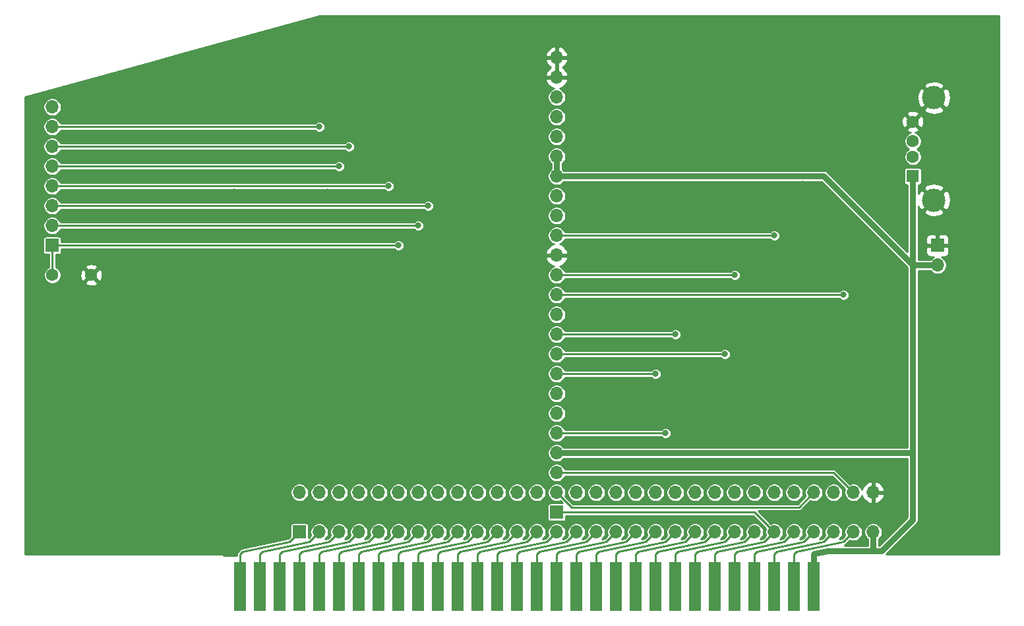
<source format=gbr>
G04 #@! TF.GenerationSoftware,KiCad,Pcbnew,(5.1.9-0-10_14)*
G04 #@! TF.CreationDate,2021-05-16T20:01:38-04:00*
G04 #@! TF.ProjectId,rw-piggyback,72772d70-6967-4677-9962-61636b2e6b69,rev?*
G04 #@! TF.SameCoordinates,Original*
G04 #@! TF.FileFunction,Copper,L1,Top*
G04 #@! TF.FilePolarity,Positive*
%FSLAX46Y46*%
G04 Gerber Fmt 4.6, Leading zero omitted, Abs format (unit mm)*
G04 Created by KiCad (PCBNEW (5.1.9-0-10_14)) date 2021-05-16 20:01:38*
%MOMM*%
%LPD*%
G01*
G04 APERTURE LIST*
G04 #@! TA.AperFunction,ComponentPad*
%ADD10C,1.600000*%
G04 #@! TD*
G04 #@! TA.AperFunction,ComponentPad*
%ADD11R,1.600000X1.600000*%
G04 #@! TD*
G04 #@! TA.AperFunction,ComponentPad*
%ADD12C,3.000000*%
G04 #@! TD*
G04 #@! TA.AperFunction,ComponentPad*
%ADD13O,1.700000X1.700000*%
G04 #@! TD*
G04 #@! TA.AperFunction,ComponentPad*
%ADD14R,1.700000X1.700000*%
G04 #@! TD*
G04 #@! TA.AperFunction,SMDPad,CuDef*
%ADD15R,1.524000X6.350000*%
G04 #@! TD*
G04 #@! TA.AperFunction,ViaPad*
%ADD16C,0.800000*%
G04 #@! TD*
G04 #@! TA.AperFunction,Conductor*
%ADD17C,0.250000*%
G04 #@! TD*
G04 #@! TA.AperFunction,Conductor*
%ADD18C,0.800000*%
G04 #@! TD*
G04 #@! TA.AperFunction,Conductor*
%ADD19C,0.254000*%
G04 #@! TD*
G04 #@! TA.AperFunction,Conductor*
%ADD20C,0.100000*%
G04 #@! TD*
G04 APERTURE END LIST*
D10*
X194945000Y-74280000D03*
X194945000Y-76780000D03*
X194945000Y-78780000D03*
D11*
X194945000Y-81280000D03*
D12*
X197655000Y-84350000D03*
X197655000Y-71210000D03*
D13*
X179705000Y-121920000D03*
X182245000Y-127000000D03*
X179705000Y-127000000D03*
X184785000Y-121920000D03*
X187325000Y-127000000D03*
X187325000Y-121920000D03*
X189865000Y-127000000D03*
X189865000Y-121920000D03*
X182245000Y-121920000D03*
X184785000Y-127000000D03*
X177165000Y-121920000D03*
X177165000Y-127000000D03*
X174625000Y-121920000D03*
X174625000Y-127000000D03*
X172085000Y-121920000D03*
X172085000Y-127000000D03*
X169545000Y-121920000D03*
X169545000Y-127000000D03*
X167005000Y-121920000D03*
X167005000Y-127000000D03*
X164465000Y-121920000D03*
X164465000Y-127000000D03*
X161925000Y-121920000D03*
X161925000Y-127000000D03*
X159385000Y-121920000D03*
X159385000Y-127000000D03*
X156845000Y-121920000D03*
X156845000Y-127000000D03*
X154305000Y-127000000D03*
X151765000Y-121920000D03*
X151765000Y-127000000D03*
X154305000Y-121920000D03*
X149225000Y-127000000D03*
X146685000Y-121920000D03*
X146685000Y-127000000D03*
X144145000Y-121920000D03*
X144145000Y-127000000D03*
X141605000Y-121920000D03*
X141605000Y-127000000D03*
X139065000Y-121920000D03*
X139065000Y-127000000D03*
X136525000Y-121920000D03*
X136525000Y-127000000D03*
X133985000Y-121920000D03*
X133985000Y-127000000D03*
X131445000Y-121920000D03*
X131445000Y-127000000D03*
X128905000Y-121920000D03*
X128905000Y-127000000D03*
X126365000Y-121920000D03*
X126365000Y-127000000D03*
X123825000Y-121920000D03*
X123825000Y-127000000D03*
X121285000Y-121920000D03*
X121285000Y-127000000D03*
X118745000Y-121920000D03*
X118745000Y-127000000D03*
X116205000Y-121920000D03*
D14*
X116205000Y-127000000D03*
D15*
X172085000Y-133985000D03*
X174625000Y-133985000D03*
X177165000Y-133985000D03*
X179705000Y-133985000D03*
X182245000Y-133985000D03*
X169545000Y-133985000D03*
X167005000Y-133985000D03*
X164465000Y-133985000D03*
X161925000Y-133985000D03*
X159385000Y-133985000D03*
X156845000Y-133985000D03*
X154305000Y-133985000D03*
X151765000Y-133985000D03*
X149225000Y-133985000D03*
X146685000Y-133985000D03*
X144145000Y-133985000D03*
X141605000Y-133985000D03*
X139065000Y-133985000D03*
X136525000Y-133985000D03*
X133985000Y-133985000D03*
X131445000Y-133985000D03*
X128905000Y-133985000D03*
X126365000Y-133985000D03*
X123825000Y-133985000D03*
X121285000Y-133985000D03*
X118745000Y-133985000D03*
X116205000Y-133985000D03*
X113665000Y-133985000D03*
X111125000Y-133985000D03*
X108585000Y-133985000D03*
D13*
X198120000Y-92710000D03*
D14*
X198120000Y-90170000D03*
D10*
X84455000Y-93980000D03*
X89455000Y-93980000D03*
D13*
X149225000Y-66040000D03*
X149225000Y-68580000D03*
X149225000Y-71120000D03*
X149225000Y-73660000D03*
X149225000Y-76200000D03*
X149225000Y-78740000D03*
X149225000Y-81280000D03*
X149225000Y-83820000D03*
X149225000Y-86360000D03*
X149225000Y-88900000D03*
X149225000Y-91440000D03*
X149225000Y-93980000D03*
X149225000Y-96520000D03*
X149225000Y-99060000D03*
X149225000Y-101600000D03*
X149225000Y-104140000D03*
X149225000Y-106680000D03*
X149225000Y-109220000D03*
X149225000Y-111760000D03*
X149225000Y-114300000D03*
X149225000Y-116840000D03*
X149225000Y-119380000D03*
X149225000Y-121920000D03*
D14*
X149225000Y-124460000D03*
D13*
X84455000Y-72390000D03*
X84455000Y-74930000D03*
X84455000Y-77470000D03*
X84455000Y-80010000D03*
X84455000Y-82550000D03*
X84455000Y-85090000D03*
X84455000Y-87630000D03*
D14*
X84455000Y-90170000D03*
D16*
X186055000Y-96520000D03*
X177165000Y-88900000D03*
X172085000Y-93980000D03*
X164465000Y-101600000D03*
X161925000Y-106680000D03*
X131445000Y-87630000D03*
X128905000Y-90170000D03*
X121285000Y-80010000D03*
X118745000Y-74930000D03*
X170815000Y-104140000D03*
X163195000Y-114300000D03*
X132715000Y-85090000D03*
X127635000Y-82550000D03*
X122555000Y-77470000D03*
X81808572Y-72299999D03*
X81808572Y-79299999D03*
X81808572Y-86299999D03*
X81808572Y-93299999D03*
X81808572Y-112299999D03*
X81808572Y-119299999D03*
X81808572Y-126299999D03*
X83808572Y-98299999D03*
X83808572Y-105299999D03*
X85808572Y-115299999D03*
X86808572Y-70299999D03*
X86808572Y-81299999D03*
X86808572Y-89299999D03*
X86808572Y-109299999D03*
X87808572Y-101299999D03*
X89808572Y-96299999D03*
X90808572Y-73299999D03*
X90808572Y-84299999D03*
X90808572Y-105299999D03*
X90808572Y-112299999D03*
X91808572Y-91299999D03*
X92808572Y-78299999D03*
X92808572Y-117299999D03*
X93808572Y-69299999D03*
X93808572Y-99299999D03*
X94808572Y-108299999D03*
X95808572Y-86299999D03*
X95808572Y-94299999D03*
X96808572Y-103299999D03*
X96808572Y-113299999D03*
X97808572Y-72299999D03*
X97808572Y-81299999D03*
X99808572Y-67299999D03*
X99808572Y-91299999D03*
X99808572Y-98299999D03*
X99808572Y-117299999D03*
X100808572Y-76299999D03*
X100808572Y-106299999D03*
X101808572Y-84299999D03*
X102808572Y-111299999D03*
X103808572Y-70299999D03*
X103808572Y-94299999D03*
X103808572Y-101299999D03*
X105808572Y-65299999D03*
X105808572Y-78299999D03*
X105808572Y-89299999D03*
X105808572Y-115299999D03*
X106808572Y-105299999D03*
X107808572Y-73299999D03*
X107808572Y-83299999D03*
X107808572Y-97299999D03*
X108808572Y-110299999D03*
X108808572Y-119299999D03*
X108808572Y-127299999D03*
X109808572Y-68299999D03*
X109808572Y-92299999D03*
X110808572Y-101299999D03*
X111808572Y-76299999D03*
X111808572Y-86299999D03*
X111808572Y-114299999D03*
X111808572Y-123299999D03*
X112808572Y-63299999D03*
X112808572Y-106299999D03*
X113808572Y-71299999D03*
X113808572Y-81299999D03*
X113808572Y-95299999D03*
X114808572Y-118299999D03*
X115808572Y-89299999D03*
X115808572Y-110299999D03*
X116808572Y-66299999D03*
X116808572Y-99299999D03*
X118808572Y-73299999D03*
X118808572Y-124299999D03*
X119808572Y-61299999D03*
X119808572Y-83299999D03*
X119808572Y-92299999D03*
X119808572Y-103299999D03*
X119808572Y-113299999D03*
X121808572Y-68299999D03*
X123808572Y-75299999D03*
X123808572Y-86299999D03*
X123808572Y-95299999D03*
X123808572Y-106299999D03*
X123808572Y-116299999D03*
X124808572Y-63299999D03*
X125808572Y-80299999D03*
X125808572Y-100299999D03*
X125808572Y-111299999D03*
X126808572Y-70299999D03*
X126808572Y-91299999D03*
X128808572Y-84299999D03*
X128808572Y-124299999D03*
X129808572Y-61299999D03*
X129808572Y-74299999D03*
X129808572Y-96299999D03*
X129808572Y-103299999D03*
X129808572Y-114299999D03*
X130808572Y-67299999D03*
X131808572Y-79299999D03*
X133808572Y-71299999D03*
X134808572Y-63299999D03*
X134808572Y-83299999D03*
X134808572Y-90299999D03*
X134808572Y-98299999D03*
X134808572Y-105299999D03*
X134808572Y-112299999D03*
X134808572Y-119299999D03*
X135808572Y-76299999D03*
X136808572Y-124299999D03*
X137808572Y-67299999D03*
X137808572Y-94299999D03*
X138808572Y-86299999D03*
X138808572Y-101299999D03*
X138808572Y-108299999D03*
X138808572Y-115299999D03*
X139808572Y-61299999D03*
X139808572Y-72299999D03*
X140808572Y-81299999D03*
X141808572Y-90299999D03*
X141808572Y-97299999D03*
X141808572Y-119299999D03*
X142808572Y-65299999D03*
X142808572Y-104299999D03*
X142808572Y-111299999D03*
X143808572Y-124299999D03*
X144808572Y-70299999D03*
X144808572Y-77299999D03*
X144808572Y-84299999D03*
X145808572Y-93299999D03*
X145808572Y-100299999D03*
X145808572Y-115299999D03*
X146808572Y-61299999D03*
X146808572Y-107299999D03*
X150808572Y-64299999D03*
X151808572Y-70299999D03*
X151808572Y-77299999D03*
X151808572Y-84299999D03*
X151808572Y-91299999D03*
X151808572Y-98299999D03*
X151808572Y-105299999D03*
X151808572Y-118299999D03*
X152808572Y-111299999D03*
X154808572Y-61299999D03*
X155808572Y-67299999D03*
X155808572Y-74299999D03*
X155808572Y-87299999D03*
X155808572Y-95299999D03*
X155808572Y-115299999D03*
X156808572Y-103299999D03*
X156808572Y-125299999D03*
X157808572Y-79299999D03*
X157808572Y-109299999D03*
X158808572Y-91299999D03*
X159808572Y-63299999D03*
X159808572Y-70299999D03*
X159808572Y-84299999D03*
X159808572Y-98299999D03*
X159808572Y-118299999D03*
X161808572Y-75299999D03*
X162808572Y-111299999D03*
X163808572Y-66299999D03*
X163808572Y-87299999D03*
X163808572Y-95299999D03*
X164808572Y-79299999D03*
X165808572Y-61299999D03*
X165808572Y-71299999D03*
X165808572Y-100299999D03*
X165808572Y-107299999D03*
X165808572Y-115299999D03*
X166808572Y-91299999D03*
X167808572Y-83299999D03*
X168808572Y-75299999D03*
X169808572Y-64299999D03*
X169808572Y-97299999D03*
X169808572Y-110299999D03*
X169808572Y-118299999D03*
X170808572Y-87299999D03*
X171808572Y-69299999D03*
X171808572Y-79299999D03*
X172808572Y-92299999D03*
X173808572Y-61299999D03*
X173808572Y-100299999D03*
X173808572Y-107299999D03*
X173808572Y-114299999D03*
X174808572Y-73299999D03*
X174808572Y-83299999D03*
X175808572Y-66299999D03*
X177808572Y-77299999D03*
X177808572Y-87299999D03*
X178808572Y-70299999D03*
X178808572Y-93299999D03*
X178808572Y-102299999D03*
X178808572Y-109299999D03*
X178808572Y-118299999D03*
X179808572Y-62299999D03*
X179808572Y-125299999D03*
X180808572Y-82299999D03*
X181808572Y-74299999D03*
X181808572Y-97299999D03*
X181808572Y-113299999D03*
X182808572Y-66299999D03*
X182808572Y-89299999D03*
X182808572Y-105299999D03*
X184808572Y-78299999D03*
X185808572Y-61299999D03*
X185808572Y-70299999D03*
X185808572Y-93299999D03*
X186808572Y-99299999D03*
X186808572Y-108299999D03*
X186808572Y-115299999D03*
X186808572Y-124299999D03*
X187808572Y-82299999D03*
X188808572Y-65299999D03*
X188808572Y-74299999D03*
X189808572Y-90299999D03*
X189808572Y-103299999D03*
X189808572Y-119299999D03*
X190808572Y-96299999D03*
X190808572Y-111299999D03*
X191808572Y-69299999D03*
X191808572Y-78299999D03*
X191808572Y-85299999D03*
X191808572Y-126299999D03*
X192808572Y-61299999D03*
X193808572Y-100299999D03*
X193808572Y-107299999D03*
X193808572Y-115299999D03*
X195808572Y-65299999D03*
X196808572Y-76299999D03*
X196808572Y-87299999D03*
X196808572Y-94299999D03*
X196808572Y-119299999D03*
X196808572Y-128299999D03*
X197808572Y-103299999D03*
X197808572Y-110299999D03*
X198808572Y-81299999D03*
X199808572Y-61299999D03*
X199808572Y-68299999D03*
X199808572Y-98299999D03*
X199808572Y-123299999D03*
X200808572Y-90299999D03*
X200808572Y-114299999D03*
X201808572Y-73299999D03*
X201808572Y-106299999D03*
X202808572Y-84299999D03*
X203808572Y-64299999D03*
X203808572Y-78299999D03*
X203808572Y-94299999D03*
X203808572Y-101299999D03*
X204808572Y-110299999D03*
D17*
X172085000Y-129857500D02*
X172402500Y-129540000D01*
X172085000Y-133985000D02*
X172085000Y-129857500D01*
X172402500Y-129540000D02*
X178435000Y-128270000D01*
X178435000Y-128270000D02*
X179705000Y-127000000D01*
X174625000Y-129857500D02*
X174942500Y-129540000D01*
X174625000Y-133985000D02*
X174625000Y-129857500D01*
X174942500Y-129540000D02*
X180975000Y-128270000D01*
X180975000Y-128270000D02*
X182245000Y-127000000D01*
X180340000Y-123825000D02*
X182245000Y-121920000D01*
X151130000Y-123825000D02*
X180340000Y-123825000D01*
X149225000Y-121920000D02*
X151130000Y-123825000D01*
X186055000Y-96520000D02*
X149225000Y-96520000D01*
X177482500Y-129540000D02*
X183515000Y-128270000D01*
X177165000Y-133985000D02*
X177165000Y-129857500D01*
X183515000Y-128270000D02*
X184785000Y-127000000D01*
X177165000Y-129857500D02*
X177482500Y-129540000D01*
X179705000Y-133985000D02*
X179705000Y-129857500D01*
X179705000Y-129857500D02*
X180022500Y-129540000D01*
X180022500Y-129540000D02*
X186055000Y-128270000D01*
X186055000Y-128270000D02*
X187325000Y-127000000D01*
X184785000Y-119380000D02*
X187325000Y-121920000D01*
X149225000Y-119380000D02*
X184785000Y-119380000D01*
X177165000Y-88900000D02*
X149225000Y-88900000D01*
X172085000Y-93980000D02*
X149225000Y-93980000D01*
X164465000Y-101600000D02*
X149225000Y-101600000D01*
X161925000Y-106680000D02*
X149225000Y-106680000D01*
X131445000Y-87630000D02*
X84455000Y-87630000D01*
X128905000Y-90170000D02*
X84455000Y-90170000D01*
X84455000Y-90170000D02*
X84455000Y-93980000D01*
X121285000Y-80010000D02*
X84455000Y-80010000D01*
X118745000Y-74930000D02*
X84455000Y-74930000D01*
X169545000Y-129857500D02*
X169862500Y-129540000D01*
X169545000Y-133985000D02*
X169545000Y-129857500D01*
X169862500Y-129540000D02*
X175895000Y-128270000D01*
X175895000Y-128270000D02*
X177165000Y-127000000D01*
X174625000Y-124460000D02*
X149225000Y-124460000D01*
X177165000Y-127000000D02*
X174625000Y-124460000D01*
X167005000Y-129857500D02*
X167322500Y-129540000D01*
X167005000Y-133985000D02*
X167005000Y-129857500D01*
X167322500Y-129540000D02*
X173355000Y-128270000D01*
X173355000Y-128270000D02*
X174625000Y-127000000D01*
X164465000Y-129857500D02*
X164782500Y-129540000D01*
X164465000Y-133985000D02*
X164465000Y-129857500D01*
X164782500Y-129540000D02*
X170815000Y-128270000D01*
X170815000Y-128270000D02*
X172085000Y-127000000D01*
X161925000Y-129857500D02*
X162242500Y-129540000D01*
X161925000Y-133985000D02*
X161925000Y-129857500D01*
X162242500Y-129540000D02*
X168275000Y-128270000D01*
X168275000Y-128270000D02*
X169545000Y-127000000D01*
X170815000Y-104140000D02*
X149225000Y-104140000D01*
X159385000Y-129857500D02*
X159702500Y-129540000D01*
X159385000Y-133985000D02*
X159385000Y-129857500D01*
X159702500Y-129540000D02*
X165735000Y-128270000D01*
X165735000Y-128270000D02*
X167005000Y-127000000D01*
X156845000Y-129857500D02*
X157162500Y-129540000D01*
X156845000Y-133985000D02*
X156845000Y-129857500D01*
X157162500Y-129540000D02*
X163195000Y-128270000D01*
X163195000Y-128270000D02*
X164465000Y-127000000D01*
X154305000Y-129857500D02*
X154622500Y-129540000D01*
X154305000Y-133985000D02*
X154305000Y-129857500D01*
X154622500Y-129540000D02*
X160655000Y-128270000D01*
X160655000Y-128270000D02*
X161925000Y-127000000D01*
X163195000Y-114300000D02*
X149225000Y-114300000D01*
X151765000Y-129857500D02*
X152082500Y-129540000D01*
X151765000Y-133985000D02*
X151765000Y-129857500D01*
X152082500Y-129540000D02*
X158115000Y-128270000D01*
X158115000Y-128270000D02*
X159385000Y-127000000D01*
X149225000Y-129857500D02*
X149542500Y-129540000D01*
X149225000Y-133985000D02*
X149225000Y-129857500D01*
X149542500Y-129540000D02*
X155575000Y-128270000D01*
X155575000Y-128270000D02*
X156845000Y-127000000D01*
X146685000Y-129857500D02*
X147002500Y-129540000D01*
X146685000Y-133985000D02*
X146685000Y-129857500D01*
X147002500Y-129540000D02*
X153035000Y-128270000D01*
X153035000Y-128270000D02*
X154305000Y-127000000D01*
X144145000Y-129857500D02*
X144462500Y-129540000D01*
X144145000Y-133985000D02*
X144145000Y-129857500D01*
X144462500Y-129540000D02*
X150495000Y-128270000D01*
X150495000Y-128270000D02*
X151765000Y-127000000D01*
X141605000Y-129857500D02*
X141922500Y-129540000D01*
X141605000Y-133985000D02*
X141605000Y-129857500D01*
X141922500Y-129540000D02*
X147955000Y-128270000D01*
X147955000Y-128270000D02*
X149225000Y-127000000D01*
X139065000Y-129857500D02*
X139382500Y-129540000D01*
X139065000Y-133985000D02*
X139065000Y-129857500D01*
X139382500Y-129540000D02*
X145415000Y-128270000D01*
X145415000Y-128270000D02*
X146685000Y-127000000D01*
X136525000Y-129857500D02*
X136842500Y-129540000D01*
X136525000Y-133985000D02*
X136525000Y-129857500D01*
X136842500Y-129540000D02*
X142875000Y-128270000D01*
X142875000Y-128270000D02*
X144145000Y-127000000D01*
X133985000Y-129857500D02*
X134302500Y-129540000D01*
X133985000Y-133985000D02*
X133985000Y-129857500D01*
X134302500Y-129540000D02*
X140335000Y-128270000D01*
X140335000Y-128270000D02*
X141605000Y-127000000D01*
X131445000Y-129857500D02*
X131762500Y-129540000D01*
X131445000Y-133985000D02*
X131445000Y-129857500D01*
X131762500Y-129540000D02*
X137795000Y-128270000D01*
X137795000Y-128270000D02*
X139065000Y-127000000D01*
X128905000Y-129857500D02*
X129222500Y-129540000D01*
X128905000Y-133985000D02*
X128905000Y-129857500D01*
X129222500Y-129540000D02*
X135255000Y-128270000D01*
X135255000Y-128270000D02*
X136525000Y-127000000D01*
X126365000Y-129857500D02*
X126682500Y-129540000D01*
X126365000Y-133985000D02*
X126365000Y-129857500D01*
X126682500Y-129540000D02*
X132715000Y-128270000D01*
X132715000Y-128270000D02*
X133985000Y-127000000D01*
X123825000Y-129857500D02*
X124142500Y-129540000D01*
X123825000Y-133985000D02*
X123825000Y-129857500D01*
X124142500Y-129540000D02*
X130175000Y-128270000D01*
X130175000Y-128270000D02*
X131445000Y-127000000D01*
X132715000Y-85090000D02*
X84455000Y-85090000D01*
X121285000Y-129857500D02*
X121602500Y-129540000D01*
X121285000Y-133985000D02*
X121285000Y-129857500D01*
X121602500Y-129540000D02*
X127635000Y-128270000D01*
X127635000Y-128270000D02*
X128905000Y-127000000D01*
X118745000Y-129857500D02*
X119062500Y-129540000D01*
X118745000Y-133985000D02*
X118745000Y-129857500D01*
X119062500Y-129540000D02*
X125095000Y-128270000D01*
X125095000Y-128270000D02*
X126365000Y-127000000D01*
X127635000Y-82550000D02*
X84455000Y-82550000D01*
X116205000Y-129857500D02*
X116522500Y-129540000D01*
X116205000Y-133985000D02*
X116205000Y-129857500D01*
X116522500Y-129540000D02*
X122555000Y-128270000D01*
X122555000Y-128270000D02*
X123825000Y-127000000D01*
X113665000Y-129857500D02*
X113982500Y-129540000D01*
X113665000Y-133985000D02*
X113665000Y-129857500D01*
X113982500Y-129540000D02*
X120015000Y-128270000D01*
X120015000Y-128270000D02*
X121285000Y-127000000D01*
X122555000Y-77470000D02*
X84455000Y-77470000D01*
X111125000Y-133985000D02*
X111125000Y-129857500D01*
X111125000Y-129857500D02*
X111442500Y-129540000D01*
X111442500Y-129540000D02*
X117475000Y-128270000D01*
X117475000Y-128270000D02*
X118745000Y-127000000D01*
X108585000Y-129857500D02*
X108902500Y-129540000D01*
X108585000Y-133985000D02*
X108585000Y-129857500D01*
X108902500Y-129540000D02*
X114935000Y-128270000D01*
X114935000Y-128270000D02*
X116205000Y-127000000D01*
D18*
X149225000Y-116840000D02*
X192405000Y-116840000D01*
X182245000Y-133985000D02*
X182245000Y-129856456D01*
X182300036Y-129801420D02*
X184041704Y-129434754D01*
X182245000Y-129856456D02*
X182300036Y-129801420D01*
X184041704Y-129434754D02*
X190922746Y-129434754D01*
X149225000Y-81280000D02*
X149225000Y-78740000D01*
X190922746Y-129434754D02*
X194945000Y-125412500D01*
X192405000Y-116840000D02*
X194945000Y-116840000D01*
X194945000Y-125412500D02*
X194945000Y-116840000D01*
X189865000Y-127000000D02*
X189865000Y-129434754D01*
X198120000Y-92710000D02*
X194945000Y-92710000D01*
X194945000Y-92710000D02*
X194945000Y-81280000D01*
X194945000Y-116840000D02*
X194945000Y-92710000D01*
X183515000Y-81280000D02*
X194945000Y-92710000D01*
X149225000Y-81280000D02*
X183515000Y-81280000D01*
D19*
X206023000Y-129823000D02*
X191562632Y-129823000D01*
X195433816Y-125951817D01*
X195461553Y-125929054D01*
X195552403Y-125818353D01*
X195619910Y-125692057D01*
X195661480Y-125555017D01*
X195672000Y-125448208D01*
X195672000Y-125448207D01*
X195675517Y-125412501D01*
X195672000Y-125376793D01*
X195672000Y-116875707D01*
X195675517Y-116840000D01*
X195672000Y-116804292D01*
X195672000Y-93437000D01*
X197190199Y-93437000D01*
X197205764Y-93460294D01*
X197369706Y-93624236D01*
X197562481Y-93753044D01*
X197776682Y-93841769D01*
X198004076Y-93887000D01*
X198235924Y-93887000D01*
X198463318Y-93841769D01*
X198677519Y-93753044D01*
X198870294Y-93624236D01*
X199034236Y-93460294D01*
X199163044Y-93267519D01*
X199251769Y-93053318D01*
X199297000Y-92825924D01*
X199297000Y-92594076D01*
X199251769Y-92366682D01*
X199163044Y-92152481D01*
X199034236Y-91959706D01*
X198870294Y-91795764D01*
X198677519Y-91666956D01*
X198651890Y-91656340D01*
X198970000Y-91658072D01*
X199094482Y-91645812D01*
X199214180Y-91609502D01*
X199324494Y-91550537D01*
X199421185Y-91471185D01*
X199500537Y-91374494D01*
X199559502Y-91264180D01*
X199595812Y-91144482D01*
X199608072Y-91020000D01*
X199605000Y-90455750D01*
X199446250Y-90297000D01*
X198247000Y-90297000D01*
X198247000Y-90317000D01*
X197993000Y-90317000D01*
X197993000Y-90297000D01*
X196793750Y-90297000D01*
X196635000Y-90455750D01*
X196631928Y-91020000D01*
X196644188Y-91144482D01*
X196680498Y-91264180D01*
X196739463Y-91374494D01*
X196818815Y-91471185D01*
X196915506Y-91550537D01*
X197025820Y-91609502D01*
X197145518Y-91645812D01*
X197270000Y-91658072D01*
X197588110Y-91656340D01*
X197562481Y-91666956D01*
X197369706Y-91795764D01*
X197205764Y-91959706D01*
X197190199Y-91983000D01*
X195672000Y-91983000D01*
X195672000Y-89320000D01*
X196631928Y-89320000D01*
X196635000Y-89884250D01*
X196793750Y-90043000D01*
X197993000Y-90043000D01*
X197993000Y-88843750D01*
X198247000Y-88843750D01*
X198247000Y-90043000D01*
X199446250Y-90043000D01*
X199605000Y-89884250D01*
X199608072Y-89320000D01*
X199595812Y-89195518D01*
X199559502Y-89075820D01*
X199500537Y-88965506D01*
X199421185Y-88868815D01*
X199324494Y-88789463D01*
X199214180Y-88730498D01*
X199094482Y-88694188D01*
X198970000Y-88681928D01*
X198405750Y-88685000D01*
X198247000Y-88843750D01*
X197993000Y-88843750D01*
X197834250Y-88685000D01*
X197270000Y-88681928D01*
X197145518Y-88694188D01*
X197025820Y-88730498D01*
X196915506Y-88789463D01*
X196818815Y-88868815D01*
X196739463Y-88965506D01*
X196680498Y-89075820D01*
X196644188Y-89195518D01*
X196631928Y-89320000D01*
X195672000Y-89320000D01*
X195672000Y-85841653D01*
X196342952Y-85841653D01*
X196498962Y-86157214D01*
X196873745Y-86348020D01*
X197278551Y-86462044D01*
X197697824Y-86494902D01*
X198115451Y-86445334D01*
X198515383Y-86315243D01*
X198811038Y-86157214D01*
X198967048Y-85841653D01*
X197655000Y-84529605D01*
X196342952Y-85841653D01*
X195672000Y-85841653D01*
X195672000Y-85155794D01*
X195689757Y-85210383D01*
X195847786Y-85506038D01*
X196163347Y-85662048D01*
X197475395Y-84350000D01*
X197834605Y-84350000D01*
X199146653Y-85662048D01*
X199462214Y-85506038D01*
X199653020Y-85131255D01*
X199767044Y-84726449D01*
X199799902Y-84307176D01*
X199750334Y-83889549D01*
X199620243Y-83489617D01*
X199462214Y-83193962D01*
X199146653Y-83037952D01*
X197834605Y-84350000D01*
X197475395Y-84350000D01*
X196163347Y-83037952D01*
X195847786Y-83193962D01*
X195672000Y-83539243D01*
X195672000Y-82858347D01*
X196342952Y-82858347D01*
X197655000Y-84170395D01*
X198967048Y-82858347D01*
X198811038Y-82542786D01*
X198436255Y-82351980D01*
X198031449Y-82237956D01*
X197612176Y-82205098D01*
X197194549Y-82254666D01*
X196794617Y-82384757D01*
X196498962Y-82542786D01*
X196342952Y-82858347D01*
X195672000Y-82858347D01*
X195672000Y-82408582D01*
X195745000Y-82408582D01*
X195809103Y-82402268D01*
X195870743Y-82383570D01*
X195927550Y-82353206D01*
X195977343Y-82312343D01*
X196018206Y-82262550D01*
X196048570Y-82205743D01*
X196067268Y-82144103D01*
X196073582Y-82080000D01*
X196073582Y-80480000D01*
X196067268Y-80415897D01*
X196048570Y-80354257D01*
X196018206Y-80297450D01*
X195977343Y-80247657D01*
X195927550Y-80206794D01*
X195870743Y-80176430D01*
X195809103Y-80157732D01*
X195745000Y-80151418D01*
X194145000Y-80151418D01*
X194080897Y-80157732D01*
X194019257Y-80176430D01*
X193962450Y-80206794D01*
X193912657Y-80247657D01*
X193871794Y-80297450D01*
X193841430Y-80354257D01*
X193822732Y-80415897D01*
X193816418Y-80480000D01*
X193816418Y-82080000D01*
X193822732Y-82144103D01*
X193841430Y-82205743D01*
X193871794Y-82262550D01*
X193912657Y-82312343D01*
X193962450Y-82353206D01*
X194019257Y-82383570D01*
X194080897Y-82402268D01*
X194145000Y-82408582D01*
X194218001Y-82408582D01*
X194218000Y-90954867D01*
X184054326Y-80791194D01*
X184031554Y-80763446D01*
X183920853Y-80672597D01*
X183794557Y-80605090D01*
X183657517Y-80563520D01*
X183550708Y-80553000D01*
X183515000Y-80549483D01*
X183479292Y-80553000D01*
X150154801Y-80553000D01*
X150139236Y-80529706D01*
X149975294Y-80365764D01*
X149952000Y-80350199D01*
X149952000Y-79669801D01*
X149975294Y-79654236D01*
X150139236Y-79490294D01*
X150268044Y-79297519D01*
X150356769Y-79083318D01*
X150402000Y-78855924D01*
X150402000Y-78624076D01*
X150356769Y-78396682D01*
X150268044Y-78182481D01*
X150139236Y-77989706D01*
X149975294Y-77825764D01*
X149782519Y-77696956D01*
X149568318Y-77608231D01*
X149340924Y-77563000D01*
X149109076Y-77563000D01*
X148881682Y-77608231D01*
X148667481Y-77696956D01*
X148474706Y-77825764D01*
X148310764Y-77989706D01*
X148181956Y-78182481D01*
X148093231Y-78396682D01*
X148048000Y-78624076D01*
X148048000Y-78855924D01*
X148093231Y-79083318D01*
X148181956Y-79297519D01*
X148310764Y-79490294D01*
X148474706Y-79654236D01*
X148498001Y-79669801D01*
X148498000Y-80350199D01*
X148474706Y-80365764D01*
X148310764Y-80529706D01*
X148181956Y-80722481D01*
X148093231Y-80936682D01*
X148048000Y-81164076D01*
X148048000Y-81395924D01*
X148093231Y-81623318D01*
X148181956Y-81837519D01*
X148310764Y-82030294D01*
X148474706Y-82194236D01*
X148667481Y-82323044D01*
X148881682Y-82411769D01*
X149109076Y-82457000D01*
X149340924Y-82457000D01*
X149568318Y-82411769D01*
X149782519Y-82323044D01*
X149975294Y-82194236D01*
X150139236Y-82030294D01*
X150154801Y-82007000D01*
X183213868Y-82007000D01*
X194218001Y-93011134D01*
X194218000Y-116113000D01*
X150154801Y-116113000D01*
X150139236Y-116089706D01*
X149975294Y-115925764D01*
X149782519Y-115796956D01*
X149568318Y-115708231D01*
X149340924Y-115663000D01*
X149109076Y-115663000D01*
X148881682Y-115708231D01*
X148667481Y-115796956D01*
X148474706Y-115925764D01*
X148310764Y-116089706D01*
X148181956Y-116282481D01*
X148093231Y-116496682D01*
X148048000Y-116724076D01*
X148048000Y-116955924D01*
X148093231Y-117183318D01*
X148181956Y-117397519D01*
X148310764Y-117590294D01*
X148474706Y-117754236D01*
X148667481Y-117883044D01*
X148881682Y-117971769D01*
X149109076Y-118017000D01*
X149340924Y-118017000D01*
X149568318Y-117971769D01*
X149782519Y-117883044D01*
X149975294Y-117754236D01*
X150139236Y-117590294D01*
X150154801Y-117567000D01*
X194218001Y-117567000D01*
X194218000Y-125111367D01*
X190621614Y-128707754D01*
X190592000Y-128707754D01*
X190592000Y-127929801D01*
X190615294Y-127914236D01*
X190779236Y-127750294D01*
X190908044Y-127557519D01*
X190996769Y-127343318D01*
X191042000Y-127115924D01*
X191042000Y-126884076D01*
X190996769Y-126656682D01*
X190908044Y-126442481D01*
X190779236Y-126249706D01*
X190615294Y-126085764D01*
X190422519Y-125956956D01*
X190208318Y-125868231D01*
X189980924Y-125823000D01*
X189749076Y-125823000D01*
X189521682Y-125868231D01*
X189307481Y-125956956D01*
X189114706Y-126085764D01*
X188950764Y-126249706D01*
X188821956Y-126442481D01*
X188733231Y-126656682D01*
X188688000Y-126884076D01*
X188688000Y-127115924D01*
X188733231Y-127343318D01*
X188821956Y-127557519D01*
X188950764Y-127750294D01*
X189114706Y-127914236D01*
X189138000Y-127929801D01*
X189138001Y-128707754D01*
X186169736Y-128707754D01*
X186169845Y-128707731D01*
X186188683Y-128701786D01*
X186228809Y-128689614D01*
X186231050Y-128688416D01*
X186233475Y-128687651D01*
X186270323Y-128667424D01*
X186307333Y-128647642D01*
X186309296Y-128646031D01*
X186311526Y-128644807D01*
X186343766Y-128617742D01*
X186358910Y-128605313D01*
X186360684Y-128603539D01*
X186379718Y-128587560D01*
X186392107Y-128572116D01*
X186876162Y-128088061D01*
X186981682Y-128131769D01*
X187209076Y-128177000D01*
X187440924Y-128177000D01*
X187668318Y-128131769D01*
X187882519Y-128043044D01*
X188075294Y-127914236D01*
X188239236Y-127750294D01*
X188368044Y-127557519D01*
X188456769Y-127343318D01*
X188502000Y-127115924D01*
X188502000Y-126884076D01*
X188456769Y-126656682D01*
X188368044Y-126442481D01*
X188239236Y-126249706D01*
X188075294Y-126085764D01*
X187882519Y-125956956D01*
X187668318Y-125868231D01*
X187440924Y-125823000D01*
X187209076Y-125823000D01*
X186981682Y-125868231D01*
X186767481Y-125956956D01*
X186574706Y-126085764D01*
X186410764Y-126249706D01*
X186281956Y-126442481D01*
X186193231Y-126656682D01*
X186148000Y-126884076D01*
X186148000Y-127115924D01*
X186193231Y-127343318D01*
X186236939Y-127448838D01*
X185830400Y-127855377D01*
X185528152Y-127919008D01*
X185535294Y-127914236D01*
X185699236Y-127750294D01*
X185828044Y-127557519D01*
X185916769Y-127343318D01*
X185962000Y-127115924D01*
X185962000Y-126884076D01*
X185916769Y-126656682D01*
X185828044Y-126442481D01*
X185699236Y-126249706D01*
X185535294Y-126085764D01*
X185342519Y-125956956D01*
X185128318Y-125868231D01*
X184900924Y-125823000D01*
X184669076Y-125823000D01*
X184441682Y-125868231D01*
X184227481Y-125956956D01*
X184034706Y-126085764D01*
X183870764Y-126249706D01*
X183741956Y-126442481D01*
X183653231Y-126656682D01*
X183608000Y-126884076D01*
X183608000Y-127115924D01*
X183653231Y-127343318D01*
X183696939Y-127448838D01*
X183290400Y-127855377D01*
X182988152Y-127919008D01*
X182995294Y-127914236D01*
X183159236Y-127750294D01*
X183288044Y-127557519D01*
X183376769Y-127343318D01*
X183422000Y-127115924D01*
X183422000Y-126884076D01*
X183376769Y-126656682D01*
X183288044Y-126442481D01*
X183159236Y-126249706D01*
X182995294Y-126085764D01*
X182802519Y-125956956D01*
X182588318Y-125868231D01*
X182360924Y-125823000D01*
X182129076Y-125823000D01*
X181901682Y-125868231D01*
X181687481Y-125956956D01*
X181494706Y-126085764D01*
X181330764Y-126249706D01*
X181201956Y-126442481D01*
X181113231Y-126656682D01*
X181068000Y-126884076D01*
X181068000Y-127115924D01*
X181113231Y-127343318D01*
X181156939Y-127448838D01*
X180750400Y-127855377D01*
X180448152Y-127919008D01*
X180455294Y-127914236D01*
X180619236Y-127750294D01*
X180748044Y-127557519D01*
X180836769Y-127343318D01*
X180882000Y-127115924D01*
X180882000Y-126884076D01*
X180836769Y-126656682D01*
X180748044Y-126442481D01*
X180619236Y-126249706D01*
X180455294Y-126085764D01*
X180262519Y-125956956D01*
X180048318Y-125868231D01*
X179820924Y-125823000D01*
X179589076Y-125823000D01*
X179361682Y-125868231D01*
X179147481Y-125956956D01*
X178954706Y-126085764D01*
X178790764Y-126249706D01*
X178661956Y-126442481D01*
X178573231Y-126656682D01*
X178528000Y-126884076D01*
X178528000Y-127115924D01*
X178573231Y-127343318D01*
X178616939Y-127448838D01*
X178210400Y-127855377D01*
X177908152Y-127919008D01*
X177915294Y-127914236D01*
X178079236Y-127750294D01*
X178208044Y-127557519D01*
X178296769Y-127343318D01*
X178342000Y-127115924D01*
X178342000Y-126884076D01*
X178296769Y-126656682D01*
X178208044Y-126442481D01*
X178079236Y-126249706D01*
X177915294Y-126085764D01*
X177722519Y-125956956D01*
X177508318Y-125868231D01*
X177280924Y-125823000D01*
X177049076Y-125823000D01*
X176821682Y-125868231D01*
X176716163Y-125911938D01*
X175081223Y-124277000D01*
X180317795Y-124277000D01*
X180340000Y-124279187D01*
X180362205Y-124277000D01*
X180428607Y-124270460D01*
X180513810Y-124244614D01*
X180592333Y-124202643D01*
X180661159Y-124146159D01*
X180675323Y-124128900D01*
X181796162Y-123008061D01*
X181901682Y-123051769D01*
X182129076Y-123097000D01*
X182360924Y-123097000D01*
X182588318Y-123051769D01*
X182802519Y-122963044D01*
X182995294Y-122834236D01*
X183159236Y-122670294D01*
X183288044Y-122477519D01*
X183376769Y-122263318D01*
X183422000Y-122035924D01*
X183422000Y-121804076D01*
X183608000Y-121804076D01*
X183608000Y-122035924D01*
X183653231Y-122263318D01*
X183741956Y-122477519D01*
X183870764Y-122670294D01*
X184034706Y-122834236D01*
X184227481Y-122963044D01*
X184441682Y-123051769D01*
X184669076Y-123097000D01*
X184900924Y-123097000D01*
X185128318Y-123051769D01*
X185342519Y-122963044D01*
X185535294Y-122834236D01*
X185699236Y-122670294D01*
X185828044Y-122477519D01*
X185916769Y-122263318D01*
X185962000Y-122035924D01*
X185962000Y-121804076D01*
X185916769Y-121576682D01*
X185828044Y-121362481D01*
X185699236Y-121169706D01*
X185535294Y-121005764D01*
X185342519Y-120876956D01*
X185128318Y-120788231D01*
X184900924Y-120743000D01*
X184669076Y-120743000D01*
X184441682Y-120788231D01*
X184227481Y-120876956D01*
X184034706Y-121005764D01*
X183870764Y-121169706D01*
X183741956Y-121362481D01*
X183653231Y-121576682D01*
X183608000Y-121804076D01*
X183422000Y-121804076D01*
X183376769Y-121576682D01*
X183288044Y-121362481D01*
X183159236Y-121169706D01*
X182995294Y-121005764D01*
X182802519Y-120876956D01*
X182588318Y-120788231D01*
X182360924Y-120743000D01*
X182129076Y-120743000D01*
X181901682Y-120788231D01*
X181687481Y-120876956D01*
X181494706Y-121005764D01*
X181330764Y-121169706D01*
X181201956Y-121362481D01*
X181113231Y-121576682D01*
X181068000Y-121804076D01*
X181068000Y-122035924D01*
X181113231Y-122263318D01*
X181156939Y-122368838D01*
X180152777Y-123373000D01*
X151317224Y-123373000D01*
X150313061Y-122368838D01*
X150356769Y-122263318D01*
X150402000Y-122035924D01*
X150402000Y-121804076D01*
X150588000Y-121804076D01*
X150588000Y-122035924D01*
X150633231Y-122263318D01*
X150721956Y-122477519D01*
X150850764Y-122670294D01*
X151014706Y-122834236D01*
X151207481Y-122963044D01*
X151421682Y-123051769D01*
X151649076Y-123097000D01*
X151880924Y-123097000D01*
X152108318Y-123051769D01*
X152322519Y-122963044D01*
X152515294Y-122834236D01*
X152679236Y-122670294D01*
X152808044Y-122477519D01*
X152896769Y-122263318D01*
X152942000Y-122035924D01*
X152942000Y-121804076D01*
X153128000Y-121804076D01*
X153128000Y-122035924D01*
X153173231Y-122263318D01*
X153261956Y-122477519D01*
X153390764Y-122670294D01*
X153554706Y-122834236D01*
X153747481Y-122963044D01*
X153961682Y-123051769D01*
X154189076Y-123097000D01*
X154420924Y-123097000D01*
X154648318Y-123051769D01*
X154862519Y-122963044D01*
X155055294Y-122834236D01*
X155219236Y-122670294D01*
X155348044Y-122477519D01*
X155436769Y-122263318D01*
X155482000Y-122035924D01*
X155482000Y-121804076D01*
X155668000Y-121804076D01*
X155668000Y-122035924D01*
X155713231Y-122263318D01*
X155801956Y-122477519D01*
X155930764Y-122670294D01*
X156094706Y-122834236D01*
X156287481Y-122963044D01*
X156501682Y-123051769D01*
X156729076Y-123097000D01*
X156960924Y-123097000D01*
X157188318Y-123051769D01*
X157402519Y-122963044D01*
X157595294Y-122834236D01*
X157759236Y-122670294D01*
X157888044Y-122477519D01*
X157976769Y-122263318D01*
X158022000Y-122035924D01*
X158022000Y-121804076D01*
X158208000Y-121804076D01*
X158208000Y-122035924D01*
X158253231Y-122263318D01*
X158341956Y-122477519D01*
X158470764Y-122670294D01*
X158634706Y-122834236D01*
X158827481Y-122963044D01*
X159041682Y-123051769D01*
X159269076Y-123097000D01*
X159500924Y-123097000D01*
X159728318Y-123051769D01*
X159942519Y-122963044D01*
X160135294Y-122834236D01*
X160299236Y-122670294D01*
X160428044Y-122477519D01*
X160516769Y-122263318D01*
X160562000Y-122035924D01*
X160562000Y-121804076D01*
X160748000Y-121804076D01*
X160748000Y-122035924D01*
X160793231Y-122263318D01*
X160881956Y-122477519D01*
X161010764Y-122670294D01*
X161174706Y-122834236D01*
X161367481Y-122963044D01*
X161581682Y-123051769D01*
X161809076Y-123097000D01*
X162040924Y-123097000D01*
X162268318Y-123051769D01*
X162482519Y-122963044D01*
X162675294Y-122834236D01*
X162839236Y-122670294D01*
X162968044Y-122477519D01*
X163056769Y-122263318D01*
X163102000Y-122035924D01*
X163102000Y-121804076D01*
X163288000Y-121804076D01*
X163288000Y-122035924D01*
X163333231Y-122263318D01*
X163421956Y-122477519D01*
X163550764Y-122670294D01*
X163714706Y-122834236D01*
X163907481Y-122963044D01*
X164121682Y-123051769D01*
X164349076Y-123097000D01*
X164580924Y-123097000D01*
X164808318Y-123051769D01*
X165022519Y-122963044D01*
X165215294Y-122834236D01*
X165379236Y-122670294D01*
X165508044Y-122477519D01*
X165596769Y-122263318D01*
X165642000Y-122035924D01*
X165642000Y-121804076D01*
X165828000Y-121804076D01*
X165828000Y-122035924D01*
X165873231Y-122263318D01*
X165961956Y-122477519D01*
X166090764Y-122670294D01*
X166254706Y-122834236D01*
X166447481Y-122963044D01*
X166661682Y-123051769D01*
X166889076Y-123097000D01*
X167120924Y-123097000D01*
X167348318Y-123051769D01*
X167562519Y-122963044D01*
X167755294Y-122834236D01*
X167919236Y-122670294D01*
X168048044Y-122477519D01*
X168136769Y-122263318D01*
X168182000Y-122035924D01*
X168182000Y-121804076D01*
X168368000Y-121804076D01*
X168368000Y-122035924D01*
X168413231Y-122263318D01*
X168501956Y-122477519D01*
X168630764Y-122670294D01*
X168794706Y-122834236D01*
X168987481Y-122963044D01*
X169201682Y-123051769D01*
X169429076Y-123097000D01*
X169660924Y-123097000D01*
X169888318Y-123051769D01*
X170102519Y-122963044D01*
X170295294Y-122834236D01*
X170459236Y-122670294D01*
X170588044Y-122477519D01*
X170676769Y-122263318D01*
X170722000Y-122035924D01*
X170722000Y-121804076D01*
X170908000Y-121804076D01*
X170908000Y-122035924D01*
X170953231Y-122263318D01*
X171041956Y-122477519D01*
X171170764Y-122670294D01*
X171334706Y-122834236D01*
X171527481Y-122963044D01*
X171741682Y-123051769D01*
X171969076Y-123097000D01*
X172200924Y-123097000D01*
X172428318Y-123051769D01*
X172642519Y-122963044D01*
X172835294Y-122834236D01*
X172999236Y-122670294D01*
X173128044Y-122477519D01*
X173216769Y-122263318D01*
X173262000Y-122035924D01*
X173262000Y-121804076D01*
X173448000Y-121804076D01*
X173448000Y-122035924D01*
X173493231Y-122263318D01*
X173581956Y-122477519D01*
X173710764Y-122670294D01*
X173874706Y-122834236D01*
X174067481Y-122963044D01*
X174281682Y-123051769D01*
X174509076Y-123097000D01*
X174740924Y-123097000D01*
X174968318Y-123051769D01*
X175182519Y-122963044D01*
X175375294Y-122834236D01*
X175539236Y-122670294D01*
X175668044Y-122477519D01*
X175756769Y-122263318D01*
X175802000Y-122035924D01*
X175802000Y-121804076D01*
X175988000Y-121804076D01*
X175988000Y-122035924D01*
X176033231Y-122263318D01*
X176121956Y-122477519D01*
X176250764Y-122670294D01*
X176414706Y-122834236D01*
X176607481Y-122963044D01*
X176821682Y-123051769D01*
X177049076Y-123097000D01*
X177280924Y-123097000D01*
X177508318Y-123051769D01*
X177722519Y-122963044D01*
X177915294Y-122834236D01*
X178079236Y-122670294D01*
X178208044Y-122477519D01*
X178296769Y-122263318D01*
X178342000Y-122035924D01*
X178342000Y-121804076D01*
X178528000Y-121804076D01*
X178528000Y-122035924D01*
X178573231Y-122263318D01*
X178661956Y-122477519D01*
X178790764Y-122670294D01*
X178954706Y-122834236D01*
X179147481Y-122963044D01*
X179361682Y-123051769D01*
X179589076Y-123097000D01*
X179820924Y-123097000D01*
X180048318Y-123051769D01*
X180262519Y-122963044D01*
X180455294Y-122834236D01*
X180619236Y-122670294D01*
X180748044Y-122477519D01*
X180836769Y-122263318D01*
X180882000Y-122035924D01*
X180882000Y-121804076D01*
X180836769Y-121576682D01*
X180748044Y-121362481D01*
X180619236Y-121169706D01*
X180455294Y-121005764D01*
X180262519Y-120876956D01*
X180048318Y-120788231D01*
X179820924Y-120743000D01*
X179589076Y-120743000D01*
X179361682Y-120788231D01*
X179147481Y-120876956D01*
X178954706Y-121005764D01*
X178790764Y-121169706D01*
X178661956Y-121362481D01*
X178573231Y-121576682D01*
X178528000Y-121804076D01*
X178342000Y-121804076D01*
X178296769Y-121576682D01*
X178208044Y-121362481D01*
X178079236Y-121169706D01*
X177915294Y-121005764D01*
X177722519Y-120876956D01*
X177508318Y-120788231D01*
X177280924Y-120743000D01*
X177049076Y-120743000D01*
X176821682Y-120788231D01*
X176607481Y-120876956D01*
X176414706Y-121005764D01*
X176250764Y-121169706D01*
X176121956Y-121362481D01*
X176033231Y-121576682D01*
X175988000Y-121804076D01*
X175802000Y-121804076D01*
X175756769Y-121576682D01*
X175668044Y-121362481D01*
X175539236Y-121169706D01*
X175375294Y-121005764D01*
X175182519Y-120876956D01*
X174968318Y-120788231D01*
X174740924Y-120743000D01*
X174509076Y-120743000D01*
X174281682Y-120788231D01*
X174067481Y-120876956D01*
X173874706Y-121005764D01*
X173710764Y-121169706D01*
X173581956Y-121362481D01*
X173493231Y-121576682D01*
X173448000Y-121804076D01*
X173262000Y-121804076D01*
X173216769Y-121576682D01*
X173128044Y-121362481D01*
X172999236Y-121169706D01*
X172835294Y-121005764D01*
X172642519Y-120876956D01*
X172428318Y-120788231D01*
X172200924Y-120743000D01*
X171969076Y-120743000D01*
X171741682Y-120788231D01*
X171527481Y-120876956D01*
X171334706Y-121005764D01*
X171170764Y-121169706D01*
X171041956Y-121362481D01*
X170953231Y-121576682D01*
X170908000Y-121804076D01*
X170722000Y-121804076D01*
X170676769Y-121576682D01*
X170588044Y-121362481D01*
X170459236Y-121169706D01*
X170295294Y-121005764D01*
X170102519Y-120876956D01*
X169888318Y-120788231D01*
X169660924Y-120743000D01*
X169429076Y-120743000D01*
X169201682Y-120788231D01*
X168987481Y-120876956D01*
X168794706Y-121005764D01*
X168630764Y-121169706D01*
X168501956Y-121362481D01*
X168413231Y-121576682D01*
X168368000Y-121804076D01*
X168182000Y-121804076D01*
X168136769Y-121576682D01*
X168048044Y-121362481D01*
X167919236Y-121169706D01*
X167755294Y-121005764D01*
X167562519Y-120876956D01*
X167348318Y-120788231D01*
X167120924Y-120743000D01*
X166889076Y-120743000D01*
X166661682Y-120788231D01*
X166447481Y-120876956D01*
X166254706Y-121005764D01*
X166090764Y-121169706D01*
X165961956Y-121362481D01*
X165873231Y-121576682D01*
X165828000Y-121804076D01*
X165642000Y-121804076D01*
X165596769Y-121576682D01*
X165508044Y-121362481D01*
X165379236Y-121169706D01*
X165215294Y-121005764D01*
X165022519Y-120876956D01*
X164808318Y-120788231D01*
X164580924Y-120743000D01*
X164349076Y-120743000D01*
X164121682Y-120788231D01*
X163907481Y-120876956D01*
X163714706Y-121005764D01*
X163550764Y-121169706D01*
X163421956Y-121362481D01*
X163333231Y-121576682D01*
X163288000Y-121804076D01*
X163102000Y-121804076D01*
X163056769Y-121576682D01*
X162968044Y-121362481D01*
X162839236Y-121169706D01*
X162675294Y-121005764D01*
X162482519Y-120876956D01*
X162268318Y-120788231D01*
X162040924Y-120743000D01*
X161809076Y-120743000D01*
X161581682Y-120788231D01*
X161367481Y-120876956D01*
X161174706Y-121005764D01*
X161010764Y-121169706D01*
X160881956Y-121362481D01*
X160793231Y-121576682D01*
X160748000Y-121804076D01*
X160562000Y-121804076D01*
X160516769Y-121576682D01*
X160428044Y-121362481D01*
X160299236Y-121169706D01*
X160135294Y-121005764D01*
X159942519Y-120876956D01*
X159728318Y-120788231D01*
X159500924Y-120743000D01*
X159269076Y-120743000D01*
X159041682Y-120788231D01*
X158827481Y-120876956D01*
X158634706Y-121005764D01*
X158470764Y-121169706D01*
X158341956Y-121362481D01*
X158253231Y-121576682D01*
X158208000Y-121804076D01*
X158022000Y-121804076D01*
X157976769Y-121576682D01*
X157888044Y-121362481D01*
X157759236Y-121169706D01*
X157595294Y-121005764D01*
X157402519Y-120876956D01*
X157188318Y-120788231D01*
X156960924Y-120743000D01*
X156729076Y-120743000D01*
X156501682Y-120788231D01*
X156287481Y-120876956D01*
X156094706Y-121005764D01*
X155930764Y-121169706D01*
X155801956Y-121362481D01*
X155713231Y-121576682D01*
X155668000Y-121804076D01*
X155482000Y-121804076D01*
X155436769Y-121576682D01*
X155348044Y-121362481D01*
X155219236Y-121169706D01*
X155055294Y-121005764D01*
X154862519Y-120876956D01*
X154648318Y-120788231D01*
X154420924Y-120743000D01*
X154189076Y-120743000D01*
X153961682Y-120788231D01*
X153747481Y-120876956D01*
X153554706Y-121005764D01*
X153390764Y-121169706D01*
X153261956Y-121362481D01*
X153173231Y-121576682D01*
X153128000Y-121804076D01*
X152942000Y-121804076D01*
X152896769Y-121576682D01*
X152808044Y-121362481D01*
X152679236Y-121169706D01*
X152515294Y-121005764D01*
X152322519Y-120876956D01*
X152108318Y-120788231D01*
X151880924Y-120743000D01*
X151649076Y-120743000D01*
X151421682Y-120788231D01*
X151207481Y-120876956D01*
X151014706Y-121005764D01*
X150850764Y-121169706D01*
X150721956Y-121362481D01*
X150633231Y-121576682D01*
X150588000Y-121804076D01*
X150402000Y-121804076D01*
X150356769Y-121576682D01*
X150268044Y-121362481D01*
X150139236Y-121169706D01*
X149975294Y-121005764D01*
X149782519Y-120876956D01*
X149568318Y-120788231D01*
X149340924Y-120743000D01*
X149109076Y-120743000D01*
X148881682Y-120788231D01*
X148667481Y-120876956D01*
X148474706Y-121005764D01*
X148310764Y-121169706D01*
X148181956Y-121362481D01*
X148093231Y-121576682D01*
X148048000Y-121804076D01*
X148048000Y-122035924D01*
X148093231Y-122263318D01*
X148181956Y-122477519D01*
X148310764Y-122670294D01*
X148474706Y-122834236D01*
X148667481Y-122963044D01*
X148881682Y-123051769D01*
X149109076Y-123097000D01*
X149340924Y-123097000D01*
X149568318Y-123051769D01*
X149673838Y-123008061D01*
X149947194Y-123281418D01*
X148375000Y-123281418D01*
X148310897Y-123287732D01*
X148249257Y-123306430D01*
X148192450Y-123336794D01*
X148142657Y-123377657D01*
X148101794Y-123427450D01*
X148071430Y-123484257D01*
X148052732Y-123545897D01*
X148046418Y-123610000D01*
X148046418Y-125310000D01*
X148052732Y-125374103D01*
X148071430Y-125435743D01*
X148101794Y-125492550D01*
X148142657Y-125542343D01*
X148192450Y-125583206D01*
X148249257Y-125613570D01*
X148310897Y-125632268D01*
X148375000Y-125638582D01*
X150075000Y-125638582D01*
X150139103Y-125632268D01*
X150200743Y-125613570D01*
X150257550Y-125583206D01*
X150307343Y-125542343D01*
X150348206Y-125492550D01*
X150378570Y-125435743D01*
X150397268Y-125374103D01*
X150403582Y-125310000D01*
X150403582Y-124912000D01*
X174437777Y-124912000D01*
X176076938Y-126551163D01*
X176033231Y-126656682D01*
X175988000Y-126884076D01*
X175988000Y-127115924D01*
X176033231Y-127343318D01*
X176076939Y-127448838D01*
X175670400Y-127855377D01*
X175368152Y-127919008D01*
X175375294Y-127914236D01*
X175539236Y-127750294D01*
X175668044Y-127557519D01*
X175756769Y-127343318D01*
X175802000Y-127115924D01*
X175802000Y-126884076D01*
X175756769Y-126656682D01*
X175668044Y-126442481D01*
X175539236Y-126249706D01*
X175375294Y-126085764D01*
X175182519Y-125956956D01*
X174968318Y-125868231D01*
X174740924Y-125823000D01*
X174509076Y-125823000D01*
X174281682Y-125868231D01*
X174067481Y-125956956D01*
X173874706Y-126085764D01*
X173710764Y-126249706D01*
X173581956Y-126442481D01*
X173493231Y-126656682D01*
X173448000Y-126884076D01*
X173448000Y-127115924D01*
X173493231Y-127343318D01*
X173536939Y-127448838D01*
X173130400Y-127855377D01*
X172828152Y-127919008D01*
X172835294Y-127914236D01*
X172999236Y-127750294D01*
X173128044Y-127557519D01*
X173216769Y-127343318D01*
X173262000Y-127115924D01*
X173262000Y-126884076D01*
X173216769Y-126656682D01*
X173128044Y-126442481D01*
X172999236Y-126249706D01*
X172835294Y-126085764D01*
X172642519Y-125956956D01*
X172428318Y-125868231D01*
X172200924Y-125823000D01*
X171969076Y-125823000D01*
X171741682Y-125868231D01*
X171527481Y-125956956D01*
X171334706Y-126085764D01*
X171170764Y-126249706D01*
X171041956Y-126442481D01*
X170953231Y-126656682D01*
X170908000Y-126884076D01*
X170908000Y-127115924D01*
X170953231Y-127343318D01*
X170996939Y-127448838D01*
X170590400Y-127855377D01*
X170288152Y-127919008D01*
X170295294Y-127914236D01*
X170459236Y-127750294D01*
X170588044Y-127557519D01*
X170676769Y-127343318D01*
X170722000Y-127115924D01*
X170722000Y-126884076D01*
X170676769Y-126656682D01*
X170588044Y-126442481D01*
X170459236Y-126249706D01*
X170295294Y-126085764D01*
X170102519Y-125956956D01*
X169888318Y-125868231D01*
X169660924Y-125823000D01*
X169429076Y-125823000D01*
X169201682Y-125868231D01*
X168987481Y-125956956D01*
X168794706Y-126085764D01*
X168630764Y-126249706D01*
X168501956Y-126442481D01*
X168413231Y-126656682D01*
X168368000Y-126884076D01*
X168368000Y-127115924D01*
X168413231Y-127343318D01*
X168456939Y-127448838D01*
X168050400Y-127855377D01*
X167748152Y-127919008D01*
X167755294Y-127914236D01*
X167919236Y-127750294D01*
X168048044Y-127557519D01*
X168136769Y-127343318D01*
X168182000Y-127115924D01*
X168182000Y-126884076D01*
X168136769Y-126656682D01*
X168048044Y-126442481D01*
X167919236Y-126249706D01*
X167755294Y-126085764D01*
X167562519Y-125956956D01*
X167348318Y-125868231D01*
X167120924Y-125823000D01*
X166889076Y-125823000D01*
X166661682Y-125868231D01*
X166447481Y-125956956D01*
X166254706Y-126085764D01*
X166090764Y-126249706D01*
X165961956Y-126442481D01*
X165873231Y-126656682D01*
X165828000Y-126884076D01*
X165828000Y-127115924D01*
X165873231Y-127343318D01*
X165916939Y-127448838D01*
X165510400Y-127855377D01*
X165208152Y-127919008D01*
X165215294Y-127914236D01*
X165379236Y-127750294D01*
X165508044Y-127557519D01*
X165596769Y-127343318D01*
X165642000Y-127115924D01*
X165642000Y-126884076D01*
X165596769Y-126656682D01*
X165508044Y-126442481D01*
X165379236Y-126249706D01*
X165215294Y-126085764D01*
X165022519Y-125956956D01*
X164808318Y-125868231D01*
X164580924Y-125823000D01*
X164349076Y-125823000D01*
X164121682Y-125868231D01*
X163907481Y-125956956D01*
X163714706Y-126085764D01*
X163550764Y-126249706D01*
X163421956Y-126442481D01*
X163333231Y-126656682D01*
X163288000Y-126884076D01*
X163288000Y-127115924D01*
X163333231Y-127343318D01*
X163376939Y-127448838D01*
X162970400Y-127855377D01*
X162668152Y-127919008D01*
X162675294Y-127914236D01*
X162839236Y-127750294D01*
X162968044Y-127557519D01*
X163056769Y-127343318D01*
X163102000Y-127115924D01*
X163102000Y-126884076D01*
X163056769Y-126656682D01*
X162968044Y-126442481D01*
X162839236Y-126249706D01*
X162675294Y-126085764D01*
X162482519Y-125956956D01*
X162268318Y-125868231D01*
X162040924Y-125823000D01*
X161809076Y-125823000D01*
X161581682Y-125868231D01*
X161367481Y-125956956D01*
X161174706Y-126085764D01*
X161010764Y-126249706D01*
X160881956Y-126442481D01*
X160793231Y-126656682D01*
X160748000Y-126884076D01*
X160748000Y-127115924D01*
X160793231Y-127343318D01*
X160836939Y-127448838D01*
X160430400Y-127855377D01*
X160128152Y-127919008D01*
X160135294Y-127914236D01*
X160299236Y-127750294D01*
X160428044Y-127557519D01*
X160516769Y-127343318D01*
X160562000Y-127115924D01*
X160562000Y-126884076D01*
X160516769Y-126656682D01*
X160428044Y-126442481D01*
X160299236Y-126249706D01*
X160135294Y-126085764D01*
X159942519Y-125956956D01*
X159728318Y-125868231D01*
X159500924Y-125823000D01*
X159269076Y-125823000D01*
X159041682Y-125868231D01*
X158827481Y-125956956D01*
X158634706Y-126085764D01*
X158470764Y-126249706D01*
X158341956Y-126442481D01*
X158253231Y-126656682D01*
X158208000Y-126884076D01*
X158208000Y-127115924D01*
X158253231Y-127343318D01*
X158296939Y-127448838D01*
X157890400Y-127855377D01*
X157588152Y-127919008D01*
X157595294Y-127914236D01*
X157759236Y-127750294D01*
X157888044Y-127557519D01*
X157976769Y-127343318D01*
X158022000Y-127115924D01*
X158022000Y-126884076D01*
X157976769Y-126656682D01*
X157888044Y-126442481D01*
X157759236Y-126249706D01*
X157595294Y-126085764D01*
X157402519Y-125956956D01*
X157188318Y-125868231D01*
X156960924Y-125823000D01*
X156729076Y-125823000D01*
X156501682Y-125868231D01*
X156287481Y-125956956D01*
X156094706Y-126085764D01*
X155930764Y-126249706D01*
X155801956Y-126442481D01*
X155713231Y-126656682D01*
X155668000Y-126884076D01*
X155668000Y-127115924D01*
X155713231Y-127343318D01*
X155756939Y-127448838D01*
X155350400Y-127855377D01*
X155048152Y-127919008D01*
X155055294Y-127914236D01*
X155219236Y-127750294D01*
X155348044Y-127557519D01*
X155436769Y-127343318D01*
X155482000Y-127115924D01*
X155482000Y-126884076D01*
X155436769Y-126656682D01*
X155348044Y-126442481D01*
X155219236Y-126249706D01*
X155055294Y-126085764D01*
X154862519Y-125956956D01*
X154648318Y-125868231D01*
X154420924Y-125823000D01*
X154189076Y-125823000D01*
X153961682Y-125868231D01*
X153747481Y-125956956D01*
X153554706Y-126085764D01*
X153390764Y-126249706D01*
X153261956Y-126442481D01*
X153173231Y-126656682D01*
X153128000Y-126884076D01*
X153128000Y-127115924D01*
X153173231Y-127343318D01*
X153216939Y-127448838D01*
X152810400Y-127855377D01*
X152508152Y-127919008D01*
X152515294Y-127914236D01*
X152679236Y-127750294D01*
X152808044Y-127557519D01*
X152896769Y-127343318D01*
X152942000Y-127115924D01*
X152942000Y-126884076D01*
X152896769Y-126656682D01*
X152808044Y-126442481D01*
X152679236Y-126249706D01*
X152515294Y-126085764D01*
X152322519Y-125956956D01*
X152108318Y-125868231D01*
X151880924Y-125823000D01*
X151649076Y-125823000D01*
X151421682Y-125868231D01*
X151207481Y-125956956D01*
X151014706Y-126085764D01*
X150850764Y-126249706D01*
X150721956Y-126442481D01*
X150633231Y-126656682D01*
X150588000Y-126884076D01*
X150588000Y-127115924D01*
X150633231Y-127343318D01*
X150676939Y-127448838D01*
X150270400Y-127855377D01*
X149968152Y-127919008D01*
X149975294Y-127914236D01*
X150139236Y-127750294D01*
X150268044Y-127557519D01*
X150356769Y-127343318D01*
X150402000Y-127115924D01*
X150402000Y-126884076D01*
X150356769Y-126656682D01*
X150268044Y-126442481D01*
X150139236Y-126249706D01*
X149975294Y-126085764D01*
X149782519Y-125956956D01*
X149568318Y-125868231D01*
X149340924Y-125823000D01*
X149109076Y-125823000D01*
X148881682Y-125868231D01*
X148667481Y-125956956D01*
X148474706Y-126085764D01*
X148310764Y-126249706D01*
X148181956Y-126442481D01*
X148093231Y-126656682D01*
X148048000Y-126884076D01*
X148048000Y-127115924D01*
X148093231Y-127343318D01*
X148136939Y-127448838D01*
X147730400Y-127855377D01*
X147428152Y-127919008D01*
X147435294Y-127914236D01*
X147599236Y-127750294D01*
X147728044Y-127557519D01*
X147816769Y-127343318D01*
X147862000Y-127115924D01*
X147862000Y-126884076D01*
X147816769Y-126656682D01*
X147728044Y-126442481D01*
X147599236Y-126249706D01*
X147435294Y-126085764D01*
X147242519Y-125956956D01*
X147028318Y-125868231D01*
X146800924Y-125823000D01*
X146569076Y-125823000D01*
X146341682Y-125868231D01*
X146127481Y-125956956D01*
X145934706Y-126085764D01*
X145770764Y-126249706D01*
X145641956Y-126442481D01*
X145553231Y-126656682D01*
X145508000Y-126884076D01*
X145508000Y-127115924D01*
X145553231Y-127343318D01*
X145596939Y-127448838D01*
X145190400Y-127855377D01*
X144888152Y-127919008D01*
X144895294Y-127914236D01*
X145059236Y-127750294D01*
X145188044Y-127557519D01*
X145276769Y-127343318D01*
X145322000Y-127115924D01*
X145322000Y-126884076D01*
X145276769Y-126656682D01*
X145188044Y-126442481D01*
X145059236Y-126249706D01*
X144895294Y-126085764D01*
X144702519Y-125956956D01*
X144488318Y-125868231D01*
X144260924Y-125823000D01*
X144029076Y-125823000D01*
X143801682Y-125868231D01*
X143587481Y-125956956D01*
X143394706Y-126085764D01*
X143230764Y-126249706D01*
X143101956Y-126442481D01*
X143013231Y-126656682D01*
X142968000Y-126884076D01*
X142968000Y-127115924D01*
X143013231Y-127343318D01*
X143056939Y-127448838D01*
X142650400Y-127855377D01*
X142348152Y-127919008D01*
X142355294Y-127914236D01*
X142519236Y-127750294D01*
X142648044Y-127557519D01*
X142736769Y-127343318D01*
X142782000Y-127115924D01*
X142782000Y-126884076D01*
X142736769Y-126656682D01*
X142648044Y-126442481D01*
X142519236Y-126249706D01*
X142355294Y-126085764D01*
X142162519Y-125956956D01*
X141948318Y-125868231D01*
X141720924Y-125823000D01*
X141489076Y-125823000D01*
X141261682Y-125868231D01*
X141047481Y-125956956D01*
X140854706Y-126085764D01*
X140690764Y-126249706D01*
X140561956Y-126442481D01*
X140473231Y-126656682D01*
X140428000Y-126884076D01*
X140428000Y-127115924D01*
X140473231Y-127343318D01*
X140516939Y-127448838D01*
X140110400Y-127855377D01*
X139808152Y-127919008D01*
X139815294Y-127914236D01*
X139979236Y-127750294D01*
X140108044Y-127557519D01*
X140196769Y-127343318D01*
X140242000Y-127115924D01*
X140242000Y-126884076D01*
X140196769Y-126656682D01*
X140108044Y-126442481D01*
X139979236Y-126249706D01*
X139815294Y-126085764D01*
X139622519Y-125956956D01*
X139408318Y-125868231D01*
X139180924Y-125823000D01*
X138949076Y-125823000D01*
X138721682Y-125868231D01*
X138507481Y-125956956D01*
X138314706Y-126085764D01*
X138150764Y-126249706D01*
X138021956Y-126442481D01*
X137933231Y-126656682D01*
X137888000Y-126884076D01*
X137888000Y-127115924D01*
X137933231Y-127343318D01*
X137976939Y-127448838D01*
X137570400Y-127855377D01*
X137268152Y-127919008D01*
X137275294Y-127914236D01*
X137439236Y-127750294D01*
X137568044Y-127557519D01*
X137656769Y-127343318D01*
X137702000Y-127115924D01*
X137702000Y-126884076D01*
X137656769Y-126656682D01*
X137568044Y-126442481D01*
X137439236Y-126249706D01*
X137275294Y-126085764D01*
X137082519Y-125956956D01*
X136868318Y-125868231D01*
X136640924Y-125823000D01*
X136409076Y-125823000D01*
X136181682Y-125868231D01*
X135967481Y-125956956D01*
X135774706Y-126085764D01*
X135610764Y-126249706D01*
X135481956Y-126442481D01*
X135393231Y-126656682D01*
X135348000Y-126884076D01*
X135348000Y-127115924D01*
X135393231Y-127343318D01*
X135436939Y-127448838D01*
X135030400Y-127855377D01*
X134728152Y-127919008D01*
X134735294Y-127914236D01*
X134899236Y-127750294D01*
X135028044Y-127557519D01*
X135116769Y-127343318D01*
X135162000Y-127115924D01*
X135162000Y-126884076D01*
X135116769Y-126656682D01*
X135028044Y-126442481D01*
X134899236Y-126249706D01*
X134735294Y-126085764D01*
X134542519Y-125956956D01*
X134328318Y-125868231D01*
X134100924Y-125823000D01*
X133869076Y-125823000D01*
X133641682Y-125868231D01*
X133427481Y-125956956D01*
X133234706Y-126085764D01*
X133070764Y-126249706D01*
X132941956Y-126442481D01*
X132853231Y-126656682D01*
X132808000Y-126884076D01*
X132808000Y-127115924D01*
X132853231Y-127343318D01*
X132896939Y-127448838D01*
X132490400Y-127855377D01*
X132188152Y-127919008D01*
X132195294Y-127914236D01*
X132359236Y-127750294D01*
X132488044Y-127557519D01*
X132576769Y-127343318D01*
X132622000Y-127115924D01*
X132622000Y-126884076D01*
X132576769Y-126656682D01*
X132488044Y-126442481D01*
X132359236Y-126249706D01*
X132195294Y-126085764D01*
X132002519Y-125956956D01*
X131788318Y-125868231D01*
X131560924Y-125823000D01*
X131329076Y-125823000D01*
X131101682Y-125868231D01*
X130887481Y-125956956D01*
X130694706Y-126085764D01*
X130530764Y-126249706D01*
X130401956Y-126442481D01*
X130313231Y-126656682D01*
X130268000Y-126884076D01*
X130268000Y-127115924D01*
X130313231Y-127343318D01*
X130356939Y-127448838D01*
X129950400Y-127855377D01*
X129648152Y-127919008D01*
X129655294Y-127914236D01*
X129819236Y-127750294D01*
X129948044Y-127557519D01*
X130036769Y-127343318D01*
X130082000Y-127115924D01*
X130082000Y-126884076D01*
X130036769Y-126656682D01*
X129948044Y-126442481D01*
X129819236Y-126249706D01*
X129655294Y-126085764D01*
X129462519Y-125956956D01*
X129248318Y-125868231D01*
X129020924Y-125823000D01*
X128789076Y-125823000D01*
X128561682Y-125868231D01*
X128347481Y-125956956D01*
X128154706Y-126085764D01*
X127990764Y-126249706D01*
X127861956Y-126442481D01*
X127773231Y-126656682D01*
X127728000Y-126884076D01*
X127728000Y-127115924D01*
X127773231Y-127343318D01*
X127816939Y-127448838D01*
X127410400Y-127855377D01*
X127108152Y-127919008D01*
X127115294Y-127914236D01*
X127279236Y-127750294D01*
X127408044Y-127557519D01*
X127496769Y-127343318D01*
X127542000Y-127115924D01*
X127542000Y-126884076D01*
X127496769Y-126656682D01*
X127408044Y-126442481D01*
X127279236Y-126249706D01*
X127115294Y-126085764D01*
X126922519Y-125956956D01*
X126708318Y-125868231D01*
X126480924Y-125823000D01*
X126249076Y-125823000D01*
X126021682Y-125868231D01*
X125807481Y-125956956D01*
X125614706Y-126085764D01*
X125450764Y-126249706D01*
X125321956Y-126442481D01*
X125233231Y-126656682D01*
X125188000Y-126884076D01*
X125188000Y-127115924D01*
X125233231Y-127343318D01*
X125276939Y-127448838D01*
X124870400Y-127855377D01*
X124568152Y-127919008D01*
X124575294Y-127914236D01*
X124739236Y-127750294D01*
X124868044Y-127557519D01*
X124956769Y-127343318D01*
X125002000Y-127115924D01*
X125002000Y-126884076D01*
X124956769Y-126656682D01*
X124868044Y-126442481D01*
X124739236Y-126249706D01*
X124575294Y-126085764D01*
X124382519Y-125956956D01*
X124168318Y-125868231D01*
X123940924Y-125823000D01*
X123709076Y-125823000D01*
X123481682Y-125868231D01*
X123267481Y-125956956D01*
X123074706Y-126085764D01*
X122910764Y-126249706D01*
X122781956Y-126442481D01*
X122693231Y-126656682D01*
X122648000Y-126884076D01*
X122648000Y-127115924D01*
X122693231Y-127343318D01*
X122736939Y-127448838D01*
X122330400Y-127855377D01*
X122028152Y-127919008D01*
X122035294Y-127914236D01*
X122199236Y-127750294D01*
X122328044Y-127557519D01*
X122416769Y-127343318D01*
X122462000Y-127115924D01*
X122462000Y-126884076D01*
X122416769Y-126656682D01*
X122328044Y-126442481D01*
X122199236Y-126249706D01*
X122035294Y-126085764D01*
X121842519Y-125956956D01*
X121628318Y-125868231D01*
X121400924Y-125823000D01*
X121169076Y-125823000D01*
X120941682Y-125868231D01*
X120727481Y-125956956D01*
X120534706Y-126085764D01*
X120370764Y-126249706D01*
X120241956Y-126442481D01*
X120153231Y-126656682D01*
X120108000Y-126884076D01*
X120108000Y-127115924D01*
X120153231Y-127343318D01*
X120196939Y-127448838D01*
X119790400Y-127855377D01*
X119488152Y-127919008D01*
X119495294Y-127914236D01*
X119659236Y-127750294D01*
X119788044Y-127557519D01*
X119876769Y-127343318D01*
X119922000Y-127115924D01*
X119922000Y-126884076D01*
X119876769Y-126656682D01*
X119788044Y-126442481D01*
X119659236Y-126249706D01*
X119495294Y-126085764D01*
X119302519Y-125956956D01*
X119088318Y-125868231D01*
X118860924Y-125823000D01*
X118629076Y-125823000D01*
X118401682Y-125868231D01*
X118187481Y-125956956D01*
X117994706Y-126085764D01*
X117830764Y-126249706D01*
X117701956Y-126442481D01*
X117613231Y-126656682D01*
X117568000Y-126884076D01*
X117568000Y-127115924D01*
X117613231Y-127343318D01*
X117656939Y-127448838D01*
X117383582Y-127722195D01*
X117383582Y-126150000D01*
X117377268Y-126085897D01*
X117358570Y-126024257D01*
X117328206Y-125967450D01*
X117287343Y-125917657D01*
X117237550Y-125876794D01*
X117180743Y-125846430D01*
X117119103Y-125827732D01*
X117055000Y-125821418D01*
X115355000Y-125821418D01*
X115290897Y-125827732D01*
X115229257Y-125846430D01*
X115172450Y-125876794D01*
X115122657Y-125917657D01*
X115081794Y-125967450D01*
X115051430Y-126024257D01*
X115032732Y-126085897D01*
X115026418Y-126150000D01*
X115026418Y-127539358D01*
X114710400Y-127855377D01*
X108833586Y-129092600D01*
X108813892Y-129094540D01*
X108790122Y-129101751D01*
X108787655Y-129102270D01*
X108768924Y-129108181D01*
X108728690Y-129120386D01*
X108726443Y-129121587D01*
X108724025Y-129122350D01*
X108687283Y-129142518D01*
X108650166Y-129162358D01*
X108648198Y-129163973D01*
X108645974Y-129165194D01*
X108613831Y-129192178D01*
X108598589Y-129204687D01*
X108596804Y-129206472D01*
X108577782Y-129222441D01*
X108565400Y-129237876D01*
X108281095Y-129522182D01*
X108263842Y-129536341D01*
X108230252Y-129577271D01*
X108207358Y-129605167D01*
X108165386Y-129683691D01*
X108139540Y-129768893D01*
X108130813Y-129857500D01*
X108133001Y-129879715D01*
X108133001Y-130048000D01*
X106501314Y-130048000D01*
X106498779Y-130039644D01*
X106466093Y-129978493D01*
X106422106Y-129924894D01*
X106368507Y-129880907D01*
X106307356Y-129848221D01*
X106241004Y-129828093D01*
X106189292Y-129823000D01*
X106172000Y-129821297D01*
X106154709Y-129823000D01*
X80997000Y-129823000D01*
X80997000Y-121804076D01*
X115028000Y-121804076D01*
X115028000Y-122035924D01*
X115073231Y-122263318D01*
X115161956Y-122477519D01*
X115290764Y-122670294D01*
X115454706Y-122834236D01*
X115647481Y-122963044D01*
X115861682Y-123051769D01*
X116089076Y-123097000D01*
X116320924Y-123097000D01*
X116548318Y-123051769D01*
X116762519Y-122963044D01*
X116955294Y-122834236D01*
X117119236Y-122670294D01*
X117248044Y-122477519D01*
X117336769Y-122263318D01*
X117382000Y-122035924D01*
X117382000Y-121804076D01*
X117568000Y-121804076D01*
X117568000Y-122035924D01*
X117613231Y-122263318D01*
X117701956Y-122477519D01*
X117830764Y-122670294D01*
X117994706Y-122834236D01*
X118187481Y-122963044D01*
X118401682Y-123051769D01*
X118629076Y-123097000D01*
X118860924Y-123097000D01*
X119088318Y-123051769D01*
X119302519Y-122963044D01*
X119495294Y-122834236D01*
X119659236Y-122670294D01*
X119788044Y-122477519D01*
X119876769Y-122263318D01*
X119922000Y-122035924D01*
X119922000Y-121804076D01*
X120108000Y-121804076D01*
X120108000Y-122035924D01*
X120153231Y-122263318D01*
X120241956Y-122477519D01*
X120370764Y-122670294D01*
X120534706Y-122834236D01*
X120727481Y-122963044D01*
X120941682Y-123051769D01*
X121169076Y-123097000D01*
X121400924Y-123097000D01*
X121628318Y-123051769D01*
X121842519Y-122963044D01*
X122035294Y-122834236D01*
X122199236Y-122670294D01*
X122328044Y-122477519D01*
X122416769Y-122263318D01*
X122462000Y-122035924D01*
X122462000Y-121804076D01*
X122648000Y-121804076D01*
X122648000Y-122035924D01*
X122693231Y-122263318D01*
X122781956Y-122477519D01*
X122910764Y-122670294D01*
X123074706Y-122834236D01*
X123267481Y-122963044D01*
X123481682Y-123051769D01*
X123709076Y-123097000D01*
X123940924Y-123097000D01*
X124168318Y-123051769D01*
X124382519Y-122963044D01*
X124575294Y-122834236D01*
X124739236Y-122670294D01*
X124868044Y-122477519D01*
X124956769Y-122263318D01*
X125002000Y-122035924D01*
X125002000Y-121804076D01*
X125188000Y-121804076D01*
X125188000Y-122035924D01*
X125233231Y-122263318D01*
X125321956Y-122477519D01*
X125450764Y-122670294D01*
X125614706Y-122834236D01*
X125807481Y-122963044D01*
X126021682Y-123051769D01*
X126249076Y-123097000D01*
X126480924Y-123097000D01*
X126708318Y-123051769D01*
X126922519Y-122963044D01*
X127115294Y-122834236D01*
X127279236Y-122670294D01*
X127408044Y-122477519D01*
X127496769Y-122263318D01*
X127542000Y-122035924D01*
X127542000Y-121804076D01*
X127728000Y-121804076D01*
X127728000Y-122035924D01*
X127773231Y-122263318D01*
X127861956Y-122477519D01*
X127990764Y-122670294D01*
X128154706Y-122834236D01*
X128347481Y-122963044D01*
X128561682Y-123051769D01*
X128789076Y-123097000D01*
X129020924Y-123097000D01*
X129248318Y-123051769D01*
X129462519Y-122963044D01*
X129655294Y-122834236D01*
X129819236Y-122670294D01*
X129948044Y-122477519D01*
X130036769Y-122263318D01*
X130082000Y-122035924D01*
X130082000Y-121804076D01*
X130268000Y-121804076D01*
X130268000Y-122035924D01*
X130313231Y-122263318D01*
X130401956Y-122477519D01*
X130530764Y-122670294D01*
X130694706Y-122834236D01*
X130887481Y-122963044D01*
X131101682Y-123051769D01*
X131329076Y-123097000D01*
X131560924Y-123097000D01*
X131788318Y-123051769D01*
X132002519Y-122963044D01*
X132195294Y-122834236D01*
X132359236Y-122670294D01*
X132488044Y-122477519D01*
X132576769Y-122263318D01*
X132622000Y-122035924D01*
X132622000Y-121804076D01*
X132808000Y-121804076D01*
X132808000Y-122035924D01*
X132853231Y-122263318D01*
X132941956Y-122477519D01*
X133070764Y-122670294D01*
X133234706Y-122834236D01*
X133427481Y-122963044D01*
X133641682Y-123051769D01*
X133869076Y-123097000D01*
X134100924Y-123097000D01*
X134328318Y-123051769D01*
X134542519Y-122963044D01*
X134735294Y-122834236D01*
X134899236Y-122670294D01*
X135028044Y-122477519D01*
X135116769Y-122263318D01*
X135162000Y-122035924D01*
X135162000Y-121804076D01*
X135348000Y-121804076D01*
X135348000Y-122035924D01*
X135393231Y-122263318D01*
X135481956Y-122477519D01*
X135610764Y-122670294D01*
X135774706Y-122834236D01*
X135967481Y-122963044D01*
X136181682Y-123051769D01*
X136409076Y-123097000D01*
X136640924Y-123097000D01*
X136868318Y-123051769D01*
X137082519Y-122963044D01*
X137275294Y-122834236D01*
X137439236Y-122670294D01*
X137568044Y-122477519D01*
X137656769Y-122263318D01*
X137702000Y-122035924D01*
X137702000Y-121804076D01*
X137888000Y-121804076D01*
X137888000Y-122035924D01*
X137933231Y-122263318D01*
X138021956Y-122477519D01*
X138150764Y-122670294D01*
X138314706Y-122834236D01*
X138507481Y-122963044D01*
X138721682Y-123051769D01*
X138949076Y-123097000D01*
X139180924Y-123097000D01*
X139408318Y-123051769D01*
X139622519Y-122963044D01*
X139815294Y-122834236D01*
X139979236Y-122670294D01*
X140108044Y-122477519D01*
X140196769Y-122263318D01*
X140242000Y-122035924D01*
X140242000Y-121804076D01*
X140428000Y-121804076D01*
X140428000Y-122035924D01*
X140473231Y-122263318D01*
X140561956Y-122477519D01*
X140690764Y-122670294D01*
X140854706Y-122834236D01*
X141047481Y-122963044D01*
X141261682Y-123051769D01*
X141489076Y-123097000D01*
X141720924Y-123097000D01*
X141948318Y-123051769D01*
X142162519Y-122963044D01*
X142355294Y-122834236D01*
X142519236Y-122670294D01*
X142648044Y-122477519D01*
X142736769Y-122263318D01*
X142782000Y-122035924D01*
X142782000Y-121804076D01*
X142968000Y-121804076D01*
X142968000Y-122035924D01*
X143013231Y-122263318D01*
X143101956Y-122477519D01*
X143230764Y-122670294D01*
X143394706Y-122834236D01*
X143587481Y-122963044D01*
X143801682Y-123051769D01*
X144029076Y-123097000D01*
X144260924Y-123097000D01*
X144488318Y-123051769D01*
X144702519Y-122963044D01*
X144895294Y-122834236D01*
X145059236Y-122670294D01*
X145188044Y-122477519D01*
X145276769Y-122263318D01*
X145322000Y-122035924D01*
X145322000Y-121804076D01*
X145508000Y-121804076D01*
X145508000Y-122035924D01*
X145553231Y-122263318D01*
X145641956Y-122477519D01*
X145770764Y-122670294D01*
X145934706Y-122834236D01*
X146127481Y-122963044D01*
X146341682Y-123051769D01*
X146569076Y-123097000D01*
X146800924Y-123097000D01*
X147028318Y-123051769D01*
X147242519Y-122963044D01*
X147435294Y-122834236D01*
X147599236Y-122670294D01*
X147728044Y-122477519D01*
X147816769Y-122263318D01*
X147862000Y-122035924D01*
X147862000Y-121804076D01*
X147816769Y-121576682D01*
X147728044Y-121362481D01*
X147599236Y-121169706D01*
X147435294Y-121005764D01*
X147242519Y-120876956D01*
X147028318Y-120788231D01*
X146800924Y-120743000D01*
X146569076Y-120743000D01*
X146341682Y-120788231D01*
X146127481Y-120876956D01*
X145934706Y-121005764D01*
X145770764Y-121169706D01*
X145641956Y-121362481D01*
X145553231Y-121576682D01*
X145508000Y-121804076D01*
X145322000Y-121804076D01*
X145276769Y-121576682D01*
X145188044Y-121362481D01*
X145059236Y-121169706D01*
X144895294Y-121005764D01*
X144702519Y-120876956D01*
X144488318Y-120788231D01*
X144260924Y-120743000D01*
X144029076Y-120743000D01*
X143801682Y-120788231D01*
X143587481Y-120876956D01*
X143394706Y-121005764D01*
X143230764Y-121169706D01*
X143101956Y-121362481D01*
X143013231Y-121576682D01*
X142968000Y-121804076D01*
X142782000Y-121804076D01*
X142736769Y-121576682D01*
X142648044Y-121362481D01*
X142519236Y-121169706D01*
X142355294Y-121005764D01*
X142162519Y-120876956D01*
X141948318Y-120788231D01*
X141720924Y-120743000D01*
X141489076Y-120743000D01*
X141261682Y-120788231D01*
X141047481Y-120876956D01*
X140854706Y-121005764D01*
X140690764Y-121169706D01*
X140561956Y-121362481D01*
X140473231Y-121576682D01*
X140428000Y-121804076D01*
X140242000Y-121804076D01*
X140196769Y-121576682D01*
X140108044Y-121362481D01*
X139979236Y-121169706D01*
X139815294Y-121005764D01*
X139622519Y-120876956D01*
X139408318Y-120788231D01*
X139180924Y-120743000D01*
X138949076Y-120743000D01*
X138721682Y-120788231D01*
X138507481Y-120876956D01*
X138314706Y-121005764D01*
X138150764Y-121169706D01*
X138021956Y-121362481D01*
X137933231Y-121576682D01*
X137888000Y-121804076D01*
X137702000Y-121804076D01*
X137656769Y-121576682D01*
X137568044Y-121362481D01*
X137439236Y-121169706D01*
X137275294Y-121005764D01*
X137082519Y-120876956D01*
X136868318Y-120788231D01*
X136640924Y-120743000D01*
X136409076Y-120743000D01*
X136181682Y-120788231D01*
X135967481Y-120876956D01*
X135774706Y-121005764D01*
X135610764Y-121169706D01*
X135481956Y-121362481D01*
X135393231Y-121576682D01*
X135348000Y-121804076D01*
X135162000Y-121804076D01*
X135116769Y-121576682D01*
X135028044Y-121362481D01*
X134899236Y-121169706D01*
X134735294Y-121005764D01*
X134542519Y-120876956D01*
X134328318Y-120788231D01*
X134100924Y-120743000D01*
X133869076Y-120743000D01*
X133641682Y-120788231D01*
X133427481Y-120876956D01*
X133234706Y-121005764D01*
X133070764Y-121169706D01*
X132941956Y-121362481D01*
X132853231Y-121576682D01*
X132808000Y-121804076D01*
X132622000Y-121804076D01*
X132576769Y-121576682D01*
X132488044Y-121362481D01*
X132359236Y-121169706D01*
X132195294Y-121005764D01*
X132002519Y-120876956D01*
X131788318Y-120788231D01*
X131560924Y-120743000D01*
X131329076Y-120743000D01*
X131101682Y-120788231D01*
X130887481Y-120876956D01*
X130694706Y-121005764D01*
X130530764Y-121169706D01*
X130401956Y-121362481D01*
X130313231Y-121576682D01*
X130268000Y-121804076D01*
X130082000Y-121804076D01*
X130036769Y-121576682D01*
X129948044Y-121362481D01*
X129819236Y-121169706D01*
X129655294Y-121005764D01*
X129462519Y-120876956D01*
X129248318Y-120788231D01*
X129020924Y-120743000D01*
X128789076Y-120743000D01*
X128561682Y-120788231D01*
X128347481Y-120876956D01*
X128154706Y-121005764D01*
X127990764Y-121169706D01*
X127861956Y-121362481D01*
X127773231Y-121576682D01*
X127728000Y-121804076D01*
X127542000Y-121804076D01*
X127496769Y-121576682D01*
X127408044Y-121362481D01*
X127279236Y-121169706D01*
X127115294Y-121005764D01*
X126922519Y-120876956D01*
X126708318Y-120788231D01*
X126480924Y-120743000D01*
X126249076Y-120743000D01*
X126021682Y-120788231D01*
X125807481Y-120876956D01*
X125614706Y-121005764D01*
X125450764Y-121169706D01*
X125321956Y-121362481D01*
X125233231Y-121576682D01*
X125188000Y-121804076D01*
X125002000Y-121804076D01*
X124956769Y-121576682D01*
X124868044Y-121362481D01*
X124739236Y-121169706D01*
X124575294Y-121005764D01*
X124382519Y-120876956D01*
X124168318Y-120788231D01*
X123940924Y-120743000D01*
X123709076Y-120743000D01*
X123481682Y-120788231D01*
X123267481Y-120876956D01*
X123074706Y-121005764D01*
X122910764Y-121169706D01*
X122781956Y-121362481D01*
X122693231Y-121576682D01*
X122648000Y-121804076D01*
X122462000Y-121804076D01*
X122416769Y-121576682D01*
X122328044Y-121362481D01*
X122199236Y-121169706D01*
X122035294Y-121005764D01*
X121842519Y-120876956D01*
X121628318Y-120788231D01*
X121400924Y-120743000D01*
X121169076Y-120743000D01*
X120941682Y-120788231D01*
X120727481Y-120876956D01*
X120534706Y-121005764D01*
X120370764Y-121169706D01*
X120241956Y-121362481D01*
X120153231Y-121576682D01*
X120108000Y-121804076D01*
X119922000Y-121804076D01*
X119876769Y-121576682D01*
X119788044Y-121362481D01*
X119659236Y-121169706D01*
X119495294Y-121005764D01*
X119302519Y-120876956D01*
X119088318Y-120788231D01*
X118860924Y-120743000D01*
X118629076Y-120743000D01*
X118401682Y-120788231D01*
X118187481Y-120876956D01*
X117994706Y-121005764D01*
X117830764Y-121169706D01*
X117701956Y-121362481D01*
X117613231Y-121576682D01*
X117568000Y-121804076D01*
X117382000Y-121804076D01*
X117336769Y-121576682D01*
X117248044Y-121362481D01*
X117119236Y-121169706D01*
X116955294Y-121005764D01*
X116762519Y-120876956D01*
X116548318Y-120788231D01*
X116320924Y-120743000D01*
X116089076Y-120743000D01*
X115861682Y-120788231D01*
X115647481Y-120876956D01*
X115454706Y-121005764D01*
X115290764Y-121169706D01*
X115161956Y-121362481D01*
X115073231Y-121576682D01*
X115028000Y-121804076D01*
X80997000Y-121804076D01*
X80997000Y-119264076D01*
X148048000Y-119264076D01*
X148048000Y-119495924D01*
X148093231Y-119723318D01*
X148181956Y-119937519D01*
X148310764Y-120130294D01*
X148474706Y-120294236D01*
X148667481Y-120423044D01*
X148881682Y-120511769D01*
X149109076Y-120557000D01*
X149340924Y-120557000D01*
X149568318Y-120511769D01*
X149782519Y-120423044D01*
X149975294Y-120294236D01*
X150139236Y-120130294D01*
X150268044Y-119937519D01*
X150311751Y-119832000D01*
X184597777Y-119832000D01*
X186236938Y-121471163D01*
X186193231Y-121576682D01*
X186148000Y-121804076D01*
X186148000Y-122035924D01*
X186193231Y-122263318D01*
X186281956Y-122477519D01*
X186410764Y-122670294D01*
X186574706Y-122834236D01*
X186767481Y-122963044D01*
X186981682Y-123051769D01*
X187209076Y-123097000D01*
X187440924Y-123097000D01*
X187668318Y-123051769D01*
X187882519Y-122963044D01*
X188075294Y-122834236D01*
X188239236Y-122670294D01*
X188368044Y-122477519D01*
X188436264Y-122312821D01*
X188520843Y-122551252D01*
X188669822Y-122801355D01*
X188864731Y-123017588D01*
X189098080Y-123191641D01*
X189360901Y-123316825D01*
X189508110Y-123361476D01*
X189738000Y-123240155D01*
X189738000Y-122047000D01*
X189992000Y-122047000D01*
X189992000Y-123240155D01*
X190221890Y-123361476D01*
X190369099Y-123316825D01*
X190631920Y-123191641D01*
X190865269Y-123017588D01*
X191060178Y-122801355D01*
X191209157Y-122551252D01*
X191306481Y-122276891D01*
X191185814Y-122047000D01*
X189992000Y-122047000D01*
X189738000Y-122047000D01*
X189718000Y-122047000D01*
X189718000Y-121793000D01*
X189738000Y-121793000D01*
X189738000Y-120599845D01*
X189992000Y-120599845D01*
X189992000Y-121793000D01*
X191185814Y-121793000D01*
X191306481Y-121563109D01*
X191209157Y-121288748D01*
X191060178Y-121038645D01*
X190865269Y-120822412D01*
X190631920Y-120648359D01*
X190369099Y-120523175D01*
X190221890Y-120478524D01*
X189992000Y-120599845D01*
X189738000Y-120599845D01*
X189508110Y-120478524D01*
X189360901Y-120523175D01*
X189098080Y-120648359D01*
X188864731Y-120822412D01*
X188669822Y-121038645D01*
X188520843Y-121288748D01*
X188436264Y-121527179D01*
X188368044Y-121362481D01*
X188239236Y-121169706D01*
X188075294Y-121005764D01*
X187882519Y-120876956D01*
X187668318Y-120788231D01*
X187440924Y-120743000D01*
X187209076Y-120743000D01*
X186981682Y-120788231D01*
X186876163Y-120831938D01*
X185120323Y-119076100D01*
X185106159Y-119058841D01*
X185037333Y-119002357D01*
X184958810Y-118960386D01*
X184873607Y-118934540D01*
X184807205Y-118928000D01*
X184785000Y-118925813D01*
X184762795Y-118928000D01*
X150311751Y-118928000D01*
X150268044Y-118822481D01*
X150139236Y-118629706D01*
X149975294Y-118465764D01*
X149782519Y-118336956D01*
X149568318Y-118248231D01*
X149340924Y-118203000D01*
X149109076Y-118203000D01*
X148881682Y-118248231D01*
X148667481Y-118336956D01*
X148474706Y-118465764D01*
X148310764Y-118629706D01*
X148181956Y-118822481D01*
X148093231Y-119036682D01*
X148048000Y-119264076D01*
X80997000Y-119264076D01*
X80997000Y-114184076D01*
X148048000Y-114184076D01*
X148048000Y-114415924D01*
X148093231Y-114643318D01*
X148181956Y-114857519D01*
X148310764Y-115050294D01*
X148474706Y-115214236D01*
X148667481Y-115343044D01*
X148881682Y-115431769D01*
X149109076Y-115477000D01*
X149340924Y-115477000D01*
X149568318Y-115431769D01*
X149782519Y-115343044D01*
X149975294Y-115214236D01*
X150139236Y-115050294D01*
X150268044Y-114857519D01*
X150311751Y-114752000D01*
X162622661Y-114752000D01*
X162630302Y-114763436D01*
X162731564Y-114864698D01*
X162850636Y-114944259D01*
X162982942Y-114999062D01*
X163123397Y-115027000D01*
X163266603Y-115027000D01*
X163407058Y-114999062D01*
X163539364Y-114944259D01*
X163658436Y-114864698D01*
X163759698Y-114763436D01*
X163839259Y-114644364D01*
X163894062Y-114512058D01*
X163922000Y-114371603D01*
X163922000Y-114228397D01*
X163894062Y-114087942D01*
X163839259Y-113955636D01*
X163759698Y-113836564D01*
X163658436Y-113735302D01*
X163539364Y-113655741D01*
X163407058Y-113600938D01*
X163266603Y-113573000D01*
X163123397Y-113573000D01*
X162982942Y-113600938D01*
X162850636Y-113655741D01*
X162731564Y-113735302D01*
X162630302Y-113836564D01*
X162622661Y-113848000D01*
X150311751Y-113848000D01*
X150268044Y-113742481D01*
X150139236Y-113549706D01*
X149975294Y-113385764D01*
X149782519Y-113256956D01*
X149568318Y-113168231D01*
X149340924Y-113123000D01*
X149109076Y-113123000D01*
X148881682Y-113168231D01*
X148667481Y-113256956D01*
X148474706Y-113385764D01*
X148310764Y-113549706D01*
X148181956Y-113742481D01*
X148093231Y-113956682D01*
X148048000Y-114184076D01*
X80997000Y-114184076D01*
X80997000Y-111644076D01*
X148048000Y-111644076D01*
X148048000Y-111875924D01*
X148093231Y-112103318D01*
X148181956Y-112317519D01*
X148310764Y-112510294D01*
X148474706Y-112674236D01*
X148667481Y-112803044D01*
X148881682Y-112891769D01*
X149109076Y-112937000D01*
X149340924Y-112937000D01*
X149568318Y-112891769D01*
X149782519Y-112803044D01*
X149975294Y-112674236D01*
X150139236Y-112510294D01*
X150268044Y-112317519D01*
X150356769Y-112103318D01*
X150402000Y-111875924D01*
X150402000Y-111644076D01*
X150356769Y-111416682D01*
X150268044Y-111202481D01*
X150139236Y-111009706D01*
X149975294Y-110845764D01*
X149782519Y-110716956D01*
X149568318Y-110628231D01*
X149340924Y-110583000D01*
X149109076Y-110583000D01*
X148881682Y-110628231D01*
X148667481Y-110716956D01*
X148474706Y-110845764D01*
X148310764Y-111009706D01*
X148181956Y-111202481D01*
X148093231Y-111416682D01*
X148048000Y-111644076D01*
X80997000Y-111644076D01*
X80997000Y-109104076D01*
X148048000Y-109104076D01*
X148048000Y-109335924D01*
X148093231Y-109563318D01*
X148181956Y-109777519D01*
X148310764Y-109970294D01*
X148474706Y-110134236D01*
X148667481Y-110263044D01*
X148881682Y-110351769D01*
X149109076Y-110397000D01*
X149340924Y-110397000D01*
X149568318Y-110351769D01*
X149782519Y-110263044D01*
X149975294Y-110134236D01*
X150139236Y-109970294D01*
X150268044Y-109777519D01*
X150356769Y-109563318D01*
X150402000Y-109335924D01*
X150402000Y-109104076D01*
X150356769Y-108876682D01*
X150268044Y-108662481D01*
X150139236Y-108469706D01*
X149975294Y-108305764D01*
X149782519Y-108176956D01*
X149568318Y-108088231D01*
X149340924Y-108043000D01*
X149109076Y-108043000D01*
X148881682Y-108088231D01*
X148667481Y-108176956D01*
X148474706Y-108305764D01*
X148310764Y-108469706D01*
X148181956Y-108662481D01*
X148093231Y-108876682D01*
X148048000Y-109104076D01*
X80997000Y-109104076D01*
X80997000Y-106564076D01*
X148048000Y-106564076D01*
X148048000Y-106795924D01*
X148093231Y-107023318D01*
X148181956Y-107237519D01*
X148310764Y-107430294D01*
X148474706Y-107594236D01*
X148667481Y-107723044D01*
X148881682Y-107811769D01*
X149109076Y-107857000D01*
X149340924Y-107857000D01*
X149568318Y-107811769D01*
X149782519Y-107723044D01*
X149975294Y-107594236D01*
X150139236Y-107430294D01*
X150268044Y-107237519D01*
X150311751Y-107132000D01*
X161352661Y-107132000D01*
X161360302Y-107143436D01*
X161461564Y-107244698D01*
X161580636Y-107324259D01*
X161712942Y-107379062D01*
X161853397Y-107407000D01*
X161996603Y-107407000D01*
X162137058Y-107379062D01*
X162269364Y-107324259D01*
X162388436Y-107244698D01*
X162489698Y-107143436D01*
X162569259Y-107024364D01*
X162624062Y-106892058D01*
X162652000Y-106751603D01*
X162652000Y-106608397D01*
X162624062Y-106467942D01*
X162569259Y-106335636D01*
X162489698Y-106216564D01*
X162388436Y-106115302D01*
X162269364Y-106035741D01*
X162137058Y-105980938D01*
X161996603Y-105953000D01*
X161853397Y-105953000D01*
X161712942Y-105980938D01*
X161580636Y-106035741D01*
X161461564Y-106115302D01*
X161360302Y-106216564D01*
X161352661Y-106228000D01*
X150311751Y-106228000D01*
X150268044Y-106122481D01*
X150139236Y-105929706D01*
X149975294Y-105765764D01*
X149782519Y-105636956D01*
X149568318Y-105548231D01*
X149340924Y-105503000D01*
X149109076Y-105503000D01*
X148881682Y-105548231D01*
X148667481Y-105636956D01*
X148474706Y-105765764D01*
X148310764Y-105929706D01*
X148181956Y-106122481D01*
X148093231Y-106336682D01*
X148048000Y-106564076D01*
X80997000Y-106564076D01*
X80997000Y-104024076D01*
X148048000Y-104024076D01*
X148048000Y-104255924D01*
X148093231Y-104483318D01*
X148181956Y-104697519D01*
X148310764Y-104890294D01*
X148474706Y-105054236D01*
X148667481Y-105183044D01*
X148881682Y-105271769D01*
X149109076Y-105317000D01*
X149340924Y-105317000D01*
X149568318Y-105271769D01*
X149782519Y-105183044D01*
X149975294Y-105054236D01*
X150139236Y-104890294D01*
X150268044Y-104697519D01*
X150311751Y-104592000D01*
X170242661Y-104592000D01*
X170250302Y-104603436D01*
X170351564Y-104704698D01*
X170470636Y-104784259D01*
X170602942Y-104839062D01*
X170743397Y-104867000D01*
X170886603Y-104867000D01*
X171027058Y-104839062D01*
X171159364Y-104784259D01*
X171278436Y-104704698D01*
X171379698Y-104603436D01*
X171459259Y-104484364D01*
X171514062Y-104352058D01*
X171542000Y-104211603D01*
X171542000Y-104068397D01*
X171514062Y-103927942D01*
X171459259Y-103795636D01*
X171379698Y-103676564D01*
X171278436Y-103575302D01*
X171159364Y-103495741D01*
X171027058Y-103440938D01*
X170886603Y-103413000D01*
X170743397Y-103413000D01*
X170602942Y-103440938D01*
X170470636Y-103495741D01*
X170351564Y-103575302D01*
X170250302Y-103676564D01*
X170242661Y-103688000D01*
X150311751Y-103688000D01*
X150268044Y-103582481D01*
X150139236Y-103389706D01*
X149975294Y-103225764D01*
X149782519Y-103096956D01*
X149568318Y-103008231D01*
X149340924Y-102963000D01*
X149109076Y-102963000D01*
X148881682Y-103008231D01*
X148667481Y-103096956D01*
X148474706Y-103225764D01*
X148310764Y-103389706D01*
X148181956Y-103582481D01*
X148093231Y-103796682D01*
X148048000Y-104024076D01*
X80997000Y-104024076D01*
X80997000Y-101484076D01*
X148048000Y-101484076D01*
X148048000Y-101715924D01*
X148093231Y-101943318D01*
X148181956Y-102157519D01*
X148310764Y-102350294D01*
X148474706Y-102514236D01*
X148667481Y-102643044D01*
X148881682Y-102731769D01*
X149109076Y-102777000D01*
X149340924Y-102777000D01*
X149568318Y-102731769D01*
X149782519Y-102643044D01*
X149975294Y-102514236D01*
X150139236Y-102350294D01*
X150268044Y-102157519D01*
X150311751Y-102052000D01*
X163892661Y-102052000D01*
X163900302Y-102063436D01*
X164001564Y-102164698D01*
X164120636Y-102244259D01*
X164252942Y-102299062D01*
X164393397Y-102327000D01*
X164536603Y-102327000D01*
X164677058Y-102299062D01*
X164809364Y-102244259D01*
X164928436Y-102164698D01*
X165029698Y-102063436D01*
X165109259Y-101944364D01*
X165164062Y-101812058D01*
X165192000Y-101671603D01*
X165192000Y-101528397D01*
X165164062Y-101387942D01*
X165109259Y-101255636D01*
X165029698Y-101136564D01*
X164928436Y-101035302D01*
X164809364Y-100955741D01*
X164677058Y-100900938D01*
X164536603Y-100873000D01*
X164393397Y-100873000D01*
X164252942Y-100900938D01*
X164120636Y-100955741D01*
X164001564Y-101035302D01*
X163900302Y-101136564D01*
X163892661Y-101148000D01*
X150311751Y-101148000D01*
X150268044Y-101042481D01*
X150139236Y-100849706D01*
X149975294Y-100685764D01*
X149782519Y-100556956D01*
X149568318Y-100468231D01*
X149340924Y-100423000D01*
X149109076Y-100423000D01*
X148881682Y-100468231D01*
X148667481Y-100556956D01*
X148474706Y-100685764D01*
X148310764Y-100849706D01*
X148181956Y-101042481D01*
X148093231Y-101256682D01*
X148048000Y-101484076D01*
X80997000Y-101484076D01*
X80997000Y-98944076D01*
X148048000Y-98944076D01*
X148048000Y-99175924D01*
X148093231Y-99403318D01*
X148181956Y-99617519D01*
X148310764Y-99810294D01*
X148474706Y-99974236D01*
X148667481Y-100103044D01*
X148881682Y-100191769D01*
X149109076Y-100237000D01*
X149340924Y-100237000D01*
X149568318Y-100191769D01*
X149782519Y-100103044D01*
X149975294Y-99974236D01*
X150139236Y-99810294D01*
X150268044Y-99617519D01*
X150356769Y-99403318D01*
X150402000Y-99175924D01*
X150402000Y-98944076D01*
X150356769Y-98716682D01*
X150268044Y-98502481D01*
X150139236Y-98309706D01*
X149975294Y-98145764D01*
X149782519Y-98016956D01*
X149568318Y-97928231D01*
X149340924Y-97883000D01*
X149109076Y-97883000D01*
X148881682Y-97928231D01*
X148667481Y-98016956D01*
X148474706Y-98145764D01*
X148310764Y-98309706D01*
X148181956Y-98502481D01*
X148093231Y-98716682D01*
X148048000Y-98944076D01*
X80997000Y-98944076D01*
X80997000Y-96404076D01*
X148048000Y-96404076D01*
X148048000Y-96635924D01*
X148093231Y-96863318D01*
X148181956Y-97077519D01*
X148310764Y-97270294D01*
X148474706Y-97434236D01*
X148667481Y-97563044D01*
X148881682Y-97651769D01*
X149109076Y-97697000D01*
X149340924Y-97697000D01*
X149568318Y-97651769D01*
X149782519Y-97563044D01*
X149975294Y-97434236D01*
X150139236Y-97270294D01*
X150268044Y-97077519D01*
X150311751Y-96972000D01*
X185482661Y-96972000D01*
X185490302Y-96983436D01*
X185591564Y-97084698D01*
X185710636Y-97164259D01*
X185842942Y-97219062D01*
X185983397Y-97247000D01*
X186126603Y-97247000D01*
X186267058Y-97219062D01*
X186399364Y-97164259D01*
X186518436Y-97084698D01*
X186619698Y-96983436D01*
X186699259Y-96864364D01*
X186754062Y-96732058D01*
X186782000Y-96591603D01*
X186782000Y-96448397D01*
X186754062Y-96307942D01*
X186699259Y-96175636D01*
X186619698Y-96056564D01*
X186518436Y-95955302D01*
X186399364Y-95875741D01*
X186267058Y-95820938D01*
X186126603Y-95793000D01*
X185983397Y-95793000D01*
X185842942Y-95820938D01*
X185710636Y-95875741D01*
X185591564Y-95955302D01*
X185490302Y-96056564D01*
X185482661Y-96068000D01*
X150311751Y-96068000D01*
X150268044Y-95962481D01*
X150139236Y-95769706D01*
X149975294Y-95605764D01*
X149782519Y-95476956D01*
X149568318Y-95388231D01*
X149340924Y-95343000D01*
X149109076Y-95343000D01*
X148881682Y-95388231D01*
X148667481Y-95476956D01*
X148474706Y-95605764D01*
X148310764Y-95769706D01*
X148181956Y-95962481D01*
X148093231Y-96176682D01*
X148048000Y-96404076D01*
X80997000Y-96404076D01*
X80997000Y-89320000D01*
X83276418Y-89320000D01*
X83276418Y-91020000D01*
X83282732Y-91084103D01*
X83301430Y-91145743D01*
X83331794Y-91202550D01*
X83372657Y-91252343D01*
X83422450Y-91293206D01*
X83479257Y-91323570D01*
X83540897Y-91342268D01*
X83605000Y-91348582D01*
X84003000Y-91348582D01*
X84003001Y-92947368D01*
X83921165Y-92981266D01*
X83736579Y-93104602D01*
X83579602Y-93261579D01*
X83456266Y-93446165D01*
X83371310Y-93651266D01*
X83328000Y-93869000D01*
X83328000Y-94091000D01*
X83371310Y-94308734D01*
X83456266Y-94513835D01*
X83579602Y-94698421D01*
X83736579Y-94855398D01*
X83921165Y-94978734D01*
X84126266Y-95063690D01*
X84344000Y-95107000D01*
X84566000Y-95107000D01*
X84783734Y-95063690D01*
X84988835Y-94978734D01*
X84997862Y-94972702D01*
X88641903Y-94972702D01*
X88713486Y-95216671D01*
X88968996Y-95337571D01*
X89243184Y-95406300D01*
X89525512Y-95420217D01*
X89805130Y-95378787D01*
X90071292Y-95283603D01*
X90196514Y-95216671D01*
X90268097Y-94972702D01*
X89455000Y-94159605D01*
X88641903Y-94972702D01*
X84997862Y-94972702D01*
X85173421Y-94855398D01*
X85330398Y-94698421D01*
X85453734Y-94513835D01*
X85538690Y-94308734D01*
X85582000Y-94091000D01*
X85582000Y-94050512D01*
X88014783Y-94050512D01*
X88056213Y-94330130D01*
X88151397Y-94596292D01*
X88218329Y-94721514D01*
X88462298Y-94793097D01*
X89275395Y-93980000D01*
X89634605Y-93980000D01*
X90447702Y-94793097D01*
X90691671Y-94721514D01*
X90812571Y-94466004D01*
X90881300Y-94191816D01*
X90895217Y-93909488D01*
X90853787Y-93629870D01*
X90758603Y-93363708D01*
X90691671Y-93238486D01*
X90447702Y-93166903D01*
X89634605Y-93980000D01*
X89275395Y-93980000D01*
X88462298Y-93166903D01*
X88218329Y-93238486D01*
X88097429Y-93493996D01*
X88028700Y-93768184D01*
X88014783Y-94050512D01*
X85582000Y-94050512D01*
X85582000Y-93869000D01*
X85538690Y-93651266D01*
X85453734Y-93446165D01*
X85330398Y-93261579D01*
X85173421Y-93104602D01*
X84997863Y-92987298D01*
X88641903Y-92987298D01*
X89455000Y-93800395D01*
X90268097Y-92987298D01*
X90196514Y-92743329D01*
X89941004Y-92622429D01*
X89666816Y-92553700D01*
X89384488Y-92539783D01*
X89104870Y-92581213D01*
X88838708Y-92676397D01*
X88713486Y-92743329D01*
X88641903Y-92987298D01*
X84997863Y-92987298D01*
X84988835Y-92981266D01*
X84907000Y-92947369D01*
X84907000Y-91796890D01*
X147783524Y-91796890D01*
X147828175Y-91944099D01*
X147953359Y-92206920D01*
X148127412Y-92440269D01*
X148343645Y-92635178D01*
X148593748Y-92784157D01*
X148832179Y-92868736D01*
X148667481Y-92936956D01*
X148474706Y-93065764D01*
X148310764Y-93229706D01*
X148181956Y-93422481D01*
X148093231Y-93636682D01*
X148048000Y-93864076D01*
X148048000Y-94095924D01*
X148093231Y-94323318D01*
X148181956Y-94537519D01*
X148310764Y-94730294D01*
X148474706Y-94894236D01*
X148667481Y-95023044D01*
X148881682Y-95111769D01*
X149109076Y-95157000D01*
X149340924Y-95157000D01*
X149568318Y-95111769D01*
X149782519Y-95023044D01*
X149975294Y-94894236D01*
X150139236Y-94730294D01*
X150268044Y-94537519D01*
X150311751Y-94432000D01*
X171512661Y-94432000D01*
X171520302Y-94443436D01*
X171621564Y-94544698D01*
X171740636Y-94624259D01*
X171872942Y-94679062D01*
X172013397Y-94707000D01*
X172156603Y-94707000D01*
X172297058Y-94679062D01*
X172429364Y-94624259D01*
X172548436Y-94544698D01*
X172649698Y-94443436D01*
X172729259Y-94324364D01*
X172784062Y-94192058D01*
X172812000Y-94051603D01*
X172812000Y-93908397D01*
X172784062Y-93767942D01*
X172729259Y-93635636D01*
X172649698Y-93516564D01*
X172548436Y-93415302D01*
X172429364Y-93335741D01*
X172297058Y-93280938D01*
X172156603Y-93253000D01*
X172013397Y-93253000D01*
X171872942Y-93280938D01*
X171740636Y-93335741D01*
X171621564Y-93415302D01*
X171520302Y-93516564D01*
X171512661Y-93528000D01*
X150311751Y-93528000D01*
X150268044Y-93422481D01*
X150139236Y-93229706D01*
X149975294Y-93065764D01*
X149782519Y-92936956D01*
X149617821Y-92868736D01*
X149856252Y-92784157D01*
X150106355Y-92635178D01*
X150322588Y-92440269D01*
X150496641Y-92206920D01*
X150621825Y-91944099D01*
X150666476Y-91796890D01*
X150545155Y-91567000D01*
X149352000Y-91567000D01*
X149352000Y-91587000D01*
X149098000Y-91587000D01*
X149098000Y-91567000D01*
X147904845Y-91567000D01*
X147783524Y-91796890D01*
X84907000Y-91796890D01*
X84907000Y-91348582D01*
X85305000Y-91348582D01*
X85369103Y-91342268D01*
X85430743Y-91323570D01*
X85487550Y-91293206D01*
X85537343Y-91252343D01*
X85578206Y-91202550D01*
X85608570Y-91145743D01*
X85627268Y-91084103D01*
X85627365Y-91083110D01*
X147783524Y-91083110D01*
X147904845Y-91313000D01*
X149098000Y-91313000D01*
X149098000Y-91293000D01*
X149352000Y-91293000D01*
X149352000Y-91313000D01*
X150545155Y-91313000D01*
X150666476Y-91083110D01*
X150621825Y-90935901D01*
X150496641Y-90673080D01*
X150322588Y-90439731D01*
X150106355Y-90244822D01*
X149856252Y-90095843D01*
X149617821Y-90011264D01*
X149782519Y-89943044D01*
X149975294Y-89814236D01*
X150139236Y-89650294D01*
X150268044Y-89457519D01*
X150311751Y-89352000D01*
X176592661Y-89352000D01*
X176600302Y-89363436D01*
X176701564Y-89464698D01*
X176820636Y-89544259D01*
X176952942Y-89599062D01*
X177093397Y-89627000D01*
X177236603Y-89627000D01*
X177377058Y-89599062D01*
X177509364Y-89544259D01*
X177628436Y-89464698D01*
X177729698Y-89363436D01*
X177809259Y-89244364D01*
X177864062Y-89112058D01*
X177892000Y-88971603D01*
X177892000Y-88828397D01*
X177864062Y-88687942D01*
X177809259Y-88555636D01*
X177729698Y-88436564D01*
X177628436Y-88335302D01*
X177509364Y-88255741D01*
X177377058Y-88200938D01*
X177236603Y-88173000D01*
X177093397Y-88173000D01*
X176952942Y-88200938D01*
X176820636Y-88255741D01*
X176701564Y-88335302D01*
X176600302Y-88436564D01*
X176592661Y-88448000D01*
X150311751Y-88448000D01*
X150268044Y-88342481D01*
X150139236Y-88149706D01*
X149975294Y-87985764D01*
X149782519Y-87856956D01*
X149568318Y-87768231D01*
X149340924Y-87723000D01*
X149109076Y-87723000D01*
X148881682Y-87768231D01*
X148667481Y-87856956D01*
X148474706Y-87985764D01*
X148310764Y-88149706D01*
X148181956Y-88342481D01*
X148093231Y-88556682D01*
X148048000Y-88784076D01*
X148048000Y-89015924D01*
X148093231Y-89243318D01*
X148181956Y-89457519D01*
X148310764Y-89650294D01*
X148474706Y-89814236D01*
X148667481Y-89943044D01*
X148832179Y-90011264D01*
X148593748Y-90095843D01*
X148343645Y-90244822D01*
X148127412Y-90439731D01*
X147953359Y-90673080D01*
X147828175Y-90935901D01*
X147783524Y-91083110D01*
X85627365Y-91083110D01*
X85633582Y-91020000D01*
X85633582Y-90622000D01*
X128332661Y-90622000D01*
X128340302Y-90633436D01*
X128441564Y-90734698D01*
X128560636Y-90814259D01*
X128692942Y-90869062D01*
X128833397Y-90897000D01*
X128976603Y-90897000D01*
X129117058Y-90869062D01*
X129249364Y-90814259D01*
X129368436Y-90734698D01*
X129469698Y-90633436D01*
X129549259Y-90514364D01*
X129604062Y-90382058D01*
X129632000Y-90241603D01*
X129632000Y-90098397D01*
X129604062Y-89957942D01*
X129549259Y-89825636D01*
X129469698Y-89706564D01*
X129368436Y-89605302D01*
X129249364Y-89525741D01*
X129117058Y-89470938D01*
X128976603Y-89443000D01*
X128833397Y-89443000D01*
X128692942Y-89470938D01*
X128560636Y-89525741D01*
X128441564Y-89605302D01*
X128340302Y-89706564D01*
X128332661Y-89718000D01*
X85633582Y-89718000D01*
X85633582Y-89320000D01*
X85627268Y-89255897D01*
X85608570Y-89194257D01*
X85578206Y-89137450D01*
X85537343Y-89087657D01*
X85487550Y-89046794D01*
X85430743Y-89016430D01*
X85369103Y-88997732D01*
X85305000Y-88991418D01*
X83605000Y-88991418D01*
X83540897Y-88997732D01*
X83479257Y-89016430D01*
X83422450Y-89046794D01*
X83372657Y-89087657D01*
X83331794Y-89137450D01*
X83301430Y-89194257D01*
X83282732Y-89255897D01*
X83276418Y-89320000D01*
X80997000Y-89320000D01*
X80997000Y-87514076D01*
X83278000Y-87514076D01*
X83278000Y-87745924D01*
X83323231Y-87973318D01*
X83411956Y-88187519D01*
X83540764Y-88380294D01*
X83704706Y-88544236D01*
X83897481Y-88673044D01*
X84111682Y-88761769D01*
X84339076Y-88807000D01*
X84570924Y-88807000D01*
X84798318Y-88761769D01*
X85012519Y-88673044D01*
X85205294Y-88544236D01*
X85369236Y-88380294D01*
X85498044Y-88187519D01*
X85541751Y-88082000D01*
X130872661Y-88082000D01*
X130880302Y-88093436D01*
X130981564Y-88194698D01*
X131100636Y-88274259D01*
X131232942Y-88329062D01*
X131373397Y-88357000D01*
X131516603Y-88357000D01*
X131657058Y-88329062D01*
X131789364Y-88274259D01*
X131908436Y-88194698D01*
X132009698Y-88093436D01*
X132089259Y-87974364D01*
X132144062Y-87842058D01*
X132172000Y-87701603D01*
X132172000Y-87558397D01*
X132144062Y-87417942D01*
X132089259Y-87285636D01*
X132009698Y-87166564D01*
X131908436Y-87065302D01*
X131789364Y-86985741D01*
X131657058Y-86930938D01*
X131516603Y-86903000D01*
X131373397Y-86903000D01*
X131232942Y-86930938D01*
X131100636Y-86985741D01*
X130981564Y-87065302D01*
X130880302Y-87166564D01*
X130872661Y-87178000D01*
X85541751Y-87178000D01*
X85498044Y-87072481D01*
X85369236Y-86879706D01*
X85205294Y-86715764D01*
X85012519Y-86586956D01*
X84798318Y-86498231D01*
X84570924Y-86453000D01*
X84339076Y-86453000D01*
X84111682Y-86498231D01*
X83897481Y-86586956D01*
X83704706Y-86715764D01*
X83540764Y-86879706D01*
X83411956Y-87072481D01*
X83323231Y-87286682D01*
X83278000Y-87514076D01*
X80997000Y-87514076D01*
X80997000Y-84974076D01*
X83278000Y-84974076D01*
X83278000Y-85205924D01*
X83323231Y-85433318D01*
X83411956Y-85647519D01*
X83540764Y-85840294D01*
X83704706Y-86004236D01*
X83897481Y-86133044D01*
X84111682Y-86221769D01*
X84339076Y-86267000D01*
X84570924Y-86267000D01*
X84686171Y-86244076D01*
X148048000Y-86244076D01*
X148048000Y-86475924D01*
X148093231Y-86703318D01*
X148181956Y-86917519D01*
X148310764Y-87110294D01*
X148474706Y-87274236D01*
X148667481Y-87403044D01*
X148881682Y-87491769D01*
X149109076Y-87537000D01*
X149340924Y-87537000D01*
X149568318Y-87491769D01*
X149782519Y-87403044D01*
X149975294Y-87274236D01*
X150139236Y-87110294D01*
X150268044Y-86917519D01*
X150356769Y-86703318D01*
X150402000Y-86475924D01*
X150402000Y-86244076D01*
X150356769Y-86016682D01*
X150268044Y-85802481D01*
X150139236Y-85609706D01*
X149975294Y-85445764D01*
X149782519Y-85316956D01*
X149568318Y-85228231D01*
X149340924Y-85183000D01*
X149109076Y-85183000D01*
X148881682Y-85228231D01*
X148667481Y-85316956D01*
X148474706Y-85445764D01*
X148310764Y-85609706D01*
X148181956Y-85802481D01*
X148093231Y-86016682D01*
X148048000Y-86244076D01*
X84686171Y-86244076D01*
X84798318Y-86221769D01*
X85012519Y-86133044D01*
X85205294Y-86004236D01*
X85369236Y-85840294D01*
X85498044Y-85647519D01*
X85541751Y-85542000D01*
X132142661Y-85542000D01*
X132150302Y-85553436D01*
X132251564Y-85654698D01*
X132370636Y-85734259D01*
X132502942Y-85789062D01*
X132643397Y-85817000D01*
X132786603Y-85817000D01*
X132927058Y-85789062D01*
X133059364Y-85734259D01*
X133178436Y-85654698D01*
X133279698Y-85553436D01*
X133359259Y-85434364D01*
X133414062Y-85302058D01*
X133442000Y-85161603D01*
X133442000Y-85018397D01*
X133414062Y-84877942D01*
X133359259Y-84745636D01*
X133279698Y-84626564D01*
X133178436Y-84525302D01*
X133059364Y-84445741D01*
X132927058Y-84390938D01*
X132786603Y-84363000D01*
X132643397Y-84363000D01*
X132502942Y-84390938D01*
X132370636Y-84445741D01*
X132251564Y-84525302D01*
X132150302Y-84626564D01*
X132142661Y-84638000D01*
X85541751Y-84638000D01*
X85498044Y-84532481D01*
X85369236Y-84339706D01*
X85205294Y-84175764D01*
X85012519Y-84046956D01*
X84798318Y-83958231D01*
X84570924Y-83913000D01*
X84339076Y-83913000D01*
X84111682Y-83958231D01*
X83897481Y-84046956D01*
X83704706Y-84175764D01*
X83540764Y-84339706D01*
X83411956Y-84532481D01*
X83323231Y-84746682D01*
X83278000Y-84974076D01*
X80997000Y-84974076D01*
X80997000Y-82434076D01*
X83278000Y-82434076D01*
X83278000Y-82665924D01*
X83323231Y-82893318D01*
X83411956Y-83107519D01*
X83540764Y-83300294D01*
X83704706Y-83464236D01*
X83897481Y-83593044D01*
X84111682Y-83681769D01*
X84339076Y-83727000D01*
X84570924Y-83727000D01*
X84686171Y-83704076D01*
X148048000Y-83704076D01*
X148048000Y-83935924D01*
X148093231Y-84163318D01*
X148181956Y-84377519D01*
X148310764Y-84570294D01*
X148474706Y-84734236D01*
X148667481Y-84863044D01*
X148881682Y-84951769D01*
X149109076Y-84997000D01*
X149340924Y-84997000D01*
X149568318Y-84951769D01*
X149782519Y-84863044D01*
X149975294Y-84734236D01*
X150139236Y-84570294D01*
X150268044Y-84377519D01*
X150356769Y-84163318D01*
X150402000Y-83935924D01*
X150402000Y-83704076D01*
X150356769Y-83476682D01*
X150268044Y-83262481D01*
X150139236Y-83069706D01*
X149975294Y-82905764D01*
X149782519Y-82776956D01*
X149568318Y-82688231D01*
X149340924Y-82643000D01*
X149109076Y-82643000D01*
X148881682Y-82688231D01*
X148667481Y-82776956D01*
X148474706Y-82905764D01*
X148310764Y-83069706D01*
X148181956Y-83262481D01*
X148093231Y-83476682D01*
X148048000Y-83704076D01*
X84686171Y-83704076D01*
X84798318Y-83681769D01*
X85012519Y-83593044D01*
X85205294Y-83464236D01*
X85369236Y-83300294D01*
X85498044Y-83107519D01*
X85541751Y-83002000D01*
X127062661Y-83002000D01*
X127070302Y-83013436D01*
X127171564Y-83114698D01*
X127290636Y-83194259D01*
X127422942Y-83249062D01*
X127563397Y-83277000D01*
X127706603Y-83277000D01*
X127847058Y-83249062D01*
X127979364Y-83194259D01*
X128098436Y-83114698D01*
X128199698Y-83013436D01*
X128279259Y-82894364D01*
X128334062Y-82762058D01*
X128362000Y-82621603D01*
X128362000Y-82478397D01*
X128334062Y-82337942D01*
X128279259Y-82205636D01*
X128199698Y-82086564D01*
X128098436Y-81985302D01*
X127979364Y-81905741D01*
X127847058Y-81850938D01*
X127706603Y-81823000D01*
X127563397Y-81823000D01*
X127422942Y-81850938D01*
X127290636Y-81905741D01*
X127171564Y-81985302D01*
X127070302Y-82086564D01*
X127062661Y-82098000D01*
X85541751Y-82098000D01*
X85498044Y-81992481D01*
X85369236Y-81799706D01*
X85205294Y-81635764D01*
X85012519Y-81506956D01*
X84798318Y-81418231D01*
X84570924Y-81373000D01*
X84339076Y-81373000D01*
X84111682Y-81418231D01*
X83897481Y-81506956D01*
X83704706Y-81635764D01*
X83540764Y-81799706D01*
X83411956Y-81992481D01*
X83323231Y-82206682D01*
X83278000Y-82434076D01*
X80997000Y-82434076D01*
X80997000Y-79894076D01*
X83278000Y-79894076D01*
X83278000Y-80125924D01*
X83323231Y-80353318D01*
X83411956Y-80567519D01*
X83540764Y-80760294D01*
X83704706Y-80924236D01*
X83897481Y-81053044D01*
X84111682Y-81141769D01*
X84339076Y-81187000D01*
X84570924Y-81187000D01*
X84798318Y-81141769D01*
X85012519Y-81053044D01*
X85205294Y-80924236D01*
X85369236Y-80760294D01*
X85498044Y-80567519D01*
X85541751Y-80462000D01*
X120712661Y-80462000D01*
X120720302Y-80473436D01*
X120821564Y-80574698D01*
X120940636Y-80654259D01*
X121072942Y-80709062D01*
X121213397Y-80737000D01*
X121356603Y-80737000D01*
X121497058Y-80709062D01*
X121629364Y-80654259D01*
X121748436Y-80574698D01*
X121849698Y-80473436D01*
X121929259Y-80354364D01*
X121984062Y-80222058D01*
X122012000Y-80081603D01*
X122012000Y-79938397D01*
X121984062Y-79797942D01*
X121929259Y-79665636D01*
X121849698Y-79546564D01*
X121748436Y-79445302D01*
X121629364Y-79365741D01*
X121497058Y-79310938D01*
X121356603Y-79283000D01*
X121213397Y-79283000D01*
X121072942Y-79310938D01*
X120940636Y-79365741D01*
X120821564Y-79445302D01*
X120720302Y-79546564D01*
X120712661Y-79558000D01*
X85541751Y-79558000D01*
X85498044Y-79452481D01*
X85369236Y-79259706D01*
X85205294Y-79095764D01*
X85012519Y-78966956D01*
X84798318Y-78878231D01*
X84570924Y-78833000D01*
X84339076Y-78833000D01*
X84111682Y-78878231D01*
X83897481Y-78966956D01*
X83704706Y-79095764D01*
X83540764Y-79259706D01*
X83411956Y-79452481D01*
X83323231Y-79666682D01*
X83278000Y-79894076D01*
X80997000Y-79894076D01*
X80997000Y-77354076D01*
X83278000Y-77354076D01*
X83278000Y-77585924D01*
X83323231Y-77813318D01*
X83411956Y-78027519D01*
X83540764Y-78220294D01*
X83704706Y-78384236D01*
X83897481Y-78513044D01*
X84111682Y-78601769D01*
X84339076Y-78647000D01*
X84570924Y-78647000D01*
X84798318Y-78601769D01*
X85012519Y-78513044D01*
X85205294Y-78384236D01*
X85369236Y-78220294D01*
X85498044Y-78027519D01*
X85541751Y-77922000D01*
X121982661Y-77922000D01*
X121990302Y-77933436D01*
X122091564Y-78034698D01*
X122210636Y-78114259D01*
X122342942Y-78169062D01*
X122483397Y-78197000D01*
X122626603Y-78197000D01*
X122767058Y-78169062D01*
X122899364Y-78114259D01*
X123018436Y-78034698D01*
X123119698Y-77933436D01*
X123199259Y-77814364D01*
X123254062Y-77682058D01*
X123282000Y-77541603D01*
X123282000Y-77398397D01*
X123254062Y-77257942D01*
X123199259Y-77125636D01*
X123119698Y-77006564D01*
X123018436Y-76905302D01*
X122899364Y-76825741D01*
X122767058Y-76770938D01*
X122626603Y-76743000D01*
X122483397Y-76743000D01*
X122342942Y-76770938D01*
X122210636Y-76825741D01*
X122091564Y-76905302D01*
X121990302Y-77006564D01*
X121982661Y-77018000D01*
X85541751Y-77018000D01*
X85498044Y-76912481D01*
X85369236Y-76719706D01*
X85205294Y-76555764D01*
X85012519Y-76426956D01*
X84798318Y-76338231D01*
X84570924Y-76293000D01*
X84339076Y-76293000D01*
X84111682Y-76338231D01*
X83897481Y-76426956D01*
X83704706Y-76555764D01*
X83540764Y-76719706D01*
X83411956Y-76912481D01*
X83323231Y-77126682D01*
X83278000Y-77354076D01*
X80997000Y-77354076D01*
X80997000Y-74814076D01*
X83278000Y-74814076D01*
X83278000Y-75045924D01*
X83323231Y-75273318D01*
X83411956Y-75487519D01*
X83540764Y-75680294D01*
X83704706Y-75844236D01*
X83897481Y-75973044D01*
X84111682Y-76061769D01*
X84339076Y-76107000D01*
X84570924Y-76107000D01*
X84686171Y-76084076D01*
X148048000Y-76084076D01*
X148048000Y-76315924D01*
X148093231Y-76543318D01*
X148181956Y-76757519D01*
X148310764Y-76950294D01*
X148474706Y-77114236D01*
X148667481Y-77243044D01*
X148881682Y-77331769D01*
X149109076Y-77377000D01*
X149340924Y-77377000D01*
X149568318Y-77331769D01*
X149782519Y-77243044D01*
X149975294Y-77114236D01*
X150139236Y-76950294D01*
X150268044Y-76757519D01*
X150304709Y-76669000D01*
X193818000Y-76669000D01*
X193818000Y-76891000D01*
X193861310Y-77108734D01*
X193946266Y-77313835D01*
X194069602Y-77498421D01*
X194226579Y-77655398D01*
X194411165Y-77778734D01*
X194414221Y-77780000D01*
X194411165Y-77781266D01*
X194226579Y-77904602D01*
X194069602Y-78061579D01*
X193946266Y-78246165D01*
X193861310Y-78451266D01*
X193818000Y-78669000D01*
X193818000Y-78891000D01*
X193861310Y-79108734D01*
X193946266Y-79313835D01*
X194069602Y-79498421D01*
X194226579Y-79655398D01*
X194411165Y-79778734D01*
X194616266Y-79863690D01*
X194834000Y-79907000D01*
X195056000Y-79907000D01*
X195273734Y-79863690D01*
X195478835Y-79778734D01*
X195663421Y-79655398D01*
X195820398Y-79498421D01*
X195943734Y-79313835D01*
X196028690Y-79108734D01*
X196072000Y-78891000D01*
X196072000Y-78669000D01*
X196028690Y-78451266D01*
X195943734Y-78246165D01*
X195820398Y-78061579D01*
X195663421Y-77904602D01*
X195478835Y-77781266D01*
X195475779Y-77780000D01*
X195478835Y-77778734D01*
X195663421Y-77655398D01*
X195820398Y-77498421D01*
X195943734Y-77313835D01*
X196028690Y-77108734D01*
X196072000Y-76891000D01*
X196072000Y-76669000D01*
X196028690Y-76451266D01*
X195943734Y-76246165D01*
X195820398Y-76061579D01*
X195663421Y-75904602D01*
X195478835Y-75781266D01*
X195273734Y-75696310D01*
X195232381Y-75688084D01*
X195295130Y-75678787D01*
X195561292Y-75583603D01*
X195686514Y-75516671D01*
X195758097Y-75272702D01*
X194945000Y-74459605D01*
X194131903Y-75272702D01*
X194203486Y-75516671D01*
X194458996Y-75637571D01*
X194659233Y-75687763D01*
X194616266Y-75696310D01*
X194411165Y-75781266D01*
X194226579Y-75904602D01*
X194069602Y-76061579D01*
X193946266Y-76246165D01*
X193861310Y-76451266D01*
X193818000Y-76669000D01*
X150304709Y-76669000D01*
X150356769Y-76543318D01*
X150402000Y-76315924D01*
X150402000Y-76084076D01*
X150356769Y-75856682D01*
X150268044Y-75642481D01*
X150139236Y-75449706D01*
X149975294Y-75285764D01*
X149782519Y-75156956D01*
X149568318Y-75068231D01*
X149340924Y-75023000D01*
X149109076Y-75023000D01*
X148881682Y-75068231D01*
X148667481Y-75156956D01*
X148474706Y-75285764D01*
X148310764Y-75449706D01*
X148181956Y-75642481D01*
X148093231Y-75856682D01*
X148048000Y-76084076D01*
X84686171Y-76084076D01*
X84798318Y-76061769D01*
X85012519Y-75973044D01*
X85205294Y-75844236D01*
X85369236Y-75680294D01*
X85498044Y-75487519D01*
X85541751Y-75382000D01*
X118172661Y-75382000D01*
X118180302Y-75393436D01*
X118281564Y-75494698D01*
X118400636Y-75574259D01*
X118532942Y-75629062D01*
X118673397Y-75657000D01*
X118816603Y-75657000D01*
X118957058Y-75629062D01*
X119089364Y-75574259D01*
X119208436Y-75494698D01*
X119309698Y-75393436D01*
X119389259Y-75274364D01*
X119444062Y-75142058D01*
X119472000Y-75001603D01*
X119472000Y-74858397D01*
X119444062Y-74717942D01*
X119389259Y-74585636D01*
X119309698Y-74466564D01*
X119208436Y-74365302D01*
X119089364Y-74285741D01*
X118957058Y-74230938D01*
X118816603Y-74203000D01*
X118673397Y-74203000D01*
X118532942Y-74230938D01*
X118400636Y-74285741D01*
X118281564Y-74365302D01*
X118180302Y-74466564D01*
X118172661Y-74478000D01*
X85541751Y-74478000D01*
X85498044Y-74372481D01*
X85369236Y-74179706D01*
X85205294Y-74015764D01*
X85012519Y-73886956D01*
X84798318Y-73798231D01*
X84570924Y-73753000D01*
X84339076Y-73753000D01*
X84111682Y-73798231D01*
X83897481Y-73886956D01*
X83704706Y-74015764D01*
X83540764Y-74179706D01*
X83411956Y-74372481D01*
X83323231Y-74586682D01*
X83278000Y-74814076D01*
X80997000Y-74814076D01*
X80997000Y-72274076D01*
X83278000Y-72274076D01*
X83278000Y-72505924D01*
X83323231Y-72733318D01*
X83411956Y-72947519D01*
X83540764Y-73140294D01*
X83704706Y-73304236D01*
X83897481Y-73433044D01*
X84111682Y-73521769D01*
X84339076Y-73567000D01*
X84570924Y-73567000D01*
X84686171Y-73544076D01*
X148048000Y-73544076D01*
X148048000Y-73775924D01*
X148093231Y-74003318D01*
X148181956Y-74217519D01*
X148310764Y-74410294D01*
X148474706Y-74574236D01*
X148667481Y-74703044D01*
X148881682Y-74791769D01*
X149109076Y-74837000D01*
X149340924Y-74837000D01*
X149568318Y-74791769D01*
X149782519Y-74703044D01*
X149975294Y-74574236D01*
X150139236Y-74410294D01*
X150179181Y-74350512D01*
X193504783Y-74350512D01*
X193546213Y-74630130D01*
X193641397Y-74896292D01*
X193708329Y-75021514D01*
X193952298Y-75093097D01*
X194765395Y-74280000D01*
X195124605Y-74280000D01*
X195937702Y-75093097D01*
X196181671Y-75021514D01*
X196302571Y-74766004D01*
X196371300Y-74491816D01*
X196385217Y-74209488D01*
X196343787Y-73929870D01*
X196248603Y-73663708D01*
X196181671Y-73538486D01*
X195937702Y-73466903D01*
X195124605Y-74280000D01*
X194765395Y-74280000D01*
X193952298Y-73466903D01*
X193708329Y-73538486D01*
X193587429Y-73793996D01*
X193518700Y-74068184D01*
X193504783Y-74350512D01*
X150179181Y-74350512D01*
X150268044Y-74217519D01*
X150356769Y-74003318D01*
X150402000Y-73775924D01*
X150402000Y-73544076D01*
X150356769Y-73316682D01*
X150344598Y-73287298D01*
X194131903Y-73287298D01*
X194945000Y-74100395D01*
X195758097Y-73287298D01*
X195686514Y-73043329D01*
X195431004Y-72922429D01*
X195156816Y-72853700D01*
X194874488Y-72839783D01*
X194594870Y-72881213D01*
X194328708Y-72976397D01*
X194203486Y-73043329D01*
X194131903Y-73287298D01*
X150344598Y-73287298D01*
X150268044Y-73102481D01*
X150139236Y-72909706D01*
X149975294Y-72745764D01*
X149909278Y-72701653D01*
X196342952Y-72701653D01*
X196498962Y-73017214D01*
X196873745Y-73208020D01*
X197278551Y-73322044D01*
X197697824Y-73354902D01*
X198115451Y-73305334D01*
X198515383Y-73175243D01*
X198811038Y-73017214D01*
X198967048Y-72701653D01*
X197655000Y-71389605D01*
X196342952Y-72701653D01*
X149909278Y-72701653D01*
X149782519Y-72616956D01*
X149568318Y-72528231D01*
X149340924Y-72483000D01*
X149109076Y-72483000D01*
X148881682Y-72528231D01*
X148667481Y-72616956D01*
X148474706Y-72745764D01*
X148310764Y-72909706D01*
X148181956Y-73102481D01*
X148093231Y-73316682D01*
X148048000Y-73544076D01*
X84686171Y-73544076D01*
X84798318Y-73521769D01*
X85012519Y-73433044D01*
X85205294Y-73304236D01*
X85369236Y-73140294D01*
X85498044Y-72947519D01*
X85586769Y-72733318D01*
X85632000Y-72505924D01*
X85632000Y-72274076D01*
X85586769Y-72046682D01*
X85498044Y-71832481D01*
X85369236Y-71639706D01*
X85205294Y-71475764D01*
X85012519Y-71346956D01*
X84798318Y-71258231D01*
X84570924Y-71213000D01*
X84339076Y-71213000D01*
X84111682Y-71258231D01*
X83897481Y-71346956D01*
X83704706Y-71475764D01*
X83540764Y-71639706D01*
X83411956Y-71832481D01*
X83323231Y-72046682D01*
X83278000Y-72274076D01*
X80997000Y-72274076D01*
X80997000Y-71070767D01*
X88756553Y-68936890D01*
X147783524Y-68936890D01*
X147828175Y-69084099D01*
X147953359Y-69346920D01*
X148127412Y-69580269D01*
X148343645Y-69775178D01*
X148593748Y-69924157D01*
X148832179Y-70008736D01*
X148667481Y-70076956D01*
X148474706Y-70205764D01*
X148310764Y-70369706D01*
X148181956Y-70562481D01*
X148093231Y-70776682D01*
X148048000Y-71004076D01*
X148048000Y-71235924D01*
X148093231Y-71463318D01*
X148181956Y-71677519D01*
X148310764Y-71870294D01*
X148474706Y-72034236D01*
X148667481Y-72163044D01*
X148881682Y-72251769D01*
X149109076Y-72297000D01*
X149340924Y-72297000D01*
X149568318Y-72251769D01*
X149782519Y-72163044D01*
X149975294Y-72034236D01*
X150139236Y-71870294D01*
X150268044Y-71677519D01*
X150356769Y-71463318D01*
X150398638Y-71252824D01*
X195510098Y-71252824D01*
X195559666Y-71670451D01*
X195689757Y-72070383D01*
X195847786Y-72366038D01*
X196163347Y-72522048D01*
X197475395Y-71210000D01*
X197834605Y-71210000D01*
X199146653Y-72522048D01*
X199462214Y-72366038D01*
X199653020Y-71991255D01*
X199767044Y-71586449D01*
X199799902Y-71167176D01*
X199750334Y-70749549D01*
X199620243Y-70349617D01*
X199462214Y-70053962D01*
X199146653Y-69897952D01*
X197834605Y-71210000D01*
X197475395Y-71210000D01*
X196163347Y-69897952D01*
X195847786Y-70053962D01*
X195656980Y-70428745D01*
X195542956Y-70833551D01*
X195510098Y-71252824D01*
X150398638Y-71252824D01*
X150402000Y-71235924D01*
X150402000Y-71004076D01*
X150356769Y-70776682D01*
X150268044Y-70562481D01*
X150139236Y-70369706D01*
X149975294Y-70205764D01*
X149782519Y-70076956D01*
X149617821Y-70008736D01*
X149856252Y-69924157D01*
X150106355Y-69775178D01*
X150169403Y-69718347D01*
X196342952Y-69718347D01*
X197655000Y-71030395D01*
X198967048Y-69718347D01*
X198811038Y-69402786D01*
X198436255Y-69211980D01*
X198031449Y-69097956D01*
X197612176Y-69065098D01*
X197194549Y-69114666D01*
X196794617Y-69244757D01*
X196498962Y-69402786D01*
X196342952Y-69718347D01*
X150169403Y-69718347D01*
X150322588Y-69580269D01*
X150496641Y-69346920D01*
X150621825Y-69084099D01*
X150666476Y-68936890D01*
X150545155Y-68707000D01*
X149352000Y-68707000D01*
X149352000Y-68727000D01*
X149098000Y-68727000D01*
X149098000Y-68707000D01*
X147904845Y-68707000D01*
X147783524Y-68936890D01*
X88756553Y-68936890D01*
X97992917Y-66396890D01*
X147783524Y-66396890D01*
X147828175Y-66544099D01*
X147953359Y-66806920D01*
X148127412Y-67040269D01*
X148343645Y-67235178D01*
X148469255Y-67310000D01*
X148343645Y-67384822D01*
X148127412Y-67579731D01*
X147953359Y-67813080D01*
X147828175Y-68075901D01*
X147783524Y-68223110D01*
X147904845Y-68453000D01*
X149098000Y-68453000D01*
X149098000Y-66167000D01*
X149352000Y-66167000D01*
X149352000Y-68453000D01*
X150545155Y-68453000D01*
X150666476Y-68223110D01*
X150621825Y-68075901D01*
X150496641Y-67813080D01*
X150322588Y-67579731D01*
X150106355Y-67384822D01*
X149980745Y-67310000D01*
X150106355Y-67235178D01*
X150322588Y-67040269D01*
X150496641Y-66806920D01*
X150621825Y-66544099D01*
X150666476Y-66396890D01*
X150545155Y-66167000D01*
X149352000Y-66167000D01*
X149098000Y-66167000D01*
X147904845Y-66167000D01*
X147783524Y-66396890D01*
X97992917Y-66396890D01*
X100588481Y-65683110D01*
X147783524Y-65683110D01*
X147904845Y-65913000D01*
X149098000Y-65913000D01*
X149098000Y-64719186D01*
X149352000Y-64719186D01*
X149352000Y-65913000D01*
X150545155Y-65913000D01*
X150666476Y-65683110D01*
X150621825Y-65535901D01*
X150496641Y-65273080D01*
X150322588Y-65039731D01*
X150106355Y-64844822D01*
X149856252Y-64695843D01*
X149581891Y-64598519D01*
X149352000Y-64719186D01*
X149098000Y-64719186D01*
X148868109Y-64598519D01*
X148593748Y-64695843D01*
X148343645Y-64844822D01*
X148127412Y-65039731D01*
X147953359Y-65273080D01*
X147828175Y-65535901D01*
X147783524Y-65683110D01*
X100588481Y-65683110D01*
X118792521Y-60677000D01*
X206023001Y-60677000D01*
X206023000Y-129823000D01*
G04 #@! TA.AperFunction,Conductor*
D20*
G36*
X206023000Y-129823000D02*
G01*
X191562632Y-129823000D01*
X195433816Y-125951817D01*
X195461553Y-125929054D01*
X195552403Y-125818353D01*
X195619910Y-125692057D01*
X195661480Y-125555017D01*
X195672000Y-125448208D01*
X195672000Y-125448207D01*
X195675517Y-125412501D01*
X195672000Y-125376793D01*
X195672000Y-116875707D01*
X195675517Y-116840000D01*
X195672000Y-116804292D01*
X195672000Y-93437000D01*
X197190199Y-93437000D01*
X197205764Y-93460294D01*
X197369706Y-93624236D01*
X197562481Y-93753044D01*
X197776682Y-93841769D01*
X198004076Y-93887000D01*
X198235924Y-93887000D01*
X198463318Y-93841769D01*
X198677519Y-93753044D01*
X198870294Y-93624236D01*
X199034236Y-93460294D01*
X199163044Y-93267519D01*
X199251769Y-93053318D01*
X199297000Y-92825924D01*
X199297000Y-92594076D01*
X199251769Y-92366682D01*
X199163044Y-92152481D01*
X199034236Y-91959706D01*
X198870294Y-91795764D01*
X198677519Y-91666956D01*
X198651890Y-91656340D01*
X198970000Y-91658072D01*
X199094482Y-91645812D01*
X199214180Y-91609502D01*
X199324494Y-91550537D01*
X199421185Y-91471185D01*
X199500537Y-91374494D01*
X199559502Y-91264180D01*
X199595812Y-91144482D01*
X199608072Y-91020000D01*
X199605000Y-90455750D01*
X199446250Y-90297000D01*
X198247000Y-90297000D01*
X198247000Y-90317000D01*
X197993000Y-90317000D01*
X197993000Y-90297000D01*
X196793750Y-90297000D01*
X196635000Y-90455750D01*
X196631928Y-91020000D01*
X196644188Y-91144482D01*
X196680498Y-91264180D01*
X196739463Y-91374494D01*
X196818815Y-91471185D01*
X196915506Y-91550537D01*
X197025820Y-91609502D01*
X197145518Y-91645812D01*
X197270000Y-91658072D01*
X197588110Y-91656340D01*
X197562481Y-91666956D01*
X197369706Y-91795764D01*
X197205764Y-91959706D01*
X197190199Y-91983000D01*
X195672000Y-91983000D01*
X195672000Y-89320000D01*
X196631928Y-89320000D01*
X196635000Y-89884250D01*
X196793750Y-90043000D01*
X197993000Y-90043000D01*
X197993000Y-88843750D01*
X198247000Y-88843750D01*
X198247000Y-90043000D01*
X199446250Y-90043000D01*
X199605000Y-89884250D01*
X199608072Y-89320000D01*
X199595812Y-89195518D01*
X199559502Y-89075820D01*
X199500537Y-88965506D01*
X199421185Y-88868815D01*
X199324494Y-88789463D01*
X199214180Y-88730498D01*
X199094482Y-88694188D01*
X198970000Y-88681928D01*
X198405750Y-88685000D01*
X198247000Y-88843750D01*
X197993000Y-88843750D01*
X197834250Y-88685000D01*
X197270000Y-88681928D01*
X197145518Y-88694188D01*
X197025820Y-88730498D01*
X196915506Y-88789463D01*
X196818815Y-88868815D01*
X196739463Y-88965506D01*
X196680498Y-89075820D01*
X196644188Y-89195518D01*
X196631928Y-89320000D01*
X195672000Y-89320000D01*
X195672000Y-85841653D01*
X196342952Y-85841653D01*
X196498962Y-86157214D01*
X196873745Y-86348020D01*
X197278551Y-86462044D01*
X197697824Y-86494902D01*
X198115451Y-86445334D01*
X198515383Y-86315243D01*
X198811038Y-86157214D01*
X198967048Y-85841653D01*
X197655000Y-84529605D01*
X196342952Y-85841653D01*
X195672000Y-85841653D01*
X195672000Y-85155794D01*
X195689757Y-85210383D01*
X195847786Y-85506038D01*
X196163347Y-85662048D01*
X197475395Y-84350000D01*
X197834605Y-84350000D01*
X199146653Y-85662048D01*
X199462214Y-85506038D01*
X199653020Y-85131255D01*
X199767044Y-84726449D01*
X199799902Y-84307176D01*
X199750334Y-83889549D01*
X199620243Y-83489617D01*
X199462214Y-83193962D01*
X199146653Y-83037952D01*
X197834605Y-84350000D01*
X197475395Y-84350000D01*
X196163347Y-83037952D01*
X195847786Y-83193962D01*
X195672000Y-83539243D01*
X195672000Y-82858347D01*
X196342952Y-82858347D01*
X197655000Y-84170395D01*
X198967048Y-82858347D01*
X198811038Y-82542786D01*
X198436255Y-82351980D01*
X198031449Y-82237956D01*
X197612176Y-82205098D01*
X197194549Y-82254666D01*
X196794617Y-82384757D01*
X196498962Y-82542786D01*
X196342952Y-82858347D01*
X195672000Y-82858347D01*
X195672000Y-82408582D01*
X195745000Y-82408582D01*
X195809103Y-82402268D01*
X195870743Y-82383570D01*
X195927550Y-82353206D01*
X195977343Y-82312343D01*
X196018206Y-82262550D01*
X196048570Y-82205743D01*
X196067268Y-82144103D01*
X196073582Y-82080000D01*
X196073582Y-80480000D01*
X196067268Y-80415897D01*
X196048570Y-80354257D01*
X196018206Y-80297450D01*
X195977343Y-80247657D01*
X195927550Y-80206794D01*
X195870743Y-80176430D01*
X195809103Y-80157732D01*
X195745000Y-80151418D01*
X194145000Y-80151418D01*
X194080897Y-80157732D01*
X194019257Y-80176430D01*
X193962450Y-80206794D01*
X193912657Y-80247657D01*
X193871794Y-80297450D01*
X193841430Y-80354257D01*
X193822732Y-80415897D01*
X193816418Y-80480000D01*
X193816418Y-82080000D01*
X193822732Y-82144103D01*
X193841430Y-82205743D01*
X193871794Y-82262550D01*
X193912657Y-82312343D01*
X193962450Y-82353206D01*
X194019257Y-82383570D01*
X194080897Y-82402268D01*
X194145000Y-82408582D01*
X194218001Y-82408582D01*
X194218000Y-90954867D01*
X184054326Y-80791194D01*
X184031554Y-80763446D01*
X183920853Y-80672597D01*
X183794557Y-80605090D01*
X183657517Y-80563520D01*
X183550708Y-80553000D01*
X183515000Y-80549483D01*
X183479292Y-80553000D01*
X150154801Y-80553000D01*
X150139236Y-80529706D01*
X149975294Y-80365764D01*
X149952000Y-80350199D01*
X149952000Y-79669801D01*
X149975294Y-79654236D01*
X150139236Y-79490294D01*
X150268044Y-79297519D01*
X150356769Y-79083318D01*
X150402000Y-78855924D01*
X150402000Y-78624076D01*
X150356769Y-78396682D01*
X150268044Y-78182481D01*
X150139236Y-77989706D01*
X149975294Y-77825764D01*
X149782519Y-77696956D01*
X149568318Y-77608231D01*
X149340924Y-77563000D01*
X149109076Y-77563000D01*
X148881682Y-77608231D01*
X148667481Y-77696956D01*
X148474706Y-77825764D01*
X148310764Y-77989706D01*
X148181956Y-78182481D01*
X148093231Y-78396682D01*
X148048000Y-78624076D01*
X148048000Y-78855924D01*
X148093231Y-79083318D01*
X148181956Y-79297519D01*
X148310764Y-79490294D01*
X148474706Y-79654236D01*
X148498001Y-79669801D01*
X148498000Y-80350199D01*
X148474706Y-80365764D01*
X148310764Y-80529706D01*
X148181956Y-80722481D01*
X148093231Y-80936682D01*
X148048000Y-81164076D01*
X148048000Y-81395924D01*
X148093231Y-81623318D01*
X148181956Y-81837519D01*
X148310764Y-82030294D01*
X148474706Y-82194236D01*
X148667481Y-82323044D01*
X148881682Y-82411769D01*
X149109076Y-82457000D01*
X149340924Y-82457000D01*
X149568318Y-82411769D01*
X149782519Y-82323044D01*
X149975294Y-82194236D01*
X150139236Y-82030294D01*
X150154801Y-82007000D01*
X183213868Y-82007000D01*
X194218001Y-93011134D01*
X194218000Y-116113000D01*
X150154801Y-116113000D01*
X150139236Y-116089706D01*
X149975294Y-115925764D01*
X149782519Y-115796956D01*
X149568318Y-115708231D01*
X149340924Y-115663000D01*
X149109076Y-115663000D01*
X148881682Y-115708231D01*
X148667481Y-115796956D01*
X148474706Y-115925764D01*
X148310764Y-116089706D01*
X148181956Y-116282481D01*
X148093231Y-116496682D01*
X148048000Y-116724076D01*
X148048000Y-116955924D01*
X148093231Y-117183318D01*
X148181956Y-117397519D01*
X148310764Y-117590294D01*
X148474706Y-117754236D01*
X148667481Y-117883044D01*
X148881682Y-117971769D01*
X149109076Y-118017000D01*
X149340924Y-118017000D01*
X149568318Y-117971769D01*
X149782519Y-117883044D01*
X149975294Y-117754236D01*
X150139236Y-117590294D01*
X150154801Y-117567000D01*
X194218001Y-117567000D01*
X194218000Y-125111367D01*
X190621614Y-128707754D01*
X190592000Y-128707754D01*
X190592000Y-127929801D01*
X190615294Y-127914236D01*
X190779236Y-127750294D01*
X190908044Y-127557519D01*
X190996769Y-127343318D01*
X191042000Y-127115924D01*
X191042000Y-126884076D01*
X190996769Y-126656682D01*
X190908044Y-126442481D01*
X190779236Y-126249706D01*
X190615294Y-126085764D01*
X190422519Y-125956956D01*
X190208318Y-125868231D01*
X189980924Y-125823000D01*
X189749076Y-125823000D01*
X189521682Y-125868231D01*
X189307481Y-125956956D01*
X189114706Y-126085764D01*
X188950764Y-126249706D01*
X188821956Y-126442481D01*
X188733231Y-126656682D01*
X188688000Y-126884076D01*
X188688000Y-127115924D01*
X188733231Y-127343318D01*
X188821956Y-127557519D01*
X188950764Y-127750294D01*
X189114706Y-127914236D01*
X189138000Y-127929801D01*
X189138001Y-128707754D01*
X186169736Y-128707754D01*
X186169845Y-128707731D01*
X186188683Y-128701786D01*
X186228809Y-128689614D01*
X186231050Y-128688416D01*
X186233475Y-128687651D01*
X186270323Y-128667424D01*
X186307333Y-128647642D01*
X186309296Y-128646031D01*
X186311526Y-128644807D01*
X186343766Y-128617742D01*
X186358910Y-128605313D01*
X186360684Y-128603539D01*
X186379718Y-128587560D01*
X186392107Y-128572116D01*
X186876162Y-128088061D01*
X186981682Y-128131769D01*
X187209076Y-128177000D01*
X187440924Y-128177000D01*
X187668318Y-128131769D01*
X187882519Y-128043044D01*
X188075294Y-127914236D01*
X188239236Y-127750294D01*
X188368044Y-127557519D01*
X188456769Y-127343318D01*
X188502000Y-127115924D01*
X188502000Y-126884076D01*
X188456769Y-126656682D01*
X188368044Y-126442481D01*
X188239236Y-126249706D01*
X188075294Y-126085764D01*
X187882519Y-125956956D01*
X187668318Y-125868231D01*
X187440924Y-125823000D01*
X187209076Y-125823000D01*
X186981682Y-125868231D01*
X186767481Y-125956956D01*
X186574706Y-126085764D01*
X186410764Y-126249706D01*
X186281956Y-126442481D01*
X186193231Y-126656682D01*
X186148000Y-126884076D01*
X186148000Y-127115924D01*
X186193231Y-127343318D01*
X186236939Y-127448838D01*
X185830400Y-127855377D01*
X185528152Y-127919008D01*
X185535294Y-127914236D01*
X185699236Y-127750294D01*
X185828044Y-127557519D01*
X185916769Y-127343318D01*
X185962000Y-127115924D01*
X185962000Y-126884076D01*
X185916769Y-126656682D01*
X185828044Y-126442481D01*
X185699236Y-126249706D01*
X185535294Y-126085764D01*
X185342519Y-125956956D01*
X185128318Y-125868231D01*
X184900924Y-125823000D01*
X184669076Y-125823000D01*
X184441682Y-125868231D01*
X184227481Y-125956956D01*
X184034706Y-126085764D01*
X183870764Y-126249706D01*
X183741956Y-126442481D01*
X183653231Y-126656682D01*
X183608000Y-126884076D01*
X183608000Y-127115924D01*
X183653231Y-127343318D01*
X183696939Y-127448838D01*
X183290400Y-127855377D01*
X182988152Y-127919008D01*
X182995294Y-127914236D01*
X183159236Y-127750294D01*
X183288044Y-127557519D01*
X183376769Y-127343318D01*
X183422000Y-127115924D01*
X183422000Y-126884076D01*
X183376769Y-126656682D01*
X183288044Y-126442481D01*
X183159236Y-126249706D01*
X182995294Y-126085764D01*
X182802519Y-125956956D01*
X182588318Y-125868231D01*
X182360924Y-125823000D01*
X182129076Y-125823000D01*
X181901682Y-125868231D01*
X181687481Y-125956956D01*
X181494706Y-126085764D01*
X181330764Y-126249706D01*
X181201956Y-126442481D01*
X181113231Y-126656682D01*
X181068000Y-126884076D01*
X181068000Y-127115924D01*
X181113231Y-127343318D01*
X181156939Y-127448838D01*
X180750400Y-127855377D01*
X180448152Y-127919008D01*
X180455294Y-127914236D01*
X180619236Y-127750294D01*
X180748044Y-127557519D01*
X180836769Y-127343318D01*
X180882000Y-127115924D01*
X180882000Y-126884076D01*
X180836769Y-126656682D01*
X180748044Y-126442481D01*
X180619236Y-126249706D01*
X180455294Y-126085764D01*
X180262519Y-125956956D01*
X180048318Y-125868231D01*
X179820924Y-125823000D01*
X179589076Y-125823000D01*
X179361682Y-125868231D01*
X179147481Y-125956956D01*
X178954706Y-126085764D01*
X178790764Y-126249706D01*
X178661956Y-126442481D01*
X178573231Y-126656682D01*
X178528000Y-126884076D01*
X178528000Y-127115924D01*
X178573231Y-127343318D01*
X178616939Y-127448838D01*
X178210400Y-127855377D01*
X177908152Y-127919008D01*
X177915294Y-127914236D01*
X178079236Y-127750294D01*
X178208044Y-127557519D01*
X178296769Y-127343318D01*
X178342000Y-127115924D01*
X178342000Y-126884076D01*
X178296769Y-126656682D01*
X178208044Y-126442481D01*
X178079236Y-126249706D01*
X177915294Y-126085764D01*
X177722519Y-125956956D01*
X177508318Y-125868231D01*
X177280924Y-125823000D01*
X177049076Y-125823000D01*
X176821682Y-125868231D01*
X176716163Y-125911938D01*
X175081223Y-124277000D01*
X180317795Y-124277000D01*
X180340000Y-124279187D01*
X180362205Y-124277000D01*
X180428607Y-124270460D01*
X180513810Y-124244614D01*
X180592333Y-124202643D01*
X180661159Y-124146159D01*
X180675323Y-124128900D01*
X181796162Y-123008061D01*
X181901682Y-123051769D01*
X182129076Y-123097000D01*
X182360924Y-123097000D01*
X182588318Y-123051769D01*
X182802519Y-122963044D01*
X182995294Y-122834236D01*
X183159236Y-122670294D01*
X183288044Y-122477519D01*
X183376769Y-122263318D01*
X183422000Y-122035924D01*
X183422000Y-121804076D01*
X183608000Y-121804076D01*
X183608000Y-122035924D01*
X183653231Y-122263318D01*
X183741956Y-122477519D01*
X183870764Y-122670294D01*
X184034706Y-122834236D01*
X184227481Y-122963044D01*
X184441682Y-123051769D01*
X184669076Y-123097000D01*
X184900924Y-123097000D01*
X185128318Y-123051769D01*
X185342519Y-122963044D01*
X185535294Y-122834236D01*
X185699236Y-122670294D01*
X185828044Y-122477519D01*
X185916769Y-122263318D01*
X185962000Y-122035924D01*
X185962000Y-121804076D01*
X185916769Y-121576682D01*
X185828044Y-121362481D01*
X185699236Y-121169706D01*
X185535294Y-121005764D01*
X185342519Y-120876956D01*
X185128318Y-120788231D01*
X184900924Y-120743000D01*
X184669076Y-120743000D01*
X184441682Y-120788231D01*
X184227481Y-120876956D01*
X184034706Y-121005764D01*
X183870764Y-121169706D01*
X183741956Y-121362481D01*
X183653231Y-121576682D01*
X183608000Y-121804076D01*
X183422000Y-121804076D01*
X183376769Y-121576682D01*
X183288044Y-121362481D01*
X183159236Y-121169706D01*
X182995294Y-121005764D01*
X182802519Y-120876956D01*
X182588318Y-120788231D01*
X182360924Y-120743000D01*
X182129076Y-120743000D01*
X181901682Y-120788231D01*
X181687481Y-120876956D01*
X181494706Y-121005764D01*
X181330764Y-121169706D01*
X181201956Y-121362481D01*
X181113231Y-121576682D01*
X181068000Y-121804076D01*
X181068000Y-122035924D01*
X181113231Y-122263318D01*
X181156939Y-122368838D01*
X180152777Y-123373000D01*
X151317224Y-123373000D01*
X150313061Y-122368838D01*
X150356769Y-122263318D01*
X150402000Y-122035924D01*
X150402000Y-121804076D01*
X150588000Y-121804076D01*
X150588000Y-122035924D01*
X150633231Y-122263318D01*
X150721956Y-122477519D01*
X150850764Y-122670294D01*
X151014706Y-122834236D01*
X151207481Y-122963044D01*
X151421682Y-123051769D01*
X151649076Y-123097000D01*
X151880924Y-123097000D01*
X152108318Y-123051769D01*
X152322519Y-122963044D01*
X152515294Y-122834236D01*
X152679236Y-122670294D01*
X152808044Y-122477519D01*
X152896769Y-122263318D01*
X152942000Y-122035924D01*
X152942000Y-121804076D01*
X153128000Y-121804076D01*
X153128000Y-122035924D01*
X153173231Y-122263318D01*
X153261956Y-122477519D01*
X153390764Y-122670294D01*
X153554706Y-122834236D01*
X153747481Y-122963044D01*
X153961682Y-123051769D01*
X154189076Y-123097000D01*
X154420924Y-123097000D01*
X154648318Y-123051769D01*
X154862519Y-122963044D01*
X155055294Y-122834236D01*
X155219236Y-122670294D01*
X155348044Y-122477519D01*
X155436769Y-122263318D01*
X155482000Y-122035924D01*
X155482000Y-121804076D01*
X155668000Y-121804076D01*
X155668000Y-122035924D01*
X155713231Y-122263318D01*
X155801956Y-122477519D01*
X155930764Y-122670294D01*
X156094706Y-122834236D01*
X156287481Y-122963044D01*
X156501682Y-123051769D01*
X156729076Y-123097000D01*
X156960924Y-123097000D01*
X157188318Y-123051769D01*
X157402519Y-122963044D01*
X157595294Y-122834236D01*
X157759236Y-122670294D01*
X157888044Y-122477519D01*
X157976769Y-122263318D01*
X158022000Y-122035924D01*
X158022000Y-121804076D01*
X158208000Y-121804076D01*
X158208000Y-122035924D01*
X158253231Y-122263318D01*
X158341956Y-122477519D01*
X158470764Y-122670294D01*
X158634706Y-122834236D01*
X158827481Y-122963044D01*
X159041682Y-123051769D01*
X159269076Y-123097000D01*
X159500924Y-123097000D01*
X159728318Y-123051769D01*
X159942519Y-122963044D01*
X160135294Y-122834236D01*
X160299236Y-122670294D01*
X160428044Y-122477519D01*
X160516769Y-122263318D01*
X160562000Y-122035924D01*
X160562000Y-121804076D01*
X160748000Y-121804076D01*
X160748000Y-122035924D01*
X160793231Y-122263318D01*
X160881956Y-122477519D01*
X161010764Y-122670294D01*
X161174706Y-122834236D01*
X161367481Y-122963044D01*
X161581682Y-123051769D01*
X161809076Y-123097000D01*
X162040924Y-123097000D01*
X162268318Y-123051769D01*
X162482519Y-122963044D01*
X162675294Y-122834236D01*
X162839236Y-122670294D01*
X162968044Y-122477519D01*
X163056769Y-122263318D01*
X163102000Y-122035924D01*
X163102000Y-121804076D01*
X163288000Y-121804076D01*
X163288000Y-122035924D01*
X163333231Y-122263318D01*
X163421956Y-122477519D01*
X163550764Y-122670294D01*
X163714706Y-122834236D01*
X163907481Y-122963044D01*
X164121682Y-123051769D01*
X164349076Y-123097000D01*
X164580924Y-123097000D01*
X164808318Y-123051769D01*
X165022519Y-122963044D01*
X165215294Y-122834236D01*
X165379236Y-122670294D01*
X165508044Y-122477519D01*
X165596769Y-122263318D01*
X165642000Y-122035924D01*
X165642000Y-121804076D01*
X165828000Y-121804076D01*
X165828000Y-122035924D01*
X165873231Y-122263318D01*
X165961956Y-122477519D01*
X166090764Y-122670294D01*
X166254706Y-122834236D01*
X166447481Y-122963044D01*
X166661682Y-123051769D01*
X166889076Y-123097000D01*
X167120924Y-123097000D01*
X167348318Y-123051769D01*
X167562519Y-122963044D01*
X167755294Y-122834236D01*
X167919236Y-122670294D01*
X168048044Y-122477519D01*
X168136769Y-122263318D01*
X168182000Y-122035924D01*
X168182000Y-121804076D01*
X168368000Y-121804076D01*
X168368000Y-122035924D01*
X168413231Y-122263318D01*
X168501956Y-122477519D01*
X168630764Y-122670294D01*
X168794706Y-122834236D01*
X168987481Y-122963044D01*
X169201682Y-123051769D01*
X169429076Y-123097000D01*
X169660924Y-123097000D01*
X169888318Y-123051769D01*
X170102519Y-122963044D01*
X170295294Y-122834236D01*
X170459236Y-122670294D01*
X170588044Y-122477519D01*
X170676769Y-122263318D01*
X170722000Y-122035924D01*
X170722000Y-121804076D01*
X170908000Y-121804076D01*
X170908000Y-122035924D01*
X170953231Y-122263318D01*
X171041956Y-122477519D01*
X171170764Y-122670294D01*
X171334706Y-122834236D01*
X171527481Y-122963044D01*
X171741682Y-123051769D01*
X171969076Y-123097000D01*
X172200924Y-123097000D01*
X172428318Y-123051769D01*
X172642519Y-122963044D01*
X172835294Y-122834236D01*
X172999236Y-122670294D01*
X173128044Y-122477519D01*
X173216769Y-122263318D01*
X173262000Y-122035924D01*
X173262000Y-121804076D01*
X173448000Y-121804076D01*
X173448000Y-122035924D01*
X173493231Y-122263318D01*
X173581956Y-122477519D01*
X173710764Y-122670294D01*
X173874706Y-122834236D01*
X174067481Y-122963044D01*
X174281682Y-123051769D01*
X174509076Y-123097000D01*
X174740924Y-123097000D01*
X174968318Y-123051769D01*
X175182519Y-122963044D01*
X175375294Y-122834236D01*
X175539236Y-122670294D01*
X175668044Y-122477519D01*
X175756769Y-122263318D01*
X175802000Y-122035924D01*
X175802000Y-121804076D01*
X175988000Y-121804076D01*
X175988000Y-122035924D01*
X176033231Y-122263318D01*
X176121956Y-122477519D01*
X176250764Y-122670294D01*
X176414706Y-122834236D01*
X176607481Y-122963044D01*
X176821682Y-123051769D01*
X177049076Y-123097000D01*
X177280924Y-123097000D01*
X177508318Y-123051769D01*
X177722519Y-122963044D01*
X177915294Y-122834236D01*
X178079236Y-122670294D01*
X178208044Y-122477519D01*
X178296769Y-122263318D01*
X178342000Y-122035924D01*
X178342000Y-121804076D01*
X178528000Y-121804076D01*
X178528000Y-122035924D01*
X178573231Y-122263318D01*
X178661956Y-122477519D01*
X178790764Y-122670294D01*
X178954706Y-122834236D01*
X179147481Y-122963044D01*
X179361682Y-123051769D01*
X179589076Y-123097000D01*
X179820924Y-123097000D01*
X180048318Y-123051769D01*
X180262519Y-122963044D01*
X180455294Y-122834236D01*
X180619236Y-122670294D01*
X180748044Y-122477519D01*
X180836769Y-122263318D01*
X180882000Y-122035924D01*
X180882000Y-121804076D01*
X180836769Y-121576682D01*
X180748044Y-121362481D01*
X180619236Y-121169706D01*
X180455294Y-121005764D01*
X180262519Y-120876956D01*
X180048318Y-120788231D01*
X179820924Y-120743000D01*
X179589076Y-120743000D01*
X179361682Y-120788231D01*
X179147481Y-120876956D01*
X178954706Y-121005764D01*
X178790764Y-121169706D01*
X178661956Y-121362481D01*
X178573231Y-121576682D01*
X178528000Y-121804076D01*
X178342000Y-121804076D01*
X178296769Y-121576682D01*
X178208044Y-121362481D01*
X178079236Y-121169706D01*
X177915294Y-121005764D01*
X177722519Y-120876956D01*
X177508318Y-120788231D01*
X177280924Y-120743000D01*
X177049076Y-120743000D01*
X176821682Y-120788231D01*
X176607481Y-120876956D01*
X176414706Y-121005764D01*
X176250764Y-121169706D01*
X176121956Y-121362481D01*
X176033231Y-121576682D01*
X175988000Y-121804076D01*
X175802000Y-121804076D01*
X175756769Y-121576682D01*
X175668044Y-121362481D01*
X175539236Y-121169706D01*
X175375294Y-121005764D01*
X175182519Y-120876956D01*
X174968318Y-120788231D01*
X174740924Y-120743000D01*
X174509076Y-120743000D01*
X174281682Y-120788231D01*
X174067481Y-120876956D01*
X173874706Y-121005764D01*
X173710764Y-121169706D01*
X173581956Y-121362481D01*
X173493231Y-121576682D01*
X173448000Y-121804076D01*
X173262000Y-121804076D01*
X173216769Y-121576682D01*
X173128044Y-121362481D01*
X172999236Y-121169706D01*
X172835294Y-121005764D01*
X172642519Y-120876956D01*
X172428318Y-120788231D01*
X172200924Y-120743000D01*
X171969076Y-120743000D01*
X171741682Y-120788231D01*
X171527481Y-120876956D01*
X171334706Y-121005764D01*
X171170764Y-121169706D01*
X171041956Y-121362481D01*
X170953231Y-121576682D01*
X170908000Y-121804076D01*
X170722000Y-121804076D01*
X170676769Y-121576682D01*
X170588044Y-121362481D01*
X170459236Y-121169706D01*
X170295294Y-121005764D01*
X170102519Y-120876956D01*
X169888318Y-120788231D01*
X169660924Y-120743000D01*
X169429076Y-120743000D01*
X169201682Y-120788231D01*
X168987481Y-120876956D01*
X168794706Y-121005764D01*
X168630764Y-121169706D01*
X168501956Y-121362481D01*
X168413231Y-121576682D01*
X168368000Y-121804076D01*
X168182000Y-121804076D01*
X168136769Y-121576682D01*
X168048044Y-121362481D01*
X167919236Y-121169706D01*
X167755294Y-121005764D01*
X167562519Y-120876956D01*
X167348318Y-120788231D01*
X167120924Y-120743000D01*
X166889076Y-120743000D01*
X166661682Y-120788231D01*
X166447481Y-120876956D01*
X166254706Y-121005764D01*
X166090764Y-121169706D01*
X165961956Y-121362481D01*
X165873231Y-121576682D01*
X165828000Y-121804076D01*
X165642000Y-121804076D01*
X165596769Y-121576682D01*
X165508044Y-121362481D01*
X165379236Y-121169706D01*
X165215294Y-121005764D01*
X165022519Y-120876956D01*
X164808318Y-120788231D01*
X164580924Y-120743000D01*
X164349076Y-120743000D01*
X164121682Y-120788231D01*
X163907481Y-120876956D01*
X163714706Y-121005764D01*
X163550764Y-121169706D01*
X163421956Y-121362481D01*
X163333231Y-121576682D01*
X163288000Y-121804076D01*
X163102000Y-121804076D01*
X163056769Y-121576682D01*
X162968044Y-121362481D01*
X162839236Y-121169706D01*
X162675294Y-121005764D01*
X162482519Y-120876956D01*
X162268318Y-120788231D01*
X162040924Y-120743000D01*
X161809076Y-120743000D01*
X161581682Y-120788231D01*
X161367481Y-120876956D01*
X161174706Y-121005764D01*
X161010764Y-121169706D01*
X160881956Y-121362481D01*
X160793231Y-121576682D01*
X160748000Y-121804076D01*
X160562000Y-121804076D01*
X160516769Y-121576682D01*
X160428044Y-121362481D01*
X160299236Y-121169706D01*
X160135294Y-121005764D01*
X159942519Y-120876956D01*
X159728318Y-120788231D01*
X159500924Y-120743000D01*
X159269076Y-120743000D01*
X159041682Y-120788231D01*
X158827481Y-120876956D01*
X158634706Y-121005764D01*
X158470764Y-121169706D01*
X158341956Y-121362481D01*
X158253231Y-121576682D01*
X158208000Y-121804076D01*
X158022000Y-121804076D01*
X157976769Y-121576682D01*
X157888044Y-121362481D01*
X157759236Y-121169706D01*
X157595294Y-121005764D01*
X157402519Y-120876956D01*
X157188318Y-120788231D01*
X156960924Y-120743000D01*
X156729076Y-120743000D01*
X156501682Y-120788231D01*
X156287481Y-120876956D01*
X156094706Y-121005764D01*
X155930764Y-121169706D01*
X155801956Y-121362481D01*
X155713231Y-121576682D01*
X155668000Y-121804076D01*
X155482000Y-121804076D01*
X155436769Y-121576682D01*
X155348044Y-121362481D01*
X155219236Y-121169706D01*
X155055294Y-121005764D01*
X154862519Y-120876956D01*
X154648318Y-120788231D01*
X154420924Y-120743000D01*
X154189076Y-120743000D01*
X153961682Y-120788231D01*
X153747481Y-120876956D01*
X153554706Y-121005764D01*
X153390764Y-121169706D01*
X153261956Y-121362481D01*
X153173231Y-121576682D01*
X153128000Y-121804076D01*
X152942000Y-121804076D01*
X152896769Y-121576682D01*
X152808044Y-121362481D01*
X152679236Y-121169706D01*
X152515294Y-121005764D01*
X152322519Y-120876956D01*
X152108318Y-120788231D01*
X151880924Y-120743000D01*
X151649076Y-120743000D01*
X151421682Y-120788231D01*
X151207481Y-120876956D01*
X151014706Y-121005764D01*
X150850764Y-121169706D01*
X150721956Y-121362481D01*
X150633231Y-121576682D01*
X150588000Y-121804076D01*
X150402000Y-121804076D01*
X150356769Y-121576682D01*
X150268044Y-121362481D01*
X150139236Y-121169706D01*
X149975294Y-121005764D01*
X149782519Y-120876956D01*
X149568318Y-120788231D01*
X149340924Y-120743000D01*
X149109076Y-120743000D01*
X148881682Y-120788231D01*
X148667481Y-120876956D01*
X148474706Y-121005764D01*
X148310764Y-121169706D01*
X148181956Y-121362481D01*
X148093231Y-121576682D01*
X148048000Y-121804076D01*
X148048000Y-122035924D01*
X148093231Y-122263318D01*
X148181956Y-122477519D01*
X148310764Y-122670294D01*
X148474706Y-122834236D01*
X148667481Y-122963044D01*
X148881682Y-123051769D01*
X149109076Y-123097000D01*
X149340924Y-123097000D01*
X149568318Y-123051769D01*
X149673838Y-123008061D01*
X149947194Y-123281418D01*
X148375000Y-123281418D01*
X148310897Y-123287732D01*
X148249257Y-123306430D01*
X148192450Y-123336794D01*
X148142657Y-123377657D01*
X148101794Y-123427450D01*
X148071430Y-123484257D01*
X148052732Y-123545897D01*
X148046418Y-123610000D01*
X148046418Y-125310000D01*
X148052732Y-125374103D01*
X148071430Y-125435743D01*
X148101794Y-125492550D01*
X148142657Y-125542343D01*
X148192450Y-125583206D01*
X148249257Y-125613570D01*
X148310897Y-125632268D01*
X148375000Y-125638582D01*
X150075000Y-125638582D01*
X150139103Y-125632268D01*
X150200743Y-125613570D01*
X150257550Y-125583206D01*
X150307343Y-125542343D01*
X150348206Y-125492550D01*
X150378570Y-125435743D01*
X150397268Y-125374103D01*
X150403582Y-125310000D01*
X150403582Y-124912000D01*
X174437777Y-124912000D01*
X176076938Y-126551163D01*
X176033231Y-126656682D01*
X175988000Y-126884076D01*
X175988000Y-127115924D01*
X176033231Y-127343318D01*
X176076939Y-127448838D01*
X175670400Y-127855377D01*
X175368152Y-127919008D01*
X175375294Y-127914236D01*
X175539236Y-127750294D01*
X175668044Y-127557519D01*
X175756769Y-127343318D01*
X175802000Y-127115924D01*
X175802000Y-126884076D01*
X175756769Y-126656682D01*
X175668044Y-126442481D01*
X175539236Y-126249706D01*
X175375294Y-126085764D01*
X175182519Y-125956956D01*
X174968318Y-125868231D01*
X174740924Y-125823000D01*
X174509076Y-125823000D01*
X174281682Y-125868231D01*
X174067481Y-125956956D01*
X173874706Y-126085764D01*
X173710764Y-126249706D01*
X173581956Y-126442481D01*
X173493231Y-126656682D01*
X173448000Y-126884076D01*
X173448000Y-127115924D01*
X173493231Y-127343318D01*
X173536939Y-127448838D01*
X173130400Y-127855377D01*
X172828152Y-127919008D01*
X172835294Y-127914236D01*
X172999236Y-127750294D01*
X173128044Y-127557519D01*
X173216769Y-127343318D01*
X173262000Y-127115924D01*
X173262000Y-126884076D01*
X173216769Y-126656682D01*
X173128044Y-126442481D01*
X172999236Y-126249706D01*
X172835294Y-126085764D01*
X172642519Y-125956956D01*
X172428318Y-125868231D01*
X172200924Y-125823000D01*
X171969076Y-125823000D01*
X171741682Y-125868231D01*
X171527481Y-125956956D01*
X171334706Y-126085764D01*
X171170764Y-126249706D01*
X171041956Y-126442481D01*
X170953231Y-126656682D01*
X170908000Y-126884076D01*
X170908000Y-127115924D01*
X170953231Y-127343318D01*
X170996939Y-127448838D01*
X170590400Y-127855377D01*
X170288152Y-127919008D01*
X170295294Y-127914236D01*
X170459236Y-127750294D01*
X170588044Y-127557519D01*
X170676769Y-127343318D01*
X170722000Y-127115924D01*
X170722000Y-126884076D01*
X170676769Y-126656682D01*
X170588044Y-126442481D01*
X170459236Y-126249706D01*
X170295294Y-126085764D01*
X170102519Y-125956956D01*
X169888318Y-125868231D01*
X169660924Y-125823000D01*
X169429076Y-125823000D01*
X169201682Y-125868231D01*
X168987481Y-125956956D01*
X168794706Y-126085764D01*
X168630764Y-126249706D01*
X168501956Y-126442481D01*
X168413231Y-126656682D01*
X168368000Y-126884076D01*
X168368000Y-127115924D01*
X168413231Y-127343318D01*
X168456939Y-127448838D01*
X168050400Y-127855377D01*
X167748152Y-127919008D01*
X167755294Y-127914236D01*
X167919236Y-127750294D01*
X168048044Y-127557519D01*
X168136769Y-127343318D01*
X168182000Y-127115924D01*
X168182000Y-126884076D01*
X168136769Y-126656682D01*
X168048044Y-126442481D01*
X167919236Y-126249706D01*
X167755294Y-126085764D01*
X167562519Y-125956956D01*
X167348318Y-125868231D01*
X167120924Y-125823000D01*
X166889076Y-125823000D01*
X166661682Y-125868231D01*
X166447481Y-125956956D01*
X166254706Y-126085764D01*
X166090764Y-126249706D01*
X165961956Y-126442481D01*
X165873231Y-126656682D01*
X165828000Y-126884076D01*
X165828000Y-127115924D01*
X165873231Y-127343318D01*
X165916939Y-127448838D01*
X165510400Y-127855377D01*
X165208152Y-127919008D01*
X165215294Y-127914236D01*
X165379236Y-127750294D01*
X165508044Y-127557519D01*
X165596769Y-127343318D01*
X165642000Y-127115924D01*
X165642000Y-126884076D01*
X165596769Y-126656682D01*
X165508044Y-126442481D01*
X165379236Y-126249706D01*
X165215294Y-126085764D01*
X165022519Y-125956956D01*
X164808318Y-125868231D01*
X164580924Y-125823000D01*
X164349076Y-125823000D01*
X164121682Y-125868231D01*
X163907481Y-125956956D01*
X163714706Y-126085764D01*
X163550764Y-126249706D01*
X163421956Y-126442481D01*
X163333231Y-126656682D01*
X163288000Y-126884076D01*
X163288000Y-127115924D01*
X163333231Y-127343318D01*
X163376939Y-127448838D01*
X162970400Y-127855377D01*
X162668152Y-127919008D01*
X162675294Y-127914236D01*
X162839236Y-127750294D01*
X162968044Y-127557519D01*
X163056769Y-127343318D01*
X163102000Y-127115924D01*
X163102000Y-126884076D01*
X163056769Y-126656682D01*
X162968044Y-126442481D01*
X162839236Y-126249706D01*
X162675294Y-126085764D01*
X162482519Y-125956956D01*
X162268318Y-125868231D01*
X162040924Y-125823000D01*
X161809076Y-125823000D01*
X161581682Y-125868231D01*
X161367481Y-125956956D01*
X161174706Y-126085764D01*
X161010764Y-126249706D01*
X160881956Y-126442481D01*
X160793231Y-126656682D01*
X160748000Y-126884076D01*
X160748000Y-127115924D01*
X160793231Y-127343318D01*
X160836939Y-127448838D01*
X160430400Y-127855377D01*
X160128152Y-127919008D01*
X160135294Y-127914236D01*
X160299236Y-127750294D01*
X160428044Y-127557519D01*
X160516769Y-127343318D01*
X160562000Y-127115924D01*
X160562000Y-126884076D01*
X160516769Y-126656682D01*
X160428044Y-126442481D01*
X160299236Y-126249706D01*
X160135294Y-126085764D01*
X159942519Y-125956956D01*
X159728318Y-125868231D01*
X159500924Y-125823000D01*
X159269076Y-125823000D01*
X159041682Y-125868231D01*
X158827481Y-125956956D01*
X158634706Y-126085764D01*
X158470764Y-126249706D01*
X158341956Y-126442481D01*
X158253231Y-126656682D01*
X158208000Y-126884076D01*
X158208000Y-127115924D01*
X158253231Y-127343318D01*
X158296939Y-127448838D01*
X157890400Y-127855377D01*
X157588152Y-127919008D01*
X157595294Y-127914236D01*
X157759236Y-127750294D01*
X157888044Y-127557519D01*
X157976769Y-127343318D01*
X158022000Y-127115924D01*
X158022000Y-126884076D01*
X157976769Y-126656682D01*
X157888044Y-126442481D01*
X157759236Y-126249706D01*
X157595294Y-126085764D01*
X157402519Y-125956956D01*
X157188318Y-125868231D01*
X156960924Y-125823000D01*
X156729076Y-125823000D01*
X156501682Y-125868231D01*
X156287481Y-125956956D01*
X156094706Y-126085764D01*
X155930764Y-126249706D01*
X155801956Y-126442481D01*
X155713231Y-126656682D01*
X155668000Y-126884076D01*
X155668000Y-127115924D01*
X155713231Y-127343318D01*
X155756939Y-127448838D01*
X155350400Y-127855377D01*
X155048152Y-127919008D01*
X155055294Y-127914236D01*
X155219236Y-127750294D01*
X155348044Y-127557519D01*
X155436769Y-127343318D01*
X155482000Y-127115924D01*
X155482000Y-126884076D01*
X155436769Y-126656682D01*
X155348044Y-126442481D01*
X155219236Y-126249706D01*
X155055294Y-126085764D01*
X154862519Y-125956956D01*
X154648318Y-125868231D01*
X154420924Y-125823000D01*
X154189076Y-125823000D01*
X153961682Y-125868231D01*
X153747481Y-125956956D01*
X153554706Y-126085764D01*
X153390764Y-126249706D01*
X153261956Y-126442481D01*
X153173231Y-126656682D01*
X153128000Y-126884076D01*
X153128000Y-127115924D01*
X153173231Y-127343318D01*
X153216939Y-127448838D01*
X152810400Y-127855377D01*
X152508152Y-127919008D01*
X152515294Y-127914236D01*
X152679236Y-127750294D01*
X152808044Y-127557519D01*
X152896769Y-127343318D01*
X152942000Y-127115924D01*
X152942000Y-126884076D01*
X152896769Y-126656682D01*
X152808044Y-126442481D01*
X152679236Y-126249706D01*
X152515294Y-126085764D01*
X152322519Y-125956956D01*
X152108318Y-125868231D01*
X151880924Y-125823000D01*
X151649076Y-125823000D01*
X151421682Y-125868231D01*
X151207481Y-125956956D01*
X151014706Y-126085764D01*
X150850764Y-126249706D01*
X150721956Y-126442481D01*
X150633231Y-126656682D01*
X150588000Y-126884076D01*
X150588000Y-127115924D01*
X150633231Y-127343318D01*
X150676939Y-127448838D01*
X150270400Y-127855377D01*
X149968152Y-127919008D01*
X149975294Y-127914236D01*
X150139236Y-127750294D01*
X150268044Y-127557519D01*
X150356769Y-127343318D01*
X150402000Y-127115924D01*
X150402000Y-126884076D01*
X150356769Y-126656682D01*
X150268044Y-126442481D01*
X150139236Y-126249706D01*
X149975294Y-126085764D01*
X149782519Y-125956956D01*
X149568318Y-125868231D01*
X149340924Y-125823000D01*
X149109076Y-125823000D01*
X148881682Y-125868231D01*
X148667481Y-125956956D01*
X148474706Y-126085764D01*
X148310764Y-126249706D01*
X148181956Y-126442481D01*
X148093231Y-126656682D01*
X148048000Y-126884076D01*
X148048000Y-127115924D01*
X148093231Y-127343318D01*
X148136939Y-127448838D01*
X147730400Y-127855377D01*
X147428152Y-127919008D01*
X147435294Y-127914236D01*
X147599236Y-127750294D01*
X147728044Y-127557519D01*
X147816769Y-127343318D01*
X147862000Y-127115924D01*
X147862000Y-126884076D01*
X147816769Y-126656682D01*
X147728044Y-126442481D01*
X147599236Y-126249706D01*
X147435294Y-126085764D01*
X147242519Y-125956956D01*
X147028318Y-125868231D01*
X146800924Y-125823000D01*
X146569076Y-125823000D01*
X146341682Y-125868231D01*
X146127481Y-125956956D01*
X145934706Y-126085764D01*
X145770764Y-126249706D01*
X145641956Y-126442481D01*
X145553231Y-126656682D01*
X145508000Y-126884076D01*
X145508000Y-127115924D01*
X145553231Y-127343318D01*
X145596939Y-127448838D01*
X145190400Y-127855377D01*
X144888152Y-127919008D01*
X144895294Y-127914236D01*
X145059236Y-127750294D01*
X145188044Y-127557519D01*
X145276769Y-127343318D01*
X145322000Y-127115924D01*
X145322000Y-126884076D01*
X145276769Y-126656682D01*
X145188044Y-126442481D01*
X145059236Y-126249706D01*
X144895294Y-126085764D01*
X144702519Y-125956956D01*
X144488318Y-125868231D01*
X144260924Y-125823000D01*
X144029076Y-125823000D01*
X143801682Y-125868231D01*
X143587481Y-125956956D01*
X143394706Y-126085764D01*
X143230764Y-126249706D01*
X143101956Y-126442481D01*
X143013231Y-126656682D01*
X142968000Y-126884076D01*
X142968000Y-127115924D01*
X143013231Y-127343318D01*
X143056939Y-127448838D01*
X142650400Y-127855377D01*
X142348152Y-127919008D01*
X142355294Y-127914236D01*
X142519236Y-127750294D01*
X142648044Y-127557519D01*
X142736769Y-127343318D01*
X142782000Y-127115924D01*
X142782000Y-126884076D01*
X142736769Y-126656682D01*
X142648044Y-126442481D01*
X142519236Y-126249706D01*
X142355294Y-126085764D01*
X142162519Y-125956956D01*
X141948318Y-125868231D01*
X141720924Y-125823000D01*
X141489076Y-125823000D01*
X141261682Y-125868231D01*
X141047481Y-125956956D01*
X140854706Y-126085764D01*
X140690764Y-126249706D01*
X140561956Y-126442481D01*
X140473231Y-126656682D01*
X140428000Y-126884076D01*
X140428000Y-127115924D01*
X140473231Y-127343318D01*
X140516939Y-127448838D01*
X140110400Y-127855377D01*
X139808152Y-127919008D01*
X139815294Y-127914236D01*
X139979236Y-127750294D01*
X140108044Y-127557519D01*
X140196769Y-127343318D01*
X140242000Y-127115924D01*
X140242000Y-126884076D01*
X140196769Y-126656682D01*
X140108044Y-126442481D01*
X139979236Y-126249706D01*
X139815294Y-126085764D01*
X139622519Y-125956956D01*
X139408318Y-125868231D01*
X139180924Y-125823000D01*
X138949076Y-125823000D01*
X138721682Y-125868231D01*
X138507481Y-125956956D01*
X138314706Y-126085764D01*
X138150764Y-126249706D01*
X138021956Y-126442481D01*
X137933231Y-126656682D01*
X137888000Y-126884076D01*
X137888000Y-127115924D01*
X137933231Y-127343318D01*
X137976939Y-127448838D01*
X137570400Y-127855377D01*
X137268152Y-127919008D01*
X137275294Y-127914236D01*
X137439236Y-127750294D01*
X137568044Y-127557519D01*
X137656769Y-127343318D01*
X137702000Y-127115924D01*
X137702000Y-126884076D01*
X137656769Y-126656682D01*
X137568044Y-126442481D01*
X137439236Y-126249706D01*
X137275294Y-126085764D01*
X137082519Y-125956956D01*
X136868318Y-125868231D01*
X136640924Y-125823000D01*
X136409076Y-125823000D01*
X136181682Y-125868231D01*
X135967481Y-125956956D01*
X135774706Y-126085764D01*
X135610764Y-126249706D01*
X135481956Y-126442481D01*
X135393231Y-126656682D01*
X135348000Y-126884076D01*
X135348000Y-127115924D01*
X135393231Y-127343318D01*
X135436939Y-127448838D01*
X135030400Y-127855377D01*
X134728152Y-127919008D01*
X134735294Y-127914236D01*
X134899236Y-127750294D01*
X135028044Y-127557519D01*
X135116769Y-127343318D01*
X135162000Y-127115924D01*
X135162000Y-126884076D01*
X135116769Y-126656682D01*
X135028044Y-126442481D01*
X134899236Y-126249706D01*
X134735294Y-126085764D01*
X134542519Y-125956956D01*
X134328318Y-125868231D01*
X134100924Y-125823000D01*
X133869076Y-125823000D01*
X133641682Y-125868231D01*
X133427481Y-125956956D01*
X133234706Y-126085764D01*
X133070764Y-126249706D01*
X132941956Y-126442481D01*
X132853231Y-126656682D01*
X132808000Y-126884076D01*
X132808000Y-127115924D01*
X132853231Y-127343318D01*
X132896939Y-127448838D01*
X132490400Y-127855377D01*
X132188152Y-127919008D01*
X132195294Y-127914236D01*
X132359236Y-127750294D01*
X132488044Y-127557519D01*
X132576769Y-127343318D01*
X132622000Y-127115924D01*
X132622000Y-126884076D01*
X132576769Y-126656682D01*
X132488044Y-126442481D01*
X132359236Y-126249706D01*
X132195294Y-126085764D01*
X132002519Y-125956956D01*
X131788318Y-125868231D01*
X131560924Y-125823000D01*
X131329076Y-125823000D01*
X131101682Y-125868231D01*
X130887481Y-125956956D01*
X130694706Y-126085764D01*
X130530764Y-126249706D01*
X130401956Y-126442481D01*
X130313231Y-126656682D01*
X130268000Y-126884076D01*
X130268000Y-127115924D01*
X130313231Y-127343318D01*
X130356939Y-127448838D01*
X129950400Y-127855377D01*
X129648152Y-127919008D01*
X129655294Y-127914236D01*
X129819236Y-127750294D01*
X129948044Y-127557519D01*
X130036769Y-127343318D01*
X130082000Y-127115924D01*
X130082000Y-126884076D01*
X130036769Y-126656682D01*
X129948044Y-126442481D01*
X129819236Y-126249706D01*
X129655294Y-126085764D01*
X129462519Y-125956956D01*
X129248318Y-125868231D01*
X129020924Y-125823000D01*
X128789076Y-125823000D01*
X128561682Y-125868231D01*
X128347481Y-125956956D01*
X128154706Y-126085764D01*
X127990764Y-126249706D01*
X127861956Y-126442481D01*
X127773231Y-126656682D01*
X127728000Y-126884076D01*
X127728000Y-127115924D01*
X127773231Y-127343318D01*
X127816939Y-127448838D01*
X127410400Y-127855377D01*
X127108152Y-127919008D01*
X127115294Y-127914236D01*
X127279236Y-127750294D01*
X127408044Y-127557519D01*
X127496769Y-127343318D01*
X127542000Y-127115924D01*
X127542000Y-126884076D01*
X127496769Y-126656682D01*
X127408044Y-126442481D01*
X127279236Y-126249706D01*
X127115294Y-126085764D01*
X126922519Y-125956956D01*
X126708318Y-125868231D01*
X126480924Y-125823000D01*
X126249076Y-125823000D01*
X126021682Y-125868231D01*
X125807481Y-125956956D01*
X125614706Y-126085764D01*
X125450764Y-126249706D01*
X125321956Y-126442481D01*
X125233231Y-126656682D01*
X125188000Y-126884076D01*
X125188000Y-127115924D01*
X125233231Y-127343318D01*
X125276939Y-127448838D01*
X124870400Y-127855377D01*
X124568152Y-127919008D01*
X124575294Y-127914236D01*
X124739236Y-127750294D01*
X124868044Y-127557519D01*
X124956769Y-127343318D01*
X125002000Y-127115924D01*
X125002000Y-126884076D01*
X124956769Y-126656682D01*
X124868044Y-126442481D01*
X124739236Y-126249706D01*
X124575294Y-126085764D01*
X124382519Y-125956956D01*
X124168318Y-125868231D01*
X123940924Y-125823000D01*
X123709076Y-125823000D01*
X123481682Y-125868231D01*
X123267481Y-125956956D01*
X123074706Y-126085764D01*
X122910764Y-126249706D01*
X122781956Y-126442481D01*
X122693231Y-126656682D01*
X122648000Y-126884076D01*
X122648000Y-127115924D01*
X122693231Y-127343318D01*
X122736939Y-127448838D01*
X122330400Y-127855377D01*
X122028152Y-127919008D01*
X122035294Y-127914236D01*
X122199236Y-127750294D01*
X122328044Y-127557519D01*
X122416769Y-127343318D01*
X122462000Y-127115924D01*
X122462000Y-126884076D01*
X122416769Y-126656682D01*
X122328044Y-126442481D01*
X122199236Y-126249706D01*
X122035294Y-126085764D01*
X121842519Y-125956956D01*
X121628318Y-125868231D01*
X121400924Y-125823000D01*
X121169076Y-125823000D01*
X120941682Y-125868231D01*
X120727481Y-125956956D01*
X120534706Y-126085764D01*
X120370764Y-126249706D01*
X120241956Y-126442481D01*
X120153231Y-126656682D01*
X120108000Y-126884076D01*
X120108000Y-127115924D01*
X120153231Y-127343318D01*
X120196939Y-127448838D01*
X119790400Y-127855377D01*
X119488152Y-127919008D01*
X119495294Y-127914236D01*
X119659236Y-127750294D01*
X119788044Y-127557519D01*
X119876769Y-127343318D01*
X119922000Y-127115924D01*
X119922000Y-126884076D01*
X119876769Y-126656682D01*
X119788044Y-126442481D01*
X119659236Y-126249706D01*
X119495294Y-126085764D01*
X119302519Y-125956956D01*
X119088318Y-125868231D01*
X118860924Y-125823000D01*
X118629076Y-125823000D01*
X118401682Y-125868231D01*
X118187481Y-125956956D01*
X117994706Y-126085764D01*
X117830764Y-126249706D01*
X117701956Y-126442481D01*
X117613231Y-126656682D01*
X117568000Y-126884076D01*
X117568000Y-127115924D01*
X117613231Y-127343318D01*
X117656939Y-127448838D01*
X117383582Y-127722195D01*
X117383582Y-126150000D01*
X117377268Y-126085897D01*
X117358570Y-126024257D01*
X117328206Y-125967450D01*
X117287343Y-125917657D01*
X117237550Y-125876794D01*
X117180743Y-125846430D01*
X117119103Y-125827732D01*
X117055000Y-125821418D01*
X115355000Y-125821418D01*
X115290897Y-125827732D01*
X115229257Y-125846430D01*
X115172450Y-125876794D01*
X115122657Y-125917657D01*
X115081794Y-125967450D01*
X115051430Y-126024257D01*
X115032732Y-126085897D01*
X115026418Y-126150000D01*
X115026418Y-127539358D01*
X114710400Y-127855377D01*
X108833586Y-129092600D01*
X108813892Y-129094540D01*
X108790122Y-129101751D01*
X108787655Y-129102270D01*
X108768924Y-129108181D01*
X108728690Y-129120386D01*
X108726443Y-129121587D01*
X108724025Y-129122350D01*
X108687283Y-129142518D01*
X108650166Y-129162358D01*
X108648198Y-129163973D01*
X108645974Y-129165194D01*
X108613831Y-129192178D01*
X108598589Y-129204687D01*
X108596804Y-129206472D01*
X108577782Y-129222441D01*
X108565400Y-129237876D01*
X108281095Y-129522182D01*
X108263842Y-129536341D01*
X108230252Y-129577271D01*
X108207358Y-129605167D01*
X108165386Y-129683691D01*
X108139540Y-129768893D01*
X108130813Y-129857500D01*
X108133001Y-129879715D01*
X108133001Y-130048000D01*
X106501314Y-130048000D01*
X106498779Y-130039644D01*
X106466093Y-129978493D01*
X106422106Y-129924894D01*
X106368507Y-129880907D01*
X106307356Y-129848221D01*
X106241004Y-129828093D01*
X106189292Y-129823000D01*
X106172000Y-129821297D01*
X106154709Y-129823000D01*
X80997000Y-129823000D01*
X80997000Y-121804076D01*
X115028000Y-121804076D01*
X115028000Y-122035924D01*
X115073231Y-122263318D01*
X115161956Y-122477519D01*
X115290764Y-122670294D01*
X115454706Y-122834236D01*
X115647481Y-122963044D01*
X115861682Y-123051769D01*
X116089076Y-123097000D01*
X116320924Y-123097000D01*
X116548318Y-123051769D01*
X116762519Y-122963044D01*
X116955294Y-122834236D01*
X117119236Y-122670294D01*
X117248044Y-122477519D01*
X117336769Y-122263318D01*
X117382000Y-122035924D01*
X117382000Y-121804076D01*
X117568000Y-121804076D01*
X117568000Y-122035924D01*
X117613231Y-122263318D01*
X117701956Y-122477519D01*
X117830764Y-122670294D01*
X117994706Y-122834236D01*
X118187481Y-122963044D01*
X118401682Y-123051769D01*
X118629076Y-123097000D01*
X118860924Y-123097000D01*
X119088318Y-123051769D01*
X119302519Y-122963044D01*
X119495294Y-122834236D01*
X119659236Y-122670294D01*
X119788044Y-122477519D01*
X119876769Y-122263318D01*
X119922000Y-122035924D01*
X119922000Y-121804076D01*
X120108000Y-121804076D01*
X120108000Y-122035924D01*
X120153231Y-122263318D01*
X120241956Y-122477519D01*
X120370764Y-122670294D01*
X120534706Y-122834236D01*
X120727481Y-122963044D01*
X120941682Y-123051769D01*
X121169076Y-123097000D01*
X121400924Y-123097000D01*
X121628318Y-123051769D01*
X121842519Y-122963044D01*
X122035294Y-122834236D01*
X122199236Y-122670294D01*
X122328044Y-122477519D01*
X122416769Y-122263318D01*
X122462000Y-122035924D01*
X122462000Y-121804076D01*
X122648000Y-121804076D01*
X122648000Y-122035924D01*
X122693231Y-122263318D01*
X122781956Y-122477519D01*
X122910764Y-122670294D01*
X123074706Y-122834236D01*
X123267481Y-122963044D01*
X123481682Y-123051769D01*
X123709076Y-123097000D01*
X123940924Y-123097000D01*
X124168318Y-123051769D01*
X124382519Y-122963044D01*
X124575294Y-122834236D01*
X124739236Y-122670294D01*
X124868044Y-122477519D01*
X124956769Y-122263318D01*
X125002000Y-122035924D01*
X125002000Y-121804076D01*
X125188000Y-121804076D01*
X125188000Y-122035924D01*
X125233231Y-122263318D01*
X125321956Y-122477519D01*
X125450764Y-122670294D01*
X125614706Y-122834236D01*
X125807481Y-122963044D01*
X126021682Y-123051769D01*
X126249076Y-123097000D01*
X126480924Y-123097000D01*
X126708318Y-123051769D01*
X126922519Y-122963044D01*
X127115294Y-122834236D01*
X127279236Y-122670294D01*
X127408044Y-122477519D01*
X127496769Y-122263318D01*
X127542000Y-122035924D01*
X127542000Y-121804076D01*
X127728000Y-121804076D01*
X127728000Y-122035924D01*
X127773231Y-122263318D01*
X127861956Y-122477519D01*
X127990764Y-122670294D01*
X128154706Y-122834236D01*
X128347481Y-122963044D01*
X128561682Y-123051769D01*
X128789076Y-123097000D01*
X129020924Y-123097000D01*
X129248318Y-123051769D01*
X129462519Y-122963044D01*
X129655294Y-122834236D01*
X129819236Y-122670294D01*
X129948044Y-122477519D01*
X130036769Y-122263318D01*
X130082000Y-122035924D01*
X130082000Y-121804076D01*
X130268000Y-121804076D01*
X130268000Y-122035924D01*
X130313231Y-122263318D01*
X130401956Y-122477519D01*
X130530764Y-122670294D01*
X130694706Y-122834236D01*
X130887481Y-122963044D01*
X131101682Y-123051769D01*
X131329076Y-123097000D01*
X131560924Y-123097000D01*
X131788318Y-123051769D01*
X132002519Y-122963044D01*
X132195294Y-122834236D01*
X132359236Y-122670294D01*
X132488044Y-122477519D01*
X132576769Y-122263318D01*
X132622000Y-122035924D01*
X132622000Y-121804076D01*
X132808000Y-121804076D01*
X132808000Y-122035924D01*
X132853231Y-122263318D01*
X132941956Y-122477519D01*
X133070764Y-122670294D01*
X133234706Y-122834236D01*
X133427481Y-122963044D01*
X133641682Y-123051769D01*
X133869076Y-123097000D01*
X134100924Y-123097000D01*
X134328318Y-123051769D01*
X134542519Y-122963044D01*
X134735294Y-122834236D01*
X134899236Y-122670294D01*
X135028044Y-122477519D01*
X135116769Y-122263318D01*
X135162000Y-122035924D01*
X135162000Y-121804076D01*
X135348000Y-121804076D01*
X135348000Y-122035924D01*
X135393231Y-122263318D01*
X135481956Y-122477519D01*
X135610764Y-122670294D01*
X135774706Y-122834236D01*
X135967481Y-122963044D01*
X136181682Y-123051769D01*
X136409076Y-123097000D01*
X136640924Y-123097000D01*
X136868318Y-123051769D01*
X137082519Y-122963044D01*
X137275294Y-122834236D01*
X137439236Y-122670294D01*
X137568044Y-122477519D01*
X137656769Y-122263318D01*
X137702000Y-122035924D01*
X137702000Y-121804076D01*
X137888000Y-121804076D01*
X137888000Y-122035924D01*
X137933231Y-122263318D01*
X138021956Y-122477519D01*
X138150764Y-122670294D01*
X138314706Y-122834236D01*
X138507481Y-122963044D01*
X138721682Y-123051769D01*
X138949076Y-123097000D01*
X139180924Y-123097000D01*
X139408318Y-123051769D01*
X139622519Y-122963044D01*
X139815294Y-122834236D01*
X139979236Y-122670294D01*
X140108044Y-122477519D01*
X140196769Y-122263318D01*
X140242000Y-122035924D01*
X140242000Y-121804076D01*
X140428000Y-121804076D01*
X140428000Y-122035924D01*
X140473231Y-122263318D01*
X140561956Y-122477519D01*
X140690764Y-122670294D01*
X140854706Y-122834236D01*
X141047481Y-122963044D01*
X141261682Y-123051769D01*
X141489076Y-123097000D01*
X141720924Y-123097000D01*
X141948318Y-123051769D01*
X142162519Y-122963044D01*
X142355294Y-122834236D01*
X142519236Y-122670294D01*
X142648044Y-122477519D01*
X142736769Y-122263318D01*
X142782000Y-122035924D01*
X142782000Y-121804076D01*
X142968000Y-121804076D01*
X142968000Y-122035924D01*
X143013231Y-122263318D01*
X143101956Y-122477519D01*
X143230764Y-122670294D01*
X143394706Y-122834236D01*
X143587481Y-122963044D01*
X143801682Y-123051769D01*
X144029076Y-123097000D01*
X144260924Y-123097000D01*
X144488318Y-123051769D01*
X144702519Y-122963044D01*
X144895294Y-122834236D01*
X145059236Y-122670294D01*
X145188044Y-122477519D01*
X145276769Y-122263318D01*
X145322000Y-122035924D01*
X145322000Y-121804076D01*
X145508000Y-121804076D01*
X145508000Y-122035924D01*
X145553231Y-122263318D01*
X145641956Y-122477519D01*
X145770764Y-122670294D01*
X145934706Y-122834236D01*
X146127481Y-122963044D01*
X146341682Y-123051769D01*
X146569076Y-123097000D01*
X146800924Y-123097000D01*
X147028318Y-123051769D01*
X147242519Y-122963044D01*
X147435294Y-122834236D01*
X147599236Y-122670294D01*
X147728044Y-122477519D01*
X147816769Y-122263318D01*
X147862000Y-122035924D01*
X147862000Y-121804076D01*
X147816769Y-121576682D01*
X147728044Y-121362481D01*
X147599236Y-121169706D01*
X147435294Y-121005764D01*
X147242519Y-120876956D01*
X147028318Y-120788231D01*
X146800924Y-120743000D01*
X146569076Y-120743000D01*
X146341682Y-120788231D01*
X146127481Y-120876956D01*
X145934706Y-121005764D01*
X145770764Y-121169706D01*
X145641956Y-121362481D01*
X145553231Y-121576682D01*
X145508000Y-121804076D01*
X145322000Y-121804076D01*
X145276769Y-121576682D01*
X145188044Y-121362481D01*
X145059236Y-121169706D01*
X144895294Y-121005764D01*
X144702519Y-120876956D01*
X144488318Y-120788231D01*
X144260924Y-120743000D01*
X144029076Y-120743000D01*
X143801682Y-120788231D01*
X143587481Y-120876956D01*
X143394706Y-121005764D01*
X143230764Y-121169706D01*
X143101956Y-121362481D01*
X143013231Y-121576682D01*
X142968000Y-121804076D01*
X142782000Y-121804076D01*
X142736769Y-121576682D01*
X142648044Y-121362481D01*
X142519236Y-121169706D01*
X142355294Y-121005764D01*
X142162519Y-120876956D01*
X141948318Y-120788231D01*
X141720924Y-120743000D01*
X141489076Y-120743000D01*
X141261682Y-120788231D01*
X141047481Y-120876956D01*
X140854706Y-121005764D01*
X140690764Y-121169706D01*
X140561956Y-121362481D01*
X140473231Y-121576682D01*
X140428000Y-121804076D01*
X140242000Y-121804076D01*
X140196769Y-121576682D01*
X140108044Y-121362481D01*
X139979236Y-121169706D01*
X139815294Y-121005764D01*
X139622519Y-120876956D01*
X139408318Y-120788231D01*
X139180924Y-120743000D01*
X138949076Y-120743000D01*
X138721682Y-120788231D01*
X138507481Y-120876956D01*
X138314706Y-121005764D01*
X138150764Y-121169706D01*
X138021956Y-121362481D01*
X137933231Y-121576682D01*
X137888000Y-121804076D01*
X137702000Y-121804076D01*
X137656769Y-121576682D01*
X137568044Y-121362481D01*
X137439236Y-121169706D01*
X137275294Y-121005764D01*
X137082519Y-120876956D01*
X136868318Y-120788231D01*
X136640924Y-120743000D01*
X136409076Y-120743000D01*
X136181682Y-120788231D01*
X135967481Y-120876956D01*
X135774706Y-121005764D01*
X135610764Y-121169706D01*
X135481956Y-121362481D01*
X135393231Y-121576682D01*
X135348000Y-121804076D01*
X135162000Y-121804076D01*
X135116769Y-121576682D01*
X135028044Y-121362481D01*
X134899236Y-121169706D01*
X134735294Y-121005764D01*
X134542519Y-120876956D01*
X134328318Y-120788231D01*
X134100924Y-120743000D01*
X133869076Y-120743000D01*
X133641682Y-120788231D01*
X133427481Y-120876956D01*
X133234706Y-121005764D01*
X133070764Y-121169706D01*
X132941956Y-121362481D01*
X132853231Y-121576682D01*
X132808000Y-121804076D01*
X132622000Y-121804076D01*
X132576769Y-121576682D01*
X132488044Y-121362481D01*
X132359236Y-121169706D01*
X132195294Y-121005764D01*
X132002519Y-120876956D01*
X131788318Y-120788231D01*
X131560924Y-120743000D01*
X131329076Y-120743000D01*
X131101682Y-120788231D01*
X130887481Y-120876956D01*
X130694706Y-121005764D01*
X130530764Y-121169706D01*
X130401956Y-121362481D01*
X130313231Y-121576682D01*
X130268000Y-121804076D01*
X130082000Y-121804076D01*
X130036769Y-121576682D01*
X129948044Y-121362481D01*
X129819236Y-121169706D01*
X129655294Y-121005764D01*
X129462519Y-120876956D01*
X129248318Y-120788231D01*
X129020924Y-120743000D01*
X128789076Y-120743000D01*
X128561682Y-120788231D01*
X128347481Y-120876956D01*
X128154706Y-121005764D01*
X127990764Y-121169706D01*
X127861956Y-121362481D01*
X127773231Y-121576682D01*
X127728000Y-121804076D01*
X127542000Y-121804076D01*
X127496769Y-121576682D01*
X127408044Y-121362481D01*
X127279236Y-121169706D01*
X127115294Y-121005764D01*
X126922519Y-120876956D01*
X126708318Y-120788231D01*
X126480924Y-120743000D01*
X126249076Y-120743000D01*
X126021682Y-120788231D01*
X125807481Y-120876956D01*
X125614706Y-121005764D01*
X125450764Y-121169706D01*
X125321956Y-121362481D01*
X125233231Y-121576682D01*
X125188000Y-121804076D01*
X125002000Y-121804076D01*
X124956769Y-121576682D01*
X124868044Y-121362481D01*
X124739236Y-121169706D01*
X124575294Y-121005764D01*
X124382519Y-120876956D01*
X124168318Y-120788231D01*
X123940924Y-120743000D01*
X123709076Y-120743000D01*
X123481682Y-120788231D01*
X123267481Y-120876956D01*
X123074706Y-121005764D01*
X122910764Y-121169706D01*
X122781956Y-121362481D01*
X122693231Y-121576682D01*
X122648000Y-121804076D01*
X122462000Y-121804076D01*
X122416769Y-121576682D01*
X122328044Y-121362481D01*
X122199236Y-121169706D01*
X122035294Y-121005764D01*
X121842519Y-120876956D01*
X121628318Y-120788231D01*
X121400924Y-120743000D01*
X121169076Y-120743000D01*
X120941682Y-120788231D01*
X120727481Y-120876956D01*
X120534706Y-121005764D01*
X120370764Y-121169706D01*
X120241956Y-121362481D01*
X120153231Y-121576682D01*
X120108000Y-121804076D01*
X119922000Y-121804076D01*
X119876769Y-121576682D01*
X119788044Y-121362481D01*
X119659236Y-121169706D01*
X119495294Y-121005764D01*
X119302519Y-120876956D01*
X119088318Y-120788231D01*
X118860924Y-120743000D01*
X118629076Y-120743000D01*
X118401682Y-120788231D01*
X118187481Y-120876956D01*
X117994706Y-121005764D01*
X117830764Y-121169706D01*
X117701956Y-121362481D01*
X117613231Y-121576682D01*
X117568000Y-121804076D01*
X117382000Y-121804076D01*
X117336769Y-121576682D01*
X117248044Y-121362481D01*
X117119236Y-121169706D01*
X116955294Y-121005764D01*
X116762519Y-120876956D01*
X116548318Y-120788231D01*
X116320924Y-120743000D01*
X116089076Y-120743000D01*
X115861682Y-120788231D01*
X115647481Y-120876956D01*
X115454706Y-121005764D01*
X115290764Y-121169706D01*
X115161956Y-121362481D01*
X115073231Y-121576682D01*
X115028000Y-121804076D01*
X80997000Y-121804076D01*
X80997000Y-119264076D01*
X148048000Y-119264076D01*
X148048000Y-119495924D01*
X148093231Y-119723318D01*
X148181956Y-119937519D01*
X148310764Y-120130294D01*
X148474706Y-120294236D01*
X148667481Y-120423044D01*
X148881682Y-120511769D01*
X149109076Y-120557000D01*
X149340924Y-120557000D01*
X149568318Y-120511769D01*
X149782519Y-120423044D01*
X149975294Y-120294236D01*
X150139236Y-120130294D01*
X150268044Y-119937519D01*
X150311751Y-119832000D01*
X184597777Y-119832000D01*
X186236938Y-121471163D01*
X186193231Y-121576682D01*
X186148000Y-121804076D01*
X186148000Y-122035924D01*
X186193231Y-122263318D01*
X186281956Y-122477519D01*
X186410764Y-122670294D01*
X186574706Y-122834236D01*
X186767481Y-122963044D01*
X186981682Y-123051769D01*
X187209076Y-123097000D01*
X187440924Y-123097000D01*
X187668318Y-123051769D01*
X187882519Y-122963044D01*
X188075294Y-122834236D01*
X188239236Y-122670294D01*
X188368044Y-122477519D01*
X188436264Y-122312821D01*
X188520843Y-122551252D01*
X188669822Y-122801355D01*
X188864731Y-123017588D01*
X189098080Y-123191641D01*
X189360901Y-123316825D01*
X189508110Y-123361476D01*
X189738000Y-123240155D01*
X189738000Y-122047000D01*
X189992000Y-122047000D01*
X189992000Y-123240155D01*
X190221890Y-123361476D01*
X190369099Y-123316825D01*
X190631920Y-123191641D01*
X190865269Y-123017588D01*
X191060178Y-122801355D01*
X191209157Y-122551252D01*
X191306481Y-122276891D01*
X191185814Y-122047000D01*
X189992000Y-122047000D01*
X189738000Y-122047000D01*
X189718000Y-122047000D01*
X189718000Y-121793000D01*
X189738000Y-121793000D01*
X189738000Y-120599845D01*
X189992000Y-120599845D01*
X189992000Y-121793000D01*
X191185814Y-121793000D01*
X191306481Y-121563109D01*
X191209157Y-121288748D01*
X191060178Y-121038645D01*
X190865269Y-120822412D01*
X190631920Y-120648359D01*
X190369099Y-120523175D01*
X190221890Y-120478524D01*
X189992000Y-120599845D01*
X189738000Y-120599845D01*
X189508110Y-120478524D01*
X189360901Y-120523175D01*
X189098080Y-120648359D01*
X188864731Y-120822412D01*
X188669822Y-121038645D01*
X188520843Y-121288748D01*
X188436264Y-121527179D01*
X188368044Y-121362481D01*
X188239236Y-121169706D01*
X188075294Y-121005764D01*
X187882519Y-120876956D01*
X187668318Y-120788231D01*
X187440924Y-120743000D01*
X187209076Y-120743000D01*
X186981682Y-120788231D01*
X186876163Y-120831938D01*
X185120323Y-119076100D01*
X185106159Y-119058841D01*
X185037333Y-119002357D01*
X184958810Y-118960386D01*
X184873607Y-118934540D01*
X184807205Y-118928000D01*
X184785000Y-118925813D01*
X184762795Y-118928000D01*
X150311751Y-118928000D01*
X150268044Y-118822481D01*
X150139236Y-118629706D01*
X149975294Y-118465764D01*
X149782519Y-118336956D01*
X149568318Y-118248231D01*
X149340924Y-118203000D01*
X149109076Y-118203000D01*
X148881682Y-118248231D01*
X148667481Y-118336956D01*
X148474706Y-118465764D01*
X148310764Y-118629706D01*
X148181956Y-118822481D01*
X148093231Y-119036682D01*
X148048000Y-119264076D01*
X80997000Y-119264076D01*
X80997000Y-114184076D01*
X148048000Y-114184076D01*
X148048000Y-114415924D01*
X148093231Y-114643318D01*
X148181956Y-114857519D01*
X148310764Y-115050294D01*
X148474706Y-115214236D01*
X148667481Y-115343044D01*
X148881682Y-115431769D01*
X149109076Y-115477000D01*
X149340924Y-115477000D01*
X149568318Y-115431769D01*
X149782519Y-115343044D01*
X149975294Y-115214236D01*
X150139236Y-115050294D01*
X150268044Y-114857519D01*
X150311751Y-114752000D01*
X162622661Y-114752000D01*
X162630302Y-114763436D01*
X162731564Y-114864698D01*
X162850636Y-114944259D01*
X162982942Y-114999062D01*
X163123397Y-115027000D01*
X163266603Y-115027000D01*
X163407058Y-114999062D01*
X163539364Y-114944259D01*
X163658436Y-114864698D01*
X163759698Y-114763436D01*
X163839259Y-114644364D01*
X163894062Y-114512058D01*
X163922000Y-114371603D01*
X163922000Y-114228397D01*
X163894062Y-114087942D01*
X163839259Y-113955636D01*
X163759698Y-113836564D01*
X163658436Y-113735302D01*
X163539364Y-113655741D01*
X163407058Y-113600938D01*
X163266603Y-113573000D01*
X163123397Y-113573000D01*
X162982942Y-113600938D01*
X162850636Y-113655741D01*
X162731564Y-113735302D01*
X162630302Y-113836564D01*
X162622661Y-113848000D01*
X150311751Y-113848000D01*
X150268044Y-113742481D01*
X150139236Y-113549706D01*
X149975294Y-113385764D01*
X149782519Y-113256956D01*
X149568318Y-113168231D01*
X149340924Y-113123000D01*
X149109076Y-113123000D01*
X148881682Y-113168231D01*
X148667481Y-113256956D01*
X148474706Y-113385764D01*
X148310764Y-113549706D01*
X148181956Y-113742481D01*
X148093231Y-113956682D01*
X148048000Y-114184076D01*
X80997000Y-114184076D01*
X80997000Y-111644076D01*
X148048000Y-111644076D01*
X148048000Y-111875924D01*
X148093231Y-112103318D01*
X148181956Y-112317519D01*
X148310764Y-112510294D01*
X148474706Y-112674236D01*
X148667481Y-112803044D01*
X148881682Y-112891769D01*
X149109076Y-112937000D01*
X149340924Y-112937000D01*
X149568318Y-112891769D01*
X149782519Y-112803044D01*
X149975294Y-112674236D01*
X150139236Y-112510294D01*
X150268044Y-112317519D01*
X150356769Y-112103318D01*
X150402000Y-111875924D01*
X150402000Y-111644076D01*
X150356769Y-111416682D01*
X150268044Y-111202481D01*
X150139236Y-111009706D01*
X149975294Y-110845764D01*
X149782519Y-110716956D01*
X149568318Y-110628231D01*
X149340924Y-110583000D01*
X149109076Y-110583000D01*
X148881682Y-110628231D01*
X148667481Y-110716956D01*
X148474706Y-110845764D01*
X148310764Y-111009706D01*
X148181956Y-111202481D01*
X148093231Y-111416682D01*
X148048000Y-111644076D01*
X80997000Y-111644076D01*
X80997000Y-109104076D01*
X148048000Y-109104076D01*
X148048000Y-109335924D01*
X148093231Y-109563318D01*
X148181956Y-109777519D01*
X148310764Y-109970294D01*
X148474706Y-110134236D01*
X148667481Y-110263044D01*
X148881682Y-110351769D01*
X149109076Y-110397000D01*
X149340924Y-110397000D01*
X149568318Y-110351769D01*
X149782519Y-110263044D01*
X149975294Y-110134236D01*
X150139236Y-109970294D01*
X150268044Y-109777519D01*
X150356769Y-109563318D01*
X150402000Y-109335924D01*
X150402000Y-109104076D01*
X150356769Y-108876682D01*
X150268044Y-108662481D01*
X150139236Y-108469706D01*
X149975294Y-108305764D01*
X149782519Y-108176956D01*
X149568318Y-108088231D01*
X149340924Y-108043000D01*
X149109076Y-108043000D01*
X148881682Y-108088231D01*
X148667481Y-108176956D01*
X148474706Y-108305764D01*
X148310764Y-108469706D01*
X148181956Y-108662481D01*
X148093231Y-108876682D01*
X148048000Y-109104076D01*
X80997000Y-109104076D01*
X80997000Y-106564076D01*
X148048000Y-106564076D01*
X148048000Y-106795924D01*
X148093231Y-107023318D01*
X148181956Y-107237519D01*
X148310764Y-107430294D01*
X148474706Y-107594236D01*
X148667481Y-107723044D01*
X148881682Y-107811769D01*
X149109076Y-107857000D01*
X149340924Y-107857000D01*
X149568318Y-107811769D01*
X149782519Y-107723044D01*
X149975294Y-107594236D01*
X150139236Y-107430294D01*
X150268044Y-107237519D01*
X150311751Y-107132000D01*
X161352661Y-107132000D01*
X161360302Y-107143436D01*
X161461564Y-107244698D01*
X161580636Y-107324259D01*
X161712942Y-107379062D01*
X161853397Y-107407000D01*
X161996603Y-107407000D01*
X162137058Y-107379062D01*
X162269364Y-107324259D01*
X162388436Y-107244698D01*
X162489698Y-107143436D01*
X162569259Y-107024364D01*
X162624062Y-106892058D01*
X162652000Y-106751603D01*
X162652000Y-106608397D01*
X162624062Y-106467942D01*
X162569259Y-106335636D01*
X162489698Y-106216564D01*
X162388436Y-106115302D01*
X162269364Y-106035741D01*
X162137058Y-105980938D01*
X161996603Y-105953000D01*
X161853397Y-105953000D01*
X161712942Y-105980938D01*
X161580636Y-106035741D01*
X161461564Y-106115302D01*
X161360302Y-106216564D01*
X161352661Y-106228000D01*
X150311751Y-106228000D01*
X150268044Y-106122481D01*
X150139236Y-105929706D01*
X149975294Y-105765764D01*
X149782519Y-105636956D01*
X149568318Y-105548231D01*
X149340924Y-105503000D01*
X149109076Y-105503000D01*
X148881682Y-105548231D01*
X148667481Y-105636956D01*
X148474706Y-105765764D01*
X148310764Y-105929706D01*
X148181956Y-106122481D01*
X148093231Y-106336682D01*
X148048000Y-106564076D01*
X80997000Y-106564076D01*
X80997000Y-104024076D01*
X148048000Y-104024076D01*
X148048000Y-104255924D01*
X148093231Y-104483318D01*
X148181956Y-104697519D01*
X148310764Y-104890294D01*
X148474706Y-105054236D01*
X148667481Y-105183044D01*
X148881682Y-105271769D01*
X149109076Y-105317000D01*
X149340924Y-105317000D01*
X149568318Y-105271769D01*
X149782519Y-105183044D01*
X149975294Y-105054236D01*
X150139236Y-104890294D01*
X150268044Y-104697519D01*
X150311751Y-104592000D01*
X170242661Y-104592000D01*
X170250302Y-104603436D01*
X170351564Y-104704698D01*
X170470636Y-104784259D01*
X170602942Y-104839062D01*
X170743397Y-104867000D01*
X170886603Y-104867000D01*
X171027058Y-104839062D01*
X171159364Y-104784259D01*
X171278436Y-104704698D01*
X171379698Y-104603436D01*
X171459259Y-104484364D01*
X171514062Y-104352058D01*
X171542000Y-104211603D01*
X171542000Y-104068397D01*
X171514062Y-103927942D01*
X171459259Y-103795636D01*
X171379698Y-103676564D01*
X171278436Y-103575302D01*
X171159364Y-103495741D01*
X171027058Y-103440938D01*
X170886603Y-103413000D01*
X170743397Y-103413000D01*
X170602942Y-103440938D01*
X170470636Y-103495741D01*
X170351564Y-103575302D01*
X170250302Y-103676564D01*
X170242661Y-103688000D01*
X150311751Y-103688000D01*
X150268044Y-103582481D01*
X150139236Y-103389706D01*
X149975294Y-103225764D01*
X149782519Y-103096956D01*
X149568318Y-103008231D01*
X149340924Y-102963000D01*
X149109076Y-102963000D01*
X148881682Y-103008231D01*
X148667481Y-103096956D01*
X148474706Y-103225764D01*
X148310764Y-103389706D01*
X148181956Y-103582481D01*
X148093231Y-103796682D01*
X148048000Y-104024076D01*
X80997000Y-104024076D01*
X80997000Y-101484076D01*
X148048000Y-101484076D01*
X148048000Y-101715924D01*
X148093231Y-101943318D01*
X148181956Y-102157519D01*
X148310764Y-102350294D01*
X148474706Y-102514236D01*
X148667481Y-102643044D01*
X148881682Y-102731769D01*
X149109076Y-102777000D01*
X149340924Y-102777000D01*
X149568318Y-102731769D01*
X149782519Y-102643044D01*
X149975294Y-102514236D01*
X150139236Y-102350294D01*
X150268044Y-102157519D01*
X150311751Y-102052000D01*
X163892661Y-102052000D01*
X163900302Y-102063436D01*
X164001564Y-102164698D01*
X164120636Y-102244259D01*
X164252942Y-102299062D01*
X164393397Y-102327000D01*
X164536603Y-102327000D01*
X164677058Y-102299062D01*
X164809364Y-102244259D01*
X164928436Y-102164698D01*
X165029698Y-102063436D01*
X165109259Y-101944364D01*
X165164062Y-101812058D01*
X165192000Y-101671603D01*
X165192000Y-101528397D01*
X165164062Y-101387942D01*
X165109259Y-101255636D01*
X165029698Y-101136564D01*
X164928436Y-101035302D01*
X164809364Y-100955741D01*
X164677058Y-100900938D01*
X164536603Y-100873000D01*
X164393397Y-100873000D01*
X164252942Y-100900938D01*
X164120636Y-100955741D01*
X164001564Y-101035302D01*
X163900302Y-101136564D01*
X163892661Y-101148000D01*
X150311751Y-101148000D01*
X150268044Y-101042481D01*
X150139236Y-100849706D01*
X149975294Y-100685764D01*
X149782519Y-100556956D01*
X149568318Y-100468231D01*
X149340924Y-100423000D01*
X149109076Y-100423000D01*
X148881682Y-100468231D01*
X148667481Y-100556956D01*
X148474706Y-100685764D01*
X148310764Y-100849706D01*
X148181956Y-101042481D01*
X148093231Y-101256682D01*
X148048000Y-101484076D01*
X80997000Y-101484076D01*
X80997000Y-98944076D01*
X148048000Y-98944076D01*
X148048000Y-99175924D01*
X148093231Y-99403318D01*
X148181956Y-99617519D01*
X148310764Y-99810294D01*
X148474706Y-99974236D01*
X148667481Y-100103044D01*
X148881682Y-100191769D01*
X149109076Y-100237000D01*
X149340924Y-100237000D01*
X149568318Y-100191769D01*
X149782519Y-100103044D01*
X149975294Y-99974236D01*
X150139236Y-99810294D01*
X150268044Y-99617519D01*
X150356769Y-99403318D01*
X150402000Y-99175924D01*
X150402000Y-98944076D01*
X150356769Y-98716682D01*
X150268044Y-98502481D01*
X150139236Y-98309706D01*
X149975294Y-98145764D01*
X149782519Y-98016956D01*
X149568318Y-97928231D01*
X149340924Y-97883000D01*
X149109076Y-97883000D01*
X148881682Y-97928231D01*
X148667481Y-98016956D01*
X148474706Y-98145764D01*
X148310764Y-98309706D01*
X148181956Y-98502481D01*
X148093231Y-98716682D01*
X148048000Y-98944076D01*
X80997000Y-98944076D01*
X80997000Y-96404076D01*
X148048000Y-96404076D01*
X148048000Y-96635924D01*
X148093231Y-96863318D01*
X148181956Y-97077519D01*
X148310764Y-97270294D01*
X148474706Y-97434236D01*
X148667481Y-97563044D01*
X148881682Y-97651769D01*
X149109076Y-97697000D01*
X149340924Y-97697000D01*
X149568318Y-97651769D01*
X149782519Y-97563044D01*
X149975294Y-97434236D01*
X150139236Y-97270294D01*
X150268044Y-97077519D01*
X150311751Y-96972000D01*
X185482661Y-96972000D01*
X185490302Y-96983436D01*
X185591564Y-97084698D01*
X185710636Y-97164259D01*
X185842942Y-97219062D01*
X185983397Y-97247000D01*
X186126603Y-97247000D01*
X186267058Y-97219062D01*
X186399364Y-97164259D01*
X186518436Y-97084698D01*
X186619698Y-96983436D01*
X186699259Y-96864364D01*
X186754062Y-96732058D01*
X186782000Y-96591603D01*
X186782000Y-96448397D01*
X186754062Y-96307942D01*
X186699259Y-96175636D01*
X186619698Y-96056564D01*
X186518436Y-95955302D01*
X186399364Y-95875741D01*
X186267058Y-95820938D01*
X186126603Y-95793000D01*
X185983397Y-95793000D01*
X185842942Y-95820938D01*
X185710636Y-95875741D01*
X185591564Y-95955302D01*
X185490302Y-96056564D01*
X185482661Y-96068000D01*
X150311751Y-96068000D01*
X150268044Y-95962481D01*
X150139236Y-95769706D01*
X149975294Y-95605764D01*
X149782519Y-95476956D01*
X149568318Y-95388231D01*
X149340924Y-95343000D01*
X149109076Y-95343000D01*
X148881682Y-95388231D01*
X148667481Y-95476956D01*
X148474706Y-95605764D01*
X148310764Y-95769706D01*
X148181956Y-95962481D01*
X148093231Y-96176682D01*
X148048000Y-96404076D01*
X80997000Y-96404076D01*
X80997000Y-89320000D01*
X83276418Y-89320000D01*
X83276418Y-91020000D01*
X83282732Y-91084103D01*
X83301430Y-91145743D01*
X83331794Y-91202550D01*
X83372657Y-91252343D01*
X83422450Y-91293206D01*
X83479257Y-91323570D01*
X83540897Y-91342268D01*
X83605000Y-91348582D01*
X84003000Y-91348582D01*
X84003001Y-92947368D01*
X83921165Y-92981266D01*
X83736579Y-93104602D01*
X83579602Y-93261579D01*
X83456266Y-93446165D01*
X83371310Y-93651266D01*
X83328000Y-93869000D01*
X83328000Y-94091000D01*
X83371310Y-94308734D01*
X83456266Y-94513835D01*
X83579602Y-94698421D01*
X83736579Y-94855398D01*
X83921165Y-94978734D01*
X84126266Y-95063690D01*
X84344000Y-95107000D01*
X84566000Y-95107000D01*
X84783734Y-95063690D01*
X84988835Y-94978734D01*
X84997862Y-94972702D01*
X88641903Y-94972702D01*
X88713486Y-95216671D01*
X88968996Y-95337571D01*
X89243184Y-95406300D01*
X89525512Y-95420217D01*
X89805130Y-95378787D01*
X90071292Y-95283603D01*
X90196514Y-95216671D01*
X90268097Y-94972702D01*
X89455000Y-94159605D01*
X88641903Y-94972702D01*
X84997862Y-94972702D01*
X85173421Y-94855398D01*
X85330398Y-94698421D01*
X85453734Y-94513835D01*
X85538690Y-94308734D01*
X85582000Y-94091000D01*
X85582000Y-94050512D01*
X88014783Y-94050512D01*
X88056213Y-94330130D01*
X88151397Y-94596292D01*
X88218329Y-94721514D01*
X88462298Y-94793097D01*
X89275395Y-93980000D01*
X89634605Y-93980000D01*
X90447702Y-94793097D01*
X90691671Y-94721514D01*
X90812571Y-94466004D01*
X90881300Y-94191816D01*
X90895217Y-93909488D01*
X90853787Y-93629870D01*
X90758603Y-93363708D01*
X90691671Y-93238486D01*
X90447702Y-93166903D01*
X89634605Y-93980000D01*
X89275395Y-93980000D01*
X88462298Y-93166903D01*
X88218329Y-93238486D01*
X88097429Y-93493996D01*
X88028700Y-93768184D01*
X88014783Y-94050512D01*
X85582000Y-94050512D01*
X85582000Y-93869000D01*
X85538690Y-93651266D01*
X85453734Y-93446165D01*
X85330398Y-93261579D01*
X85173421Y-93104602D01*
X84997863Y-92987298D01*
X88641903Y-92987298D01*
X89455000Y-93800395D01*
X90268097Y-92987298D01*
X90196514Y-92743329D01*
X89941004Y-92622429D01*
X89666816Y-92553700D01*
X89384488Y-92539783D01*
X89104870Y-92581213D01*
X88838708Y-92676397D01*
X88713486Y-92743329D01*
X88641903Y-92987298D01*
X84997863Y-92987298D01*
X84988835Y-92981266D01*
X84907000Y-92947369D01*
X84907000Y-91796890D01*
X147783524Y-91796890D01*
X147828175Y-91944099D01*
X147953359Y-92206920D01*
X148127412Y-92440269D01*
X148343645Y-92635178D01*
X148593748Y-92784157D01*
X148832179Y-92868736D01*
X148667481Y-92936956D01*
X148474706Y-93065764D01*
X148310764Y-93229706D01*
X148181956Y-93422481D01*
X148093231Y-93636682D01*
X148048000Y-93864076D01*
X148048000Y-94095924D01*
X148093231Y-94323318D01*
X148181956Y-94537519D01*
X148310764Y-94730294D01*
X148474706Y-94894236D01*
X148667481Y-95023044D01*
X148881682Y-95111769D01*
X149109076Y-95157000D01*
X149340924Y-95157000D01*
X149568318Y-95111769D01*
X149782519Y-95023044D01*
X149975294Y-94894236D01*
X150139236Y-94730294D01*
X150268044Y-94537519D01*
X150311751Y-94432000D01*
X171512661Y-94432000D01*
X171520302Y-94443436D01*
X171621564Y-94544698D01*
X171740636Y-94624259D01*
X171872942Y-94679062D01*
X172013397Y-94707000D01*
X172156603Y-94707000D01*
X172297058Y-94679062D01*
X172429364Y-94624259D01*
X172548436Y-94544698D01*
X172649698Y-94443436D01*
X172729259Y-94324364D01*
X172784062Y-94192058D01*
X172812000Y-94051603D01*
X172812000Y-93908397D01*
X172784062Y-93767942D01*
X172729259Y-93635636D01*
X172649698Y-93516564D01*
X172548436Y-93415302D01*
X172429364Y-93335741D01*
X172297058Y-93280938D01*
X172156603Y-93253000D01*
X172013397Y-93253000D01*
X171872942Y-93280938D01*
X171740636Y-93335741D01*
X171621564Y-93415302D01*
X171520302Y-93516564D01*
X171512661Y-93528000D01*
X150311751Y-93528000D01*
X150268044Y-93422481D01*
X150139236Y-93229706D01*
X149975294Y-93065764D01*
X149782519Y-92936956D01*
X149617821Y-92868736D01*
X149856252Y-92784157D01*
X150106355Y-92635178D01*
X150322588Y-92440269D01*
X150496641Y-92206920D01*
X150621825Y-91944099D01*
X150666476Y-91796890D01*
X150545155Y-91567000D01*
X149352000Y-91567000D01*
X149352000Y-91587000D01*
X149098000Y-91587000D01*
X149098000Y-91567000D01*
X147904845Y-91567000D01*
X147783524Y-91796890D01*
X84907000Y-91796890D01*
X84907000Y-91348582D01*
X85305000Y-91348582D01*
X85369103Y-91342268D01*
X85430743Y-91323570D01*
X85487550Y-91293206D01*
X85537343Y-91252343D01*
X85578206Y-91202550D01*
X85608570Y-91145743D01*
X85627268Y-91084103D01*
X85627365Y-91083110D01*
X147783524Y-91083110D01*
X147904845Y-91313000D01*
X149098000Y-91313000D01*
X149098000Y-91293000D01*
X149352000Y-91293000D01*
X149352000Y-91313000D01*
X150545155Y-91313000D01*
X150666476Y-91083110D01*
X150621825Y-90935901D01*
X150496641Y-90673080D01*
X150322588Y-90439731D01*
X150106355Y-90244822D01*
X149856252Y-90095843D01*
X149617821Y-90011264D01*
X149782519Y-89943044D01*
X149975294Y-89814236D01*
X150139236Y-89650294D01*
X150268044Y-89457519D01*
X150311751Y-89352000D01*
X176592661Y-89352000D01*
X176600302Y-89363436D01*
X176701564Y-89464698D01*
X176820636Y-89544259D01*
X176952942Y-89599062D01*
X177093397Y-89627000D01*
X177236603Y-89627000D01*
X177377058Y-89599062D01*
X177509364Y-89544259D01*
X177628436Y-89464698D01*
X177729698Y-89363436D01*
X177809259Y-89244364D01*
X177864062Y-89112058D01*
X177892000Y-88971603D01*
X177892000Y-88828397D01*
X177864062Y-88687942D01*
X177809259Y-88555636D01*
X177729698Y-88436564D01*
X177628436Y-88335302D01*
X177509364Y-88255741D01*
X177377058Y-88200938D01*
X177236603Y-88173000D01*
X177093397Y-88173000D01*
X176952942Y-88200938D01*
X176820636Y-88255741D01*
X176701564Y-88335302D01*
X176600302Y-88436564D01*
X176592661Y-88448000D01*
X150311751Y-88448000D01*
X150268044Y-88342481D01*
X150139236Y-88149706D01*
X149975294Y-87985764D01*
X149782519Y-87856956D01*
X149568318Y-87768231D01*
X149340924Y-87723000D01*
X149109076Y-87723000D01*
X148881682Y-87768231D01*
X148667481Y-87856956D01*
X148474706Y-87985764D01*
X148310764Y-88149706D01*
X148181956Y-88342481D01*
X148093231Y-88556682D01*
X148048000Y-88784076D01*
X148048000Y-89015924D01*
X148093231Y-89243318D01*
X148181956Y-89457519D01*
X148310764Y-89650294D01*
X148474706Y-89814236D01*
X148667481Y-89943044D01*
X148832179Y-90011264D01*
X148593748Y-90095843D01*
X148343645Y-90244822D01*
X148127412Y-90439731D01*
X147953359Y-90673080D01*
X147828175Y-90935901D01*
X147783524Y-91083110D01*
X85627365Y-91083110D01*
X85633582Y-91020000D01*
X85633582Y-90622000D01*
X128332661Y-90622000D01*
X128340302Y-90633436D01*
X128441564Y-90734698D01*
X128560636Y-90814259D01*
X128692942Y-90869062D01*
X128833397Y-90897000D01*
X128976603Y-90897000D01*
X129117058Y-90869062D01*
X129249364Y-90814259D01*
X129368436Y-90734698D01*
X129469698Y-90633436D01*
X129549259Y-90514364D01*
X129604062Y-90382058D01*
X129632000Y-90241603D01*
X129632000Y-90098397D01*
X129604062Y-89957942D01*
X129549259Y-89825636D01*
X129469698Y-89706564D01*
X129368436Y-89605302D01*
X129249364Y-89525741D01*
X129117058Y-89470938D01*
X128976603Y-89443000D01*
X128833397Y-89443000D01*
X128692942Y-89470938D01*
X128560636Y-89525741D01*
X128441564Y-89605302D01*
X128340302Y-89706564D01*
X128332661Y-89718000D01*
X85633582Y-89718000D01*
X85633582Y-89320000D01*
X85627268Y-89255897D01*
X85608570Y-89194257D01*
X85578206Y-89137450D01*
X85537343Y-89087657D01*
X85487550Y-89046794D01*
X85430743Y-89016430D01*
X85369103Y-88997732D01*
X85305000Y-88991418D01*
X83605000Y-88991418D01*
X83540897Y-88997732D01*
X83479257Y-89016430D01*
X83422450Y-89046794D01*
X83372657Y-89087657D01*
X83331794Y-89137450D01*
X83301430Y-89194257D01*
X83282732Y-89255897D01*
X83276418Y-89320000D01*
X80997000Y-89320000D01*
X80997000Y-87514076D01*
X83278000Y-87514076D01*
X83278000Y-87745924D01*
X83323231Y-87973318D01*
X83411956Y-88187519D01*
X83540764Y-88380294D01*
X83704706Y-88544236D01*
X83897481Y-88673044D01*
X84111682Y-88761769D01*
X84339076Y-88807000D01*
X84570924Y-88807000D01*
X84798318Y-88761769D01*
X85012519Y-88673044D01*
X85205294Y-88544236D01*
X85369236Y-88380294D01*
X85498044Y-88187519D01*
X85541751Y-88082000D01*
X130872661Y-88082000D01*
X130880302Y-88093436D01*
X130981564Y-88194698D01*
X131100636Y-88274259D01*
X131232942Y-88329062D01*
X131373397Y-88357000D01*
X131516603Y-88357000D01*
X131657058Y-88329062D01*
X131789364Y-88274259D01*
X131908436Y-88194698D01*
X132009698Y-88093436D01*
X132089259Y-87974364D01*
X132144062Y-87842058D01*
X132172000Y-87701603D01*
X132172000Y-87558397D01*
X132144062Y-87417942D01*
X132089259Y-87285636D01*
X132009698Y-87166564D01*
X131908436Y-87065302D01*
X131789364Y-86985741D01*
X131657058Y-86930938D01*
X131516603Y-86903000D01*
X131373397Y-86903000D01*
X131232942Y-86930938D01*
X131100636Y-86985741D01*
X130981564Y-87065302D01*
X130880302Y-87166564D01*
X130872661Y-87178000D01*
X85541751Y-87178000D01*
X85498044Y-87072481D01*
X85369236Y-86879706D01*
X85205294Y-86715764D01*
X85012519Y-86586956D01*
X84798318Y-86498231D01*
X84570924Y-86453000D01*
X84339076Y-86453000D01*
X84111682Y-86498231D01*
X83897481Y-86586956D01*
X83704706Y-86715764D01*
X83540764Y-86879706D01*
X83411956Y-87072481D01*
X83323231Y-87286682D01*
X83278000Y-87514076D01*
X80997000Y-87514076D01*
X80997000Y-84974076D01*
X83278000Y-84974076D01*
X83278000Y-85205924D01*
X83323231Y-85433318D01*
X83411956Y-85647519D01*
X83540764Y-85840294D01*
X83704706Y-86004236D01*
X83897481Y-86133044D01*
X84111682Y-86221769D01*
X84339076Y-86267000D01*
X84570924Y-86267000D01*
X84686171Y-86244076D01*
X148048000Y-86244076D01*
X148048000Y-86475924D01*
X148093231Y-86703318D01*
X148181956Y-86917519D01*
X148310764Y-87110294D01*
X148474706Y-87274236D01*
X148667481Y-87403044D01*
X148881682Y-87491769D01*
X149109076Y-87537000D01*
X149340924Y-87537000D01*
X149568318Y-87491769D01*
X149782519Y-87403044D01*
X149975294Y-87274236D01*
X150139236Y-87110294D01*
X150268044Y-86917519D01*
X150356769Y-86703318D01*
X150402000Y-86475924D01*
X150402000Y-86244076D01*
X150356769Y-86016682D01*
X150268044Y-85802481D01*
X150139236Y-85609706D01*
X149975294Y-85445764D01*
X149782519Y-85316956D01*
X149568318Y-85228231D01*
X149340924Y-85183000D01*
X149109076Y-85183000D01*
X148881682Y-85228231D01*
X148667481Y-85316956D01*
X148474706Y-85445764D01*
X148310764Y-85609706D01*
X148181956Y-85802481D01*
X148093231Y-86016682D01*
X148048000Y-86244076D01*
X84686171Y-86244076D01*
X84798318Y-86221769D01*
X85012519Y-86133044D01*
X85205294Y-86004236D01*
X85369236Y-85840294D01*
X85498044Y-85647519D01*
X85541751Y-85542000D01*
X132142661Y-85542000D01*
X132150302Y-85553436D01*
X132251564Y-85654698D01*
X132370636Y-85734259D01*
X132502942Y-85789062D01*
X132643397Y-85817000D01*
X132786603Y-85817000D01*
X132927058Y-85789062D01*
X133059364Y-85734259D01*
X133178436Y-85654698D01*
X133279698Y-85553436D01*
X133359259Y-85434364D01*
X133414062Y-85302058D01*
X133442000Y-85161603D01*
X133442000Y-85018397D01*
X133414062Y-84877942D01*
X133359259Y-84745636D01*
X133279698Y-84626564D01*
X133178436Y-84525302D01*
X133059364Y-84445741D01*
X132927058Y-84390938D01*
X132786603Y-84363000D01*
X132643397Y-84363000D01*
X132502942Y-84390938D01*
X132370636Y-84445741D01*
X132251564Y-84525302D01*
X132150302Y-84626564D01*
X132142661Y-84638000D01*
X85541751Y-84638000D01*
X85498044Y-84532481D01*
X85369236Y-84339706D01*
X85205294Y-84175764D01*
X85012519Y-84046956D01*
X84798318Y-83958231D01*
X84570924Y-83913000D01*
X84339076Y-83913000D01*
X84111682Y-83958231D01*
X83897481Y-84046956D01*
X83704706Y-84175764D01*
X83540764Y-84339706D01*
X83411956Y-84532481D01*
X83323231Y-84746682D01*
X83278000Y-84974076D01*
X80997000Y-84974076D01*
X80997000Y-82434076D01*
X83278000Y-82434076D01*
X83278000Y-82665924D01*
X83323231Y-82893318D01*
X83411956Y-83107519D01*
X83540764Y-83300294D01*
X83704706Y-83464236D01*
X83897481Y-83593044D01*
X84111682Y-83681769D01*
X84339076Y-83727000D01*
X84570924Y-83727000D01*
X84686171Y-83704076D01*
X148048000Y-83704076D01*
X148048000Y-83935924D01*
X148093231Y-84163318D01*
X148181956Y-84377519D01*
X148310764Y-84570294D01*
X148474706Y-84734236D01*
X148667481Y-84863044D01*
X148881682Y-84951769D01*
X149109076Y-84997000D01*
X149340924Y-84997000D01*
X149568318Y-84951769D01*
X149782519Y-84863044D01*
X149975294Y-84734236D01*
X150139236Y-84570294D01*
X150268044Y-84377519D01*
X150356769Y-84163318D01*
X150402000Y-83935924D01*
X150402000Y-83704076D01*
X150356769Y-83476682D01*
X150268044Y-83262481D01*
X150139236Y-83069706D01*
X149975294Y-82905764D01*
X149782519Y-82776956D01*
X149568318Y-82688231D01*
X149340924Y-82643000D01*
X149109076Y-82643000D01*
X148881682Y-82688231D01*
X148667481Y-82776956D01*
X148474706Y-82905764D01*
X148310764Y-83069706D01*
X148181956Y-83262481D01*
X148093231Y-83476682D01*
X148048000Y-83704076D01*
X84686171Y-83704076D01*
X84798318Y-83681769D01*
X85012519Y-83593044D01*
X85205294Y-83464236D01*
X85369236Y-83300294D01*
X85498044Y-83107519D01*
X85541751Y-83002000D01*
X127062661Y-83002000D01*
X127070302Y-83013436D01*
X127171564Y-83114698D01*
X127290636Y-83194259D01*
X127422942Y-83249062D01*
X127563397Y-83277000D01*
X127706603Y-83277000D01*
X127847058Y-83249062D01*
X127979364Y-83194259D01*
X128098436Y-83114698D01*
X128199698Y-83013436D01*
X128279259Y-82894364D01*
X128334062Y-82762058D01*
X128362000Y-82621603D01*
X128362000Y-82478397D01*
X128334062Y-82337942D01*
X128279259Y-82205636D01*
X128199698Y-82086564D01*
X128098436Y-81985302D01*
X127979364Y-81905741D01*
X127847058Y-81850938D01*
X127706603Y-81823000D01*
X127563397Y-81823000D01*
X127422942Y-81850938D01*
X127290636Y-81905741D01*
X127171564Y-81985302D01*
X127070302Y-82086564D01*
X127062661Y-82098000D01*
X85541751Y-82098000D01*
X85498044Y-81992481D01*
X85369236Y-81799706D01*
X85205294Y-81635764D01*
X85012519Y-81506956D01*
X84798318Y-81418231D01*
X84570924Y-81373000D01*
X84339076Y-81373000D01*
X84111682Y-81418231D01*
X83897481Y-81506956D01*
X83704706Y-81635764D01*
X83540764Y-81799706D01*
X83411956Y-81992481D01*
X83323231Y-82206682D01*
X83278000Y-82434076D01*
X80997000Y-82434076D01*
X80997000Y-79894076D01*
X83278000Y-79894076D01*
X83278000Y-80125924D01*
X83323231Y-80353318D01*
X83411956Y-80567519D01*
X83540764Y-80760294D01*
X83704706Y-80924236D01*
X83897481Y-81053044D01*
X84111682Y-81141769D01*
X84339076Y-81187000D01*
X84570924Y-81187000D01*
X84798318Y-81141769D01*
X85012519Y-81053044D01*
X85205294Y-80924236D01*
X85369236Y-80760294D01*
X85498044Y-80567519D01*
X85541751Y-80462000D01*
X120712661Y-80462000D01*
X120720302Y-80473436D01*
X120821564Y-80574698D01*
X120940636Y-80654259D01*
X121072942Y-80709062D01*
X121213397Y-80737000D01*
X121356603Y-80737000D01*
X121497058Y-80709062D01*
X121629364Y-80654259D01*
X121748436Y-80574698D01*
X121849698Y-80473436D01*
X121929259Y-80354364D01*
X121984062Y-80222058D01*
X122012000Y-80081603D01*
X122012000Y-79938397D01*
X121984062Y-79797942D01*
X121929259Y-79665636D01*
X121849698Y-79546564D01*
X121748436Y-79445302D01*
X121629364Y-79365741D01*
X121497058Y-79310938D01*
X121356603Y-79283000D01*
X121213397Y-79283000D01*
X121072942Y-79310938D01*
X120940636Y-79365741D01*
X120821564Y-79445302D01*
X120720302Y-79546564D01*
X120712661Y-79558000D01*
X85541751Y-79558000D01*
X85498044Y-79452481D01*
X85369236Y-79259706D01*
X85205294Y-79095764D01*
X85012519Y-78966956D01*
X84798318Y-78878231D01*
X84570924Y-78833000D01*
X84339076Y-78833000D01*
X84111682Y-78878231D01*
X83897481Y-78966956D01*
X83704706Y-79095764D01*
X83540764Y-79259706D01*
X83411956Y-79452481D01*
X83323231Y-79666682D01*
X83278000Y-79894076D01*
X80997000Y-79894076D01*
X80997000Y-77354076D01*
X83278000Y-77354076D01*
X83278000Y-77585924D01*
X83323231Y-77813318D01*
X83411956Y-78027519D01*
X83540764Y-78220294D01*
X83704706Y-78384236D01*
X83897481Y-78513044D01*
X84111682Y-78601769D01*
X84339076Y-78647000D01*
X84570924Y-78647000D01*
X84798318Y-78601769D01*
X85012519Y-78513044D01*
X85205294Y-78384236D01*
X85369236Y-78220294D01*
X85498044Y-78027519D01*
X85541751Y-77922000D01*
X121982661Y-77922000D01*
X121990302Y-77933436D01*
X122091564Y-78034698D01*
X122210636Y-78114259D01*
X122342942Y-78169062D01*
X122483397Y-78197000D01*
X122626603Y-78197000D01*
X122767058Y-78169062D01*
X122899364Y-78114259D01*
X123018436Y-78034698D01*
X123119698Y-77933436D01*
X123199259Y-77814364D01*
X123254062Y-77682058D01*
X123282000Y-77541603D01*
X123282000Y-77398397D01*
X123254062Y-77257942D01*
X123199259Y-77125636D01*
X123119698Y-77006564D01*
X123018436Y-76905302D01*
X122899364Y-76825741D01*
X122767058Y-76770938D01*
X122626603Y-76743000D01*
X122483397Y-76743000D01*
X122342942Y-76770938D01*
X122210636Y-76825741D01*
X122091564Y-76905302D01*
X121990302Y-77006564D01*
X121982661Y-77018000D01*
X85541751Y-77018000D01*
X85498044Y-76912481D01*
X85369236Y-76719706D01*
X85205294Y-76555764D01*
X85012519Y-76426956D01*
X84798318Y-76338231D01*
X84570924Y-76293000D01*
X84339076Y-76293000D01*
X84111682Y-76338231D01*
X83897481Y-76426956D01*
X83704706Y-76555764D01*
X83540764Y-76719706D01*
X83411956Y-76912481D01*
X83323231Y-77126682D01*
X83278000Y-77354076D01*
X80997000Y-77354076D01*
X80997000Y-74814076D01*
X83278000Y-74814076D01*
X83278000Y-75045924D01*
X83323231Y-75273318D01*
X83411956Y-75487519D01*
X83540764Y-75680294D01*
X83704706Y-75844236D01*
X83897481Y-75973044D01*
X84111682Y-76061769D01*
X84339076Y-76107000D01*
X84570924Y-76107000D01*
X84686171Y-76084076D01*
X148048000Y-76084076D01*
X148048000Y-76315924D01*
X148093231Y-76543318D01*
X148181956Y-76757519D01*
X148310764Y-76950294D01*
X148474706Y-77114236D01*
X148667481Y-77243044D01*
X148881682Y-77331769D01*
X149109076Y-77377000D01*
X149340924Y-77377000D01*
X149568318Y-77331769D01*
X149782519Y-77243044D01*
X149975294Y-77114236D01*
X150139236Y-76950294D01*
X150268044Y-76757519D01*
X150304709Y-766690
... [10253 chars truncated]
</source>
